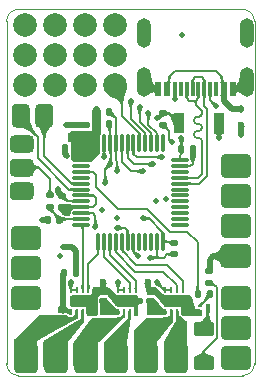
<source format=gbr>
%TF.GenerationSoftware,KiCad,Pcbnew,9.0.3-9.0.3-0~ubuntu24.04.1*%
%TF.CreationDate,2025-10-28T20:09:37+01:00*%
%TF.ProjectId,ant control board v2,616e7420-636f-46e7-9472-6f6c20626f61,2.0*%
%TF.SameCoordinates,Original*%
%TF.FileFunction,Copper,L1,Top*%
%TF.FilePolarity,Positive*%
%FSLAX46Y46*%
G04 Gerber Fmt 4.6, Leading zero omitted, Abs format (unit mm)*
G04 Created by KiCad (PCBNEW 9.0.3-9.0.3-0~ubuntu24.04.1) date 2025-10-28 20:09:37*
%MOMM*%
%LPD*%
G01*
G04 APERTURE LIST*
G04 Aperture macros list*
%AMRoundRect*
0 Rectangle with rounded corners*
0 $1 Rounding radius*
0 $2 $3 $4 $5 $6 $7 $8 $9 X,Y pos of 4 corners*
0 Add a 4 corners polygon primitive as box body*
4,1,4,$2,$3,$4,$5,$6,$7,$8,$9,$2,$3,0*
0 Add four circle primitives for the rounded corners*
1,1,$1+$1,$2,$3*
1,1,$1+$1,$4,$5*
1,1,$1+$1,$6,$7*
1,1,$1+$1,$8,$9*
0 Add four rect primitives between the rounded corners*
20,1,$1+$1,$2,$3,$4,$5,0*
20,1,$1+$1,$4,$5,$6,$7,0*
20,1,$1+$1,$6,$7,$8,$9,0*
20,1,$1+$1,$8,$9,$2,$3,0*%
G04 Aperture macros list end*
%TA.AperFunction,SMDPad,CuDef*%
%ADD10RoundRect,0.140000X0.170000X-0.140000X0.170000X0.140000X-0.170000X0.140000X-0.170000X-0.140000X0*%
%TD*%
%TA.AperFunction,ComponentPad*%
%ADD11C,0.500000*%
%TD*%
%TA.AperFunction,ComponentPad*%
%ADD12RoundRect,0.375000X0.375000X-0.625000X0.375000X0.625000X-0.375000X0.625000X-0.375000X-0.625000X0*%
%TD*%
%TA.AperFunction,ComponentPad*%
%ADD13RoundRect,0.300000X0.970000X-0.700000X0.970000X0.700000X-0.970000X0.700000X-0.970000X-0.700000X0*%
%TD*%
%TA.AperFunction,SMDPad,CuDef*%
%ADD14RoundRect,0.135000X0.135000X0.185000X-0.135000X0.185000X-0.135000X-0.185000X0.135000X-0.185000X0*%
%TD*%
%TA.AperFunction,SMDPad,CuDef*%
%ADD15R,0.400000X0.250000*%
%TD*%
%TA.AperFunction,SMDPad,CuDef*%
%ADD16R,0.400000X0.700000*%
%TD*%
%TA.AperFunction,SMDPad,CuDef*%
%ADD17RoundRect,0.135000X0.185000X-0.135000X0.185000X0.135000X-0.185000X0.135000X-0.185000X-0.135000X0*%
%TD*%
%TA.AperFunction,SMDPad,CuDef*%
%ADD18RoundRect,0.140000X-0.140000X-0.170000X0.140000X-0.170000X0.140000X0.170000X-0.140000X0.170000X0*%
%TD*%
%TA.AperFunction,SMDPad,CuDef*%
%ADD19RoundRect,0.135000X-0.185000X0.135000X-0.185000X-0.135000X0.185000X-0.135000X0.185000X0.135000X0*%
%TD*%
%TA.AperFunction,SMDPad,CuDef*%
%ADD20R,0.600000X1.150000*%
%TD*%
%TA.AperFunction,SMDPad,CuDef*%
%ADD21R,0.300000X1.150000*%
%TD*%
%TA.AperFunction,ComponentPad*%
%ADD22O,1.250000X2.500000*%
%TD*%
%TA.AperFunction,ComponentPad*%
%ADD23RoundRect,0.300000X-0.700000X-0.970000X0.700000X-0.970000X0.700000X0.970000X-0.700000X0.970000X0*%
%TD*%
%TA.AperFunction,SMDPad,CuDef*%
%ADD24RoundRect,0.112500X0.112500X-0.187500X0.112500X0.187500X-0.112500X0.187500X-0.112500X-0.187500X0*%
%TD*%
%TA.AperFunction,ComponentPad*%
%ADD25C,2.000000*%
%TD*%
%TA.AperFunction,SMDPad,CuDef*%
%ADD26R,0.900000X1.700000*%
%TD*%
%TA.AperFunction,SMDPad,CuDef*%
%ADD27RoundRect,0.075000X-0.662500X-0.075000X0.662500X-0.075000X0.662500X0.075000X-0.662500X0.075000X0*%
%TD*%
%TA.AperFunction,SMDPad,CuDef*%
%ADD28RoundRect,0.075000X-0.075000X-0.662500X0.075000X-0.662500X0.075000X0.662500X-0.075000X0.662500X0*%
%TD*%
%TA.AperFunction,SMDPad,CuDef*%
%ADD29RoundRect,0.135000X-0.135000X-0.185000X0.135000X-0.185000X0.135000X0.185000X-0.135000X0.185000X0*%
%TD*%
%TA.AperFunction,SMDPad,CuDef*%
%ADD30RoundRect,0.062500X0.062500X-0.187500X0.062500X0.187500X-0.062500X0.187500X-0.062500X-0.187500X0*%
%TD*%
%TA.AperFunction,SMDPad,CuDef*%
%ADD31R,1.600000X0.900000*%
%TD*%
%TA.AperFunction,ComponentPad*%
%ADD32RoundRect,0.375000X0.625000X0.375000X-0.625000X0.375000X-0.625000X-0.375000X0.625000X-0.375000X0*%
%TD*%
%TA.AperFunction,SMDPad,CuDef*%
%ADD33RoundRect,0.140000X-0.170000X0.140000X-0.170000X-0.140000X0.170000X-0.140000X0.170000X0.140000X0*%
%TD*%
%TA.AperFunction,SMDPad,CuDef*%
%ADD34RoundRect,0.140000X0.140000X0.170000X-0.140000X0.170000X-0.140000X-0.170000X0.140000X-0.170000X0*%
%TD*%
%TA.AperFunction,ComponentPad*%
%ADD35RoundRect,0.300000X-0.970000X0.700000X-0.970000X-0.700000X0.970000X-0.700000X0.970000X0.700000X0*%
%TD*%
%TA.AperFunction,SMDPad,CuDef*%
%ADD36RoundRect,0.250000X-0.625000X0.375000X-0.625000X-0.375000X0.625000X-0.375000X0.625000X0.375000X0*%
%TD*%
%TA.AperFunction,ViaPad*%
%ADD37C,0.500000*%
%TD*%
%TA.AperFunction,ViaPad*%
%ADD38C,0.600000*%
%TD*%
%TA.AperFunction,Conductor*%
%ADD39C,0.500000*%
%TD*%
%TA.AperFunction,Conductor*%
%ADD40C,0.200000*%
%TD*%
%TA.AperFunction,Profile*%
%ADD41C,0.050000*%
%TD*%
G04 APERTURE END LIST*
D10*
%TO.P,C15,1*%
%TO.N,+3V3*%
X105690000Y-120730000D03*
%TO.P,C15,2*%
%TO.N,GND*%
X105690000Y-119770000D03*
%TD*%
D11*
%TO.P,J10,1,Pin_1*%
%TO.N,/MCU and RX/DIGITAL_AUX1*%
X102647200Y-119711200D03*
X102640000Y-118300000D03*
D12*
X102190000Y-119000000D03*
D11*
X101732800Y-119711200D03*
X101732800Y-118288800D03*
%TO.P,J10,2,Pin_2*%
%TO.N,/MCU and RX/DIGITAL_AUX2*%
X100654400Y-118300000D03*
X100640000Y-119700000D03*
D12*
X100190000Y-119000000D03*
D11*
X99740000Y-119700000D03*
X99740000Y-118300000D03*
%TD*%
%TO.P,J7,1,Pin_1*%
%TO.N,/MCU and RX/SERVO1*%
X99721000Y-135055000D03*
X101499000Y-135055000D03*
D13*
X100610000Y-134420000D03*
D11*
X99721000Y-133785000D03*
X101499000Y-133785000D03*
%TO.P,J7,2,Pin_2*%
%TO.N,+BATT*%
X99721000Y-132515000D03*
X101499000Y-132515000D03*
D13*
X100610000Y-131880000D03*
D11*
X99721000Y-131245000D03*
X101499000Y-131245000D03*
%TO.P,J7,3,Pin_3*%
%TO.N,GND*%
X99721000Y-129975000D03*
X101499000Y-129975000D03*
D13*
X100610000Y-129340000D03*
D11*
X99721000Y-128705000D03*
X101499000Y-128705000D03*
%TD*%
D10*
%TO.P,C13,1*%
%TO.N,+3V3*%
X104690000Y-120730000D03*
%TO.P,C13,2*%
%TO.N,GND*%
X104690000Y-119770000D03*
%TD*%
D14*
%TO.P,R9,1*%
%TO.N,/MCU and RX/I2C1_SCL*%
X107680000Y-118700000D03*
%TO.P,R9,2*%
%TO.N,+3V3*%
X106660000Y-118700000D03*
%TD*%
D10*
%TO.P,C6,1*%
%TO.N,+BATT*%
X107190000Y-134680000D03*
%TO.P,C6,2*%
%TO.N,GND*%
X107190000Y-133720000D03*
%TD*%
D15*
%TO.P,Q1,1,G*%
%TO.N,Net-(Q1-G)*%
X115340000Y-135075000D03*
%TO.P,Q1,2,S*%
%TO.N,GND*%
X115340000Y-135525000D03*
D16*
%TO.P,Q1,3,D*%
%TO.N,Net-(D2-K)*%
X116040000Y-135300000D03*
%TD*%
D10*
%TO.P,C18,1*%
%TO.N,+3V3*%
X103690000Y-126730000D03*
%TO.P,C18,2*%
%TO.N,GND*%
X103690000Y-125770000D03*
%TD*%
D17*
%TO.P,R11,1*%
%TO.N,Net-(D2-A)*%
X116153000Y-133146000D03*
%TO.P,R11,2*%
%TO.N,+BATT*%
X116153000Y-132126000D03*
%TD*%
D18*
%TO.P,C5,1*%
%TO.N,+BATT*%
X103890000Y-132300000D03*
%TO.P,C5,2*%
%TO.N,GND*%
X104850000Y-132300000D03*
%TD*%
D19*
%TO.P,R6,1*%
%TO.N,Net-(J9-Pin_2)*%
X102670000Y-125740000D03*
%TO.P,R6,2*%
%TO.N,/MCU and RX/ADC1*%
X102670000Y-126760000D03*
%TD*%
D20*
%TO.P,J3,1,GND_1*%
%TO.N,GND*%
X118200000Y-116755000D03*
%TO.P,J3,2,VBUS*%
%TO.N,/Power/VUSB*%
X117400000Y-116755000D03*
D21*
%TO.P,J3,3,SBU2*%
%TO.N,unconnected-(J3-SBU2-Pad3)*%
X116750000Y-116755000D03*
%TO.P,J3,4,CC1*%
%TO.N,Net-(J3-CC1)*%
X116250000Y-116755000D03*
%TO.P,J3,5,DN2*%
%TO.N,/MCU and RX/USB_D-*%
X115750000Y-116755000D03*
%TO.P,J3,6,DP1*%
%TO.N,/MCU and RX/USB_D+*%
X115250000Y-116755000D03*
%TO.P,J3,7,DN1*%
%TO.N,/MCU and RX/USB_D-*%
X114750000Y-116755000D03*
%TO.P,J3,8,DP2*%
%TO.N,/MCU and RX/USB_D+*%
X114250000Y-116755000D03*
%TO.P,J3,9,SBU1*%
%TO.N,unconnected-(J3-SBU1-Pad9)*%
X113750000Y-116755000D03*
%TO.P,J3,10,CC2*%
%TO.N,Net-(J3-CC2)*%
X113250000Y-116755000D03*
D20*
%TO.P,J3,11,VBUS*%
%TO.N,/Power/VUSB*%
X112600000Y-116755000D03*
%TO.P,J3,12,GND_2*%
%TO.N,GND*%
X111800000Y-116755000D03*
D22*
%TO.P,J3,13,SHIELD*%
X119320000Y-116180000D03*
X119320000Y-112000000D03*
X110680000Y-116180000D03*
X110680000Y-112000000D03*
%TD*%
D14*
%TO.P,R8,1*%
%TO.N,/MCU and RX/I2C1_SDA*%
X107680000Y-119700000D03*
%TO.P,R8,2*%
%TO.N,+3V3*%
X106660000Y-119700000D03*
%TD*%
D11*
%TO.P,J5,1,Pin_1*%
%TO.N,/DC Motors/M2+*%
X105055000Y-138611000D03*
X105055000Y-140389000D03*
D23*
X105690000Y-139500000D03*
D11*
X106325000Y-138611000D03*
X106325000Y-140389000D03*
%TO.P,J5,2,Pin_2*%
%TO.N,/DC Motors/M2-*%
X107595000Y-138611000D03*
X107595000Y-140389000D03*
D23*
X108230000Y-139500000D03*
D11*
X108865000Y-138611000D03*
X108865000Y-140389000D03*
%TD*%
%TO.P,J8,1,Pin_1*%
%TO.N,/MCU and RX/SERVO2*%
X117501000Y-140135000D03*
X119279000Y-140135000D03*
D13*
X118390000Y-139500000D03*
D11*
X117501000Y-138865000D03*
X119279000Y-138865000D03*
%TO.P,J8,2,Pin_2*%
%TO.N,+BATT*%
X117501000Y-137595000D03*
X119279000Y-137595000D03*
D13*
X118390000Y-136960000D03*
D11*
X117501000Y-136325000D03*
X119279000Y-136325000D03*
%TO.P,J8,3,Pin_3*%
%TO.N,GND*%
X117501000Y-135055000D03*
X119279000Y-135055000D03*
D13*
X118390000Y-134420000D03*
D11*
X117501000Y-133785000D03*
X119279000Y-133785000D03*
%TD*%
D18*
%TO.P,C16,1*%
%TO.N,+3V3*%
X113810000Y-121850000D03*
%TO.P,C16,2*%
%TO.N,GND*%
X114770000Y-121850000D03*
%TD*%
D24*
%TO.P,D1,1,K*%
%TO.N,+BATT*%
X118890000Y-120550000D03*
%TO.P,D1,2,A*%
%TO.N,/Power/VUSB*%
X118890000Y-118450000D03*
%TD*%
D11*
%TO.P,J6,1,Pin_1*%
%TO.N,/DC Motors/M3+*%
X110135000Y-138611000D03*
X110135000Y-140389000D03*
D23*
X110770000Y-139500000D03*
D11*
X111405000Y-138611000D03*
X111405000Y-140389000D03*
%TO.P,J6,2,Pin_2*%
%TO.N,/DC Motors/M3-*%
X112675000Y-138611000D03*
X112675000Y-140389000D03*
D23*
X113310000Y-139500000D03*
D11*
X113945000Y-138611000D03*
X113945000Y-140389000D03*
%TD*%
D25*
%TO.P,U7,1,GND*%
%TO.N,GND*%
X108203000Y-111337000D03*
%TO.P,U7,2,VCC*%
%TO.N,+3V3*%
X108203000Y-113877000D03*
%TO.P,U7,3,CH1_(PPM)*%
%TO.N,/MCU and RX/CH1_PPM*%
X108203000Y-116417000D03*
%TO.P,U7,4*%
%TO.N,GND*%
X105663000Y-111337000D03*
%TO.P,U7,5*%
%TO.N,+3V3*%
X105663000Y-113877000D03*
%TO.P,U7,6,CH2*%
%TO.N,/MCU and RX/CH2*%
X105663000Y-116417000D03*
%TO.P,U7,7*%
%TO.N,GND*%
X103123000Y-111337000D03*
%TO.P,U7,8*%
%TO.N,+3V3*%
X103123000Y-113877000D03*
%TO.P,U7,9,CH3*%
%TO.N,/MCU and RX/CH3*%
X103123000Y-116417000D03*
%TO.P,U7,10*%
%TO.N,GND*%
X100583000Y-111337000D03*
%TO.P,U7,11*%
%TO.N,+3V3*%
X100583000Y-113877000D03*
%TO.P,U7,12,CH4*%
%TO.N,/MCU and RX/CH4*%
X100583000Y-116417000D03*
%TD*%
D26*
%TO.P,SW1,1,1*%
%TO.N,+3V3*%
X116990000Y-119650000D03*
%TO.P,SW1,2,2*%
%TO.N,/MCU and RX/BOOT0*%
X113590000Y-119650000D03*
%TD*%
D10*
%TO.P,C7,1*%
%TO.N,+BATT*%
X111190000Y-134680000D03*
%TO.P,C7,2*%
%TO.N,GND*%
X111190000Y-133720000D03*
%TD*%
D11*
%TO.P,J4,1,Pin_1*%
%TO.N,/DC Motors/M1+*%
X99975000Y-138611000D03*
X99975000Y-140389000D03*
D23*
X100610000Y-139500000D03*
D11*
X101245000Y-138611000D03*
X101245000Y-140389000D03*
%TO.P,J4,2,Pin_2*%
%TO.N,/DC Motors/M1-*%
X102515000Y-138611000D03*
X102515000Y-140389000D03*
D23*
X103150000Y-139500000D03*
D11*
X103785000Y-138611000D03*
X103785000Y-140389000D03*
%TD*%
D27*
%TO.P,U6,1,VBAT*%
%TO.N,+3V3*%
X105337500Y-122750000D03*
%TO.P,U6,2,PC13*%
%TO.N,unconnected-(U6-PC13-Pad2)*%
X105337500Y-123250000D03*
%TO.P,U6,3,PC14*%
%TO.N,/MCU and RX/STATUS_LED*%
X105337500Y-123750000D03*
%TO.P,U6,4,PC15*%
%TO.N,unconnected-(U6-PC15-Pad4)*%
X105337500Y-124250000D03*
%TO.P,U6,5,PF0*%
%TO.N,/MCU and RX/DIGITAL_AUX1*%
X105337500Y-124750000D03*
%TO.P,U6,6,PF1*%
%TO.N,/MCU and RX/DIGITAL_AUX2*%
X105337500Y-125250000D03*
%TO.P,U6,7,NRST*%
%TO.N,+3V3*%
X105337500Y-125750000D03*
%TO.P,U6,8,VSSA*%
%TO.N,GND*%
X105337500Y-126250000D03*
%TO.P,U6,9,VDDA*%
%TO.N,+3V3*%
X105337500Y-126750000D03*
%TO.P,U6,10,ADC_IN0*%
%TO.N,/MCU and RX/VBAT*%
X105337500Y-127250000D03*
%TO.P,U6,11,ADC_IN1*%
%TO.N,/MCU and RX/ADC1*%
X105337500Y-127750000D03*
%TO.P,U6,12,PA2*%
%TO.N,/DC Motors/PWM_M1_F*%
X105337500Y-128250000D03*
D28*
%TO.P,U6,13,PA3*%
%TO.N,/DC Motors/PWM_M1_B*%
X106750000Y-129662500D03*
%TO.P,U6,14,PA4*%
%TO.N,/DC Motors/PWM_M2_F*%
X107250000Y-129662500D03*
%TO.P,U6,15,PA5*%
%TO.N,/DC Motors/PWM_M2_B*%
X107750000Y-129662500D03*
%TO.P,U6,16,PA6*%
%TO.N,/DC Motors/PWM_M3_F*%
X108250000Y-129662500D03*
%TO.P,U6,17,PA7*%
%TO.N,/DC Motors/PWM_M3_B*%
X108750000Y-129662500D03*
%TO.P,U6,18,PB0*%
%TO.N,/MCU and RX/SERVO1*%
X109250000Y-129662500D03*
%TO.P,U6,19,PB1*%
%TO.N,/MCU and RX/SERVO2*%
X109750000Y-129662500D03*
%TO.P,U6,20,PB2*%
%TO.N,unconnected-(U6-PB2-Pad20)*%
X110250000Y-129662500D03*
%TO.P,U6,21,PB10*%
%TO.N,unconnected-(U6-PB10-Pad21)*%
X110750000Y-129662500D03*
%TO.P,U6,22,PB11*%
%TO.N,unconnected-(U6-PB11-Pad22)*%
X111250000Y-129662500D03*
%TO.P,U6,23,VSS*%
%TO.N,GND*%
X111750000Y-129662500D03*
%TO.P,U6,24,VDD*%
%TO.N,+3V3*%
X112250000Y-129662500D03*
D27*
%TO.P,U6,25,SPI2_NSS*%
%TO.N,unconnected-(U6-PB12-Pad25)*%
X113662500Y-128250000D03*
%TO.P,U6,26,SPI2_SCK*%
%TO.N,unconnected-(U6-PB13-Pad26)*%
X113662500Y-127750000D03*
%TO.P,U6,27,SPI2_MISO*%
%TO.N,unconnected-(U6-PB14-Pad27)*%
X113662500Y-127250000D03*
%TO.P,U6,28,SPI2_MOSI*%
%TO.N,unconnected-(U6-PB15-Pad28)*%
X113662500Y-126750000D03*
%TO.P,U6,29,PA8*%
%TO.N,unconnected-(U6-PA8-Pad29)*%
X113662500Y-126250000D03*
%TO.P,U6,30,PA9*%
%TO.N,unconnected-(U6-PA9-Pad30)*%
X113662500Y-125750000D03*
%TO.P,U6,31,PA10*%
%TO.N,unconnected-(U6-PA10-Pad31)*%
X113662500Y-125250000D03*
%TO.P,U6,32,USB_DM*%
%TO.N,/MCU and RX/USB_D-*%
X113662500Y-124750000D03*
%TO.P,U6,33,USB_DP*%
%TO.N,/MCU and RX/USB_D+*%
X113662500Y-124250000D03*
%TO.P,U6,34,SYS_SWDIO*%
%TO.N,unconnected-(U6-PA13-Pad34)*%
X113662500Y-123750000D03*
%TO.P,U6,35,VSS*%
%TO.N,GND*%
X113662500Y-123250000D03*
%TO.P,U6,36,VDDIO2*%
%TO.N,+3V3*%
X113662500Y-122750000D03*
D28*
%TO.P,U6,37,SYS_SWCLK*%
%TO.N,unconnected-(U6-PA14-Pad37)*%
X112250000Y-121337500D03*
%TO.P,U6,38,PA15*%
%TO.N,/MCU and RX/CH4*%
X111750000Y-121337500D03*
%TO.P,U6,39,PB3*%
%TO.N,/MCU and RX/CH3*%
X111250000Y-121337500D03*
%TO.P,U6,40,PB4*%
%TO.N,/MCU and RX/CH2*%
X110750000Y-121337500D03*
%TO.P,U6,41,PB5*%
%TO.N,/MCU and RX/CH1_PPM*%
X110250000Y-121337500D03*
%TO.P,U6,42,USART1_TX*%
%TO.N,/MCU and RX/UART2_TX*%
X109750000Y-121337500D03*
%TO.P,U6,43,USART1_RX*%
%TO.N,/MCU and RX/UART2_RX*%
X109250000Y-121337500D03*
%TO.P,U6,44,BOOT0*%
%TO.N,/MCU and RX/BOOT0*%
X108750000Y-121337500D03*
%TO.P,U6,45,I2C1_SCL*%
%TO.N,/MCU and RX/I2C1_SCL*%
X108250000Y-121337500D03*
%TO.P,U6,46,I2C1_SDA*%
%TO.N,/MCU and RX/I2C1_SDA*%
X107750000Y-121337500D03*
%TO.P,U6,47,VSS*%
%TO.N,GND*%
X107250000Y-121337500D03*
%TO.P,U6,48,VDD*%
%TO.N,+3V3*%
X106750000Y-121337500D03*
%TD*%
D29*
%TO.P,R10,1*%
%TO.N,/MCU and RX/STATUS_LED*%
X115180000Y-134100000D03*
%TO.P,R10,2*%
%TO.N,Net-(Q1-G)*%
X116200000Y-134100000D03*
%TD*%
D30*
%TO.P,U2,1,VM*%
%TO.N,+BATT*%
X104440000Y-135650000D03*
%TO.P,U2,2,OUT1*%
%TO.N,/DC Motors/M1+*%
X104940000Y-135650000D03*
%TO.P,U2,3,OUT2*%
%TO.N,/DC Motors/M1-*%
X105440000Y-135650000D03*
%TO.P,U2,4,GND*%
%TO.N,GND*%
X105940000Y-135650000D03*
%TO.P,U2,5,IN2*%
%TO.N,/DC Motors/PWM_M1_B*%
X105940000Y-133750000D03*
%TO.P,U2,6,IN1*%
%TO.N,/DC Motors/PWM_M1_F*%
X105440000Y-133750000D03*
%TO.P,U2,7,~{SLEEP}*%
%TO.N,+3V3*%
X104940000Y-133750000D03*
%TO.P,U2,8,VCC*%
X104440000Y-133750000D03*
D31*
%TO.P,U2,9,GND*%
%TO.N,GND*%
X105190000Y-134700000D03*
%TD*%
D11*
%TO.P,J9,1,Pin_1*%
%TO.N,+3V3*%
X100981200Y-120940896D03*
X99570000Y-120948096D03*
D32*
X100270000Y-121398096D03*
D11*
X100981200Y-121855296D03*
X99558800Y-121855296D03*
%TO.P,J9,2,Pin_2*%
%TO.N,Net-(J9-Pin_2)*%
X99570000Y-122933696D03*
X100970000Y-122948096D03*
D32*
X100270000Y-123398096D03*
D11*
X100970000Y-123848096D03*
X99570000Y-123848096D03*
%TO.P,J9,3,Pin_3*%
%TO.N,GND*%
X99570000Y-124933696D03*
X100970000Y-124948096D03*
D32*
X100270000Y-125398096D03*
D11*
X100970000Y-125848096D03*
X99570000Y-125848096D03*
%TD*%
D33*
%TO.P,C17,1*%
%TO.N,+3V3*%
X113220000Y-129770000D03*
%TO.P,C17,2*%
%TO.N,GND*%
X113220000Y-130730000D03*
%TD*%
D18*
%TO.P,C11,1*%
%TO.N,GND*%
X102520000Y-127800000D03*
%TO.P,C11,2*%
%TO.N,/MCU and RX/ADC1*%
X103480000Y-127800000D03*
%TD*%
D19*
%TO.P,R7,1*%
%TO.N,/MCU and RX/BOOT0*%
X112290000Y-118790000D03*
%TO.P,R7,2*%
%TO.N,GND*%
X112290000Y-119810000D03*
%TD*%
D34*
%TO.P,C14,1*%
%TO.N,+3V3*%
X104920000Y-121750000D03*
%TO.P,C14,2*%
%TO.N,GND*%
X103960000Y-121750000D03*
%TD*%
D11*
%TO.P,J1,1,Pin_1*%
%TO.N,/Power/+SW*%
X119279000Y-127705000D03*
X117501000Y-127705000D03*
D35*
X118390000Y-128340000D03*
D11*
X119279000Y-128975000D03*
X117501000Y-128975000D03*
%TO.P,J1,2,Pin_2*%
%TO.N,+BATT*%
X119279000Y-130245000D03*
X117501000Y-130245000D03*
D35*
X118390000Y-130880000D03*
D11*
X119279000Y-131515000D03*
X117501000Y-131515000D03*
%TD*%
D30*
%TO.P,U3,1,VM*%
%TO.N,+BATT*%
X108440000Y-135650000D03*
%TO.P,U3,2,OUT1*%
%TO.N,/DC Motors/M2+*%
X108940000Y-135650000D03*
%TO.P,U3,3,OUT2*%
%TO.N,/DC Motors/M2-*%
X109440000Y-135650000D03*
%TO.P,U3,4,GND*%
%TO.N,GND*%
X109940000Y-135650000D03*
%TO.P,U3,5,IN2*%
%TO.N,/DC Motors/PWM_M2_B*%
X109940000Y-133750000D03*
%TO.P,U3,6,IN1*%
%TO.N,/DC Motors/PWM_M2_F*%
X109440000Y-133750000D03*
%TO.P,U3,7,~{SLEEP}*%
%TO.N,+3V3*%
X108940000Y-133750000D03*
%TO.P,U3,8,VCC*%
X108440000Y-133750000D03*
D31*
%TO.P,U3,9,GND*%
%TO.N,GND*%
X109190000Y-134700000D03*
%TD*%
D30*
%TO.P,U4,1,VM*%
%TO.N,+BATT*%
X112440000Y-135650000D03*
%TO.P,U4,2,OUT1*%
%TO.N,/DC Motors/M3+*%
X112940000Y-135650000D03*
%TO.P,U4,3,OUT2*%
%TO.N,/DC Motors/M3-*%
X113440000Y-135650000D03*
%TO.P,U4,4,GND*%
%TO.N,GND*%
X113940000Y-135650000D03*
%TO.P,U4,5,IN2*%
%TO.N,/DC Motors/PWM_M3_B*%
X113940000Y-133750000D03*
%TO.P,U4,6,IN1*%
%TO.N,/DC Motors/PWM_M3_F*%
X113440000Y-133750000D03*
%TO.P,U4,7,~{SLEEP}*%
%TO.N,+3V3*%
X112940000Y-133750000D03*
%TO.P,U4,8,VCC*%
X112440000Y-133750000D03*
D31*
%TO.P,U4,9,GND*%
%TO.N,GND*%
X113190000Y-134700000D03*
%TD*%
D36*
%TO.P,D2,1,K*%
%TO.N,Net-(D2-K)*%
X115690000Y-137100000D03*
%TO.P,D2,2,A*%
%TO.N,Net-(D2-A)*%
X115690000Y-139900000D03*
%TD*%
D11*
%TO.P,J2,1,Pin_1*%
%TO.N,GND*%
X119279000Y-122625000D03*
X117501000Y-122625000D03*
D35*
X118390000Y-123260000D03*
D11*
X119279000Y-123895000D03*
X117501000Y-123895000D03*
%TO.P,J2,2,Pin_2*%
%TO.N,/Power/+SW*%
X119279000Y-125165000D03*
X117501000Y-125165000D03*
D35*
X118390000Y-125800000D03*
D11*
X119279000Y-126435000D03*
X117501000Y-126435000D03*
%TD*%
D37*
%TO.N,+BATT*%
X107170000Y-135500000D03*
X111770000Y-135500000D03*
X103570000Y-130900000D03*
X103770000Y-135500000D03*
X107770000Y-135500000D03*
X111170000Y-135500000D03*
D38*
X118890000Y-119820000D03*
D37*
%TO.N,GND*%
X108370000Y-127700000D03*
X107270000Y-122500000D03*
X103400000Y-125200000D03*
X112475000Y-126013636D03*
X104090000Y-122380000D03*
X114770000Y-122450000D03*
X102000000Y-127800000D03*
X113020000Y-121250000D03*
D38*
X107190000Y-133100000D03*
D37*
X111135000Y-131015000D03*
D38*
X114570000Y-135450000D03*
X110270000Y-134700000D03*
D37*
X104000000Y-119770000D03*
D38*
X110970000Y-133100000D03*
D37*
X103770000Y-130130000D03*
%TO.N,+3V3*%
X108440000Y-133100000D03*
X107090000Y-127020000D03*
X104000000Y-127200000D03*
X116970000Y-120900000D03*
X111690000Y-126220000D03*
X105870000Y-121800000D03*
X113845000Y-112175000D03*
X113814641Y-120919880D03*
X104440000Y-133100000D03*
X110570000Y-127700000D03*
X111720000Y-133100000D03*
%TO.N,/MCU and RX/VBAT*%
X106530000Y-128390000D03*
%TO.N,Net-(J3-CC2)*%
X113270000Y-117600000D03*
%TO.N,Net-(J3-CC1)*%
X116770000Y-118200000D03*
%TO.N,/MCU and RX/SERVO1*%
X108370000Y-128500000D03*
%TO.N,/MCU and RX/SERVO2*%
X110170000Y-130900000D03*
%TO.N,/MCU and RX/UART2_RX*%
X111370000Y-123100000D03*
%TO.N,/MCU and RX/UART2_TX*%
X112170000Y-122500000D03*
%TO.N,/MCU and RX/BOOT0*%
X110570000Y-123700000D03*
X111753527Y-119206305D03*
%TO.N,/MCU and RX/I2C1_SDA*%
X107770000Y-123100000D03*
X107370000Y-124700000D03*
%TO.N,/MCU and RX/I2C1_SCL*%
X108370000Y-123700000D03*
%TO.N,/MCU and RX/CH4*%
X111020000Y-118750000D03*
%TO.N,/MCU and RX/CH2*%
X109520000Y-117750000D03*
%TO.N,/MCU and RX/CH3*%
X110270000Y-118250000D03*
%TD*%
D39*
%TO.N,+BATT*%
X116200000Y-131200000D02*
X116520000Y-130880000D01*
X116200000Y-132079000D02*
X116200000Y-131200000D01*
X118890000Y-119820000D02*
X118890000Y-120550000D01*
X103770000Y-132420000D02*
X103890000Y-132300000D01*
X103770000Y-135500000D02*
X103770000Y-132420000D01*
X116520000Y-130880000D02*
X118390000Y-130880000D01*
X116153000Y-132126000D02*
X116200000Y-132079000D01*
%TO.N,GND*%
X111800000Y-116755000D02*
X111255000Y-116755000D01*
X104540000Y-130130000D02*
X104850000Y-130440000D01*
X103400000Y-125480000D02*
X103690000Y-125770000D01*
X118745000Y-116755000D02*
X119320000Y-116180000D01*
D40*
X111750000Y-130850000D02*
X111750000Y-129662500D01*
D39*
X110970000Y-133500000D02*
X111190000Y-133720000D01*
D40*
X105337500Y-126250000D02*
X104170000Y-126250000D01*
X111735000Y-130850000D02*
X111570000Y-131015000D01*
X112305000Y-131015000D02*
X112590000Y-130730000D01*
X111750000Y-130850000D02*
X111755000Y-130850000D01*
D39*
X103770000Y-130130000D02*
X104540000Y-130130000D01*
D40*
X111135000Y-131015000D02*
X111920000Y-131015000D01*
X111570000Y-131015000D02*
X111750000Y-131015000D01*
D39*
X109190000Y-134700000D02*
X110270000Y-134700000D01*
D40*
X107250000Y-122480000D02*
X107270000Y-122500000D01*
X107250000Y-121337500D02*
X107250000Y-122480000D01*
D39*
X103960000Y-122250000D02*
X103960000Y-121750000D01*
D40*
X111135000Y-131015000D02*
X111570000Y-131015000D01*
D39*
X103400000Y-125200000D02*
X103400000Y-125480000D01*
D40*
X111750000Y-131015000D02*
X111750000Y-130850000D01*
X114770000Y-122450000D02*
X114770000Y-123050000D01*
D39*
X104850000Y-130440000D02*
X104850000Y-132300000D01*
X102000000Y-127800000D02*
X102520000Y-127800000D01*
X107190000Y-133100000D02*
X107190000Y-133720000D01*
D40*
X104170000Y-126250000D02*
X103690000Y-125770000D01*
D39*
X104000000Y-119770000D02*
X104690000Y-119770000D01*
D40*
X111920000Y-131015000D02*
X112305000Y-131015000D01*
D39*
X114770000Y-121850000D02*
X114770000Y-122450000D01*
D40*
X114570000Y-123250000D02*
X113662500Y-123250000D01*
X112590000Y-130730000D02*
X113220000Y-130730000D01*
D39*
X110970000Y-133100000D02*
X110970000Y-133500000D01*
X104090000Y-122380000D02*
X103960000Y-122250000D01*
D40*
X111755000Y-130850000D02*
X111920000Y-131015000D01*
X112290000Y-119810000D02*
X112770000Y-120290000D01*
X111755000Y-130850000D02*
X111735000Y-130850000D01*
D39*
X111255000Y-116755000D02*
X110680000Y-116180000D01*
D40*
X112770000Y-121000000D02*
X113020000Y-121250000D01*
X114770000Y-123050000D02*
X114570000Y-123250000D01*
X112770000Y-120290000D02*
X112770000Y-121000000D01*
D39*
X118200000Y-116755000D02*
X118745000Y-116755000D01*
X105690000Y-119770000D02*
X104690000Y-119770000D01*
D40*
%TO.N,+3V3*%
X108940000Y-133750000D02*
X108440000Y-133750000D01*
X113814641Y-120919880D02*
X113814641Y-120955359D01*
X104940000Y-133750000D02*
X104440000Y-133750000D01*
X113662500Y-122400000D02*
X113810000Y-122252500D01*
X112770000Y-129720000D02*
X113170000Y-129720000D01*
X113810000Y-120960000D02*
X113810000Y-121850000D01*
X104440000Y-133100000D02*
X104440000Y-133750000D01*
X108440000Y-133100000D02*
X108440000Y-133750000D01*
X105337500Y-125750000D02*
X106320000Y-125750000D01*
X106320000Y-126750000D02*
X105337500Y-126750000D01*
X103690000Y-126730000D02*
X103710000Y-126750000D01*
X106750000Y-121337500D02*
X106750000Y-119790000D01*
X113170000Y-129720000D02*
X113220000Y-129770000D01*
X112940000Y-133750000D02*
X112440000Y-133750000D01*
X116970000Y-120900000D02*
X116990000Y-120880000D01*
X106660000Y-118700000D02*
X106660000Y-119700000D01*
X113810000Y-122252500D02*
X113810000Y-121850000D01*
X112712500Y-129662500D02*
X112770000Y-129720000D01*
X113814641Y-120955359D02*
X113810000Y-120960000D01*
X112250000Y-129662500D02*
X112250000Y-128891176D01*
X106570000Y-126000000D02*
X106570000Y-126500000D01*
X112370000Y-133750000D02*
X112440000Y-133750000D01*
X112250000Y-128891176D02*
X111058824Y-127700000D01*
X103690000Y-126890000D02*
X103690000Y-126730000D01*
X104000000Y-127200000D02*
X103690000Y-126890000D01*
X106750000Y-119790000D02*
X106660000Y-119700000D01*
X116990000Y-120880000D02*
X116990000Y-119650000D01*
X106570000Y-126500000D02*
X106320000Y-126750000D01*
X103710000Y-126750000D02*
X105337500Y-126750000D01*
X111720000Y-133100000D02*
X112370000Y-133750000D01*
X111058824Y-127700000D02*
X110570000Y-127700000D01*
X112250000Y-129662500D02*
X112712500Y-129662500D01*
X106320000Y-125750000D02*
X106570000Y-126000000D01*
X113662500Y-122750000D02*
X113662500Y-122400000D01*
%TO.N,/MCU and RX/VBAT*%
X106530000Y-127460000D02*
X106320000Y-127250000D01*
X106320000Y-127250000D02*
X105337500Y-127250000D01*
X106530000Y-128390000D02*
X106530000Y-127460000D01*
%TO.N,/MCU and RX/ADC1*%
X103720000Y-127750000D02*
X103680000Y-127790000D01*
X102670000Y-126890988D02*
X103480000Y-127700988D01*
X103490000Y-127790000D02*
X103480000Y-127800000D01*
X102670000Y-126760000D02*
X102670000Y-126890988D01*
X105337500Y-127750000D02*
X103720000Y-127750000D01*
X103480000Y-127700988D02*
X103480000Y-127800000D01*
X103680000Y-127790000D02*
X103490000Y-127790000D01*
D39*
%TO.N,/Power/VUSB*%
X118890000Y-118450000D02*
X118118000Y-118450000D01*
D40*
X112600000Y-116755000D02*
X112790000Y-116565000D01*
D39*
X118118000Y-118450000D02*
X117400000Y-117732000D01*
D40*
X117210000Y-115750000D02*
X117210000Y-116565000D01*
D39*
X117400000Y-117732000D02*
X117400000Y-116755000D01*
D40*
X112790000Y-115730000D02*
X113270000Y-115250000D01*
X117210000Y-116565000D02*
X117400000Y-116755000D01*
X113270000Y-115250000D02*
X116710000Y-115250000D01*
X116710000Y-115250000D02*
X117210000Y-115750000D01*
X112790000Y-116565000D02*
X112790000Y-115730000D01*
%TO.N,Net-(D2-A)*%
X115690000Y-138910000D02*
X115690000Y-139900000D01*
X116816000Y-137784000D02*
X115690000Y-138910000D01*
X116816000Y-133526000D02*
X116816000Y-137784000D01*
X116153000Y-133146000D02*
X116436000Y-133146000D01*
X116436000Y-133146000D02*
X116816000Y-133526000D01*
%TO.N,Net-(D2-K)*%
X116040000Y-136750000D02*
X115690000Y-137100000D01*
X116040000Y-135300000D02*
X116040000Y-136750000D01*
%TO.N,/MCU and RX/USB_D+*%
X115520000Y-118576647D02*
X115520000Y-118846774D01*
X115201802Y-124250000D02*
X113662500Y-124250000D01*
X115040000Y-117900000D02*
X115020000Y-117900000D01*
X114250000Y-117530000D02*
X114250000Y-116755000D01*
X115520000Y-121581139D02*
X115520000Y-123931802D01*
X115020000Y-117900000D02*
X114870000Y-117750000D01*
X115135452Y-120886774D02*
X115280000Y-120886774D01*
X115280000Y-120286774D02*
X115135452Y-120286774D01*
X115040000Y-117900000D02*
X115040000Y-118096647D01*
X114895447Y-119326774D02*
X114895447Y-119446774D01*
X115520000Y-123931802D02*
X115201802Y-124250000D01*
X115135447Y-119686774D02*
X115280000Y-119686774D01*
X115520000Y-121126774D02*
X115520000Y-121246774D01*
X115520000Y-119926774D02*
X115520000Y-120046774D01*
X114870000Y-117750000D02*
X114470000Y-117750000D01*
X115040000Y-117750000D02*
X114870000Y-117750000D01*
X115040000Y-118096647D02*
X115520000Y-118576647D01*
X115250000Y-117540000D02*
X115040000Y-117750000D01*
X114470000Y-117750000D02*
X114250000Y-117530000D01*
X115520000Y-121246774D02*
X115520000Y-121581139D01*
X115250000Y-116755000D02*
X115250000Y-117540000D01*
X115280000Y-119086774D02*
X115135447Y-119086774D01*
X114895452Y-120526774D02*
X114895452Y-120646774D01*
X115040000Y-117750000D02*
X115040000Y-117900000D01*
X115520000Y-118846774D02*
G75*
G02*
X115280000Y-119086800I-240000J-26D01*
G01*
X115280000Y-119686774D02*
G75*
G02*
X115520026Y-119926774I0J-240026D01*
G01*
X115135452Y-120286774D02*
G75*
G03*
X114895474Y-120526774I48J-240026D01*
G01*
X115135447Y-119086774D02*
G75*
G03*
X114895374Y-119326774I-47J-240026D01*
G01*
X114895447Y-119446774D02*
G75*
G03*
X115135447Y-119686753I239953J-26D01*
G01*
X115280000Y-120886774D02*
G75*
G02*
X115520026Y-121126774I0J-240026D01*
G01*
X114895452Y-120646774D02*
G75*
G03*
X115135452Y-120886848I240048J-26D01*
G01*
X115520000Y-120046774D02*
G75*
G02*
X115280000Y-120286800I-240000J-26D01*
G01*
%TO.N,Net-(J3-CC2)*%
X113250000Y-117580000D02*
X113270000Y-117600000D01*
X113250000Y-116755000D02*
X113250000Y-117580000D01*
%TO.N,/MCU and RX/USB_D-*%
X114990898Y-115750000D02*
X114750000Y-115990898D01*
X115338198Y-124750000D02*
X113662500Y-124750000D01*
X115520000Y-115750000D02*
X114990898Y-115750000D01*
X115750000Y-116755000D02*
X115750000Y-118170251D01*
X115750000Y-118170251D02*
X115995000Y-118415251D01*
X115995000Y-124093198D02*
X115338198Y-124750000D01*
X115995000Y-118415251D02*
X115995000Y-124093198D01*
X115750000Y-115980000D02*
X115520000Y-115750000D01*
X115750000Y-116755000D02*
X115750000Y-115980000D01*
X114750000Y-115990898D02*
X114750000Y-116755000D01*
%TO.N,Net-(J3-CC1)*%
X116770000Y-118200000D02*
X116250000Y-117680000D01*
X116250000Y-117680000D02*
X116250000Y-116755000D01*
%TO.N,/MCU and RX/SERVO1*%
X109027000Y-128500000D02*
X108370000Y-128500000D01*
X109250000Y-129662500D02*
X109250000Y-128723000D01*
X109250000Y-128723000D02*
X109027000Y-128500000D01*
%TO.N,/MCU and RX/SERVO2*%
X109750000Y-129662500D02*
X109750000Y-130480000D01*
X109750000Y-130480000D02*
X110170000Y-130900000D01*
%TO.N,Net-(J9-Pin_2)*%
X101718096Y-123398096D02*
X100270000Y-123398096D01*
X102670000Y-125740000D02*
X102670000Y-124350000D01*
X102670000Y-124350000D02*
X101718096Y-123398096D01*
%TO.N,/MCU and RX/DIGITAL_AUX1*%
X104509739Y-124750000D02*
X105337500Y-124750000D01*
X102190000Y-122430261D02*
X104509739Y-124750000D01*
X102190000Y-119000000D02*
X102190000Y-122430261D01*
%TO.N,/MCU and RX/DIGITAL_AUX2*%
X100190000Y-119320000D02*
X100190000Y-119000000D01*
X101670000Y-120800000D02*
X100190000Y-119320000D01*
X101670000Y-122596388D02*
X101670000Y-120800000D01*
X105337500Y-125250000D02*
X104323612Y-125250000D01*
X104323612Y-125250000D02*
X101670000Y-122596388D01*
%TO.N,/MCU and RX/UART2_RX*%
X109770000Y-123100000D02*
X109250000Y-122580000D01*
X111370000Y-123100000D02*
X109770000Y-123100000D01*
X109250000Y-122580000D02*
X109250000Y-121337500D01*
%TO.N,/MCU and RX/UART2_TX*%
X112170000Y-122500000D02*
X110027124Y-122500000D01*
X110027124Y-122500000D02*
X109750000Y-122222876D01*
X109750000Y-122222876D02*
X109750000Y-121337500D01*
%TO.N,Net-(Q1-G)*%
X116200000Y-134100000D02*
X116200000Y-134215000D01*
X116200000Y-134215000D02*
X115340000Y-135075000D01*
%TO.N,/MCU and RX/BOOT0*%
X109570000Y-123700000D02*
X108750000Y-122880000D01*
X108750000Y-122880000D02*
X108750000Y-121337500D01*
X112730000Y-118790000D02*
X113590000Y-119650000D01*
X111753527Y-119206305D02*
X111873695Y-119206305D01*
X112290000Y-118790000D02*
X112730000Y-118790000D01*
X111873695Y-119206305D02*
X112290000Y-118790000D01*
X110570000Y-123700000D02*
X109570000Y-123700000D01*
%TO.N,/MCU and RX/I2C1_SDA*%
X107821000Y-121408500D02*
X107821000Y-123049000D01*
X107750000Y-119770000D02*
X107680000Y-119700000D01*
X107370000Y-123500000D02*
X107770000Y-123100000D01*
X107750000Y-121337500D02*
X107821000Y-121408500D01*
X107370000Y-124700000D02*
X107370000Y-123500000D01*
X107750000Y-121337500D02*
X107750000Y-119770000D01*
X107821000Y-123049000D02*
X107770000Y-123100000D01*
%TO.N,/MCU and RX/I2C1_SCL*%
X108250000Y-119170000D02*
X107780000Y-118700000D01*
X108250000Y-121337500D02*
X108250000Y-119170000D01*
X108370000Y-123700000D02*
X108370000Y-122900000D01*
X108250000Y-122780000D02*
X108250000Y-121337500D01*
X108370000Y-122900000D02*
X108250000Y-122780000D01*
%TO.N,/MCU and RX/STATUS_LED*%
X106570000Y-124028453D02*
X106570000Y-125000000D01*
X112820000Y-128850000D02*
X114320000Y-128850000D01*
X115180000Y-129710000D02*
X115180000Y-134100000D01*
X106291547Y-123750000D02*
X106570000Y-124028453D01*
X105337500Y-123750000D02*
X106291547Y-123750000D01*
X110870000Y-126900000D02*
X112820000Y-128850000D01*
X114320000Y-128850000D02*
X115180000Y-129710000D01*
X106570000Y-125000000D02*
X108470000Y-126900000D01*
X108470000Y-126900000D02*
X110870000Y-126900000D01*
%TO.N,/DC Motors/PWM_M1_F*%
X105440000Y-128352500D02*
X105337500Y-128250000D01*
X105440000Y-133750000D02*
X105440000Y-128352500D01*
%TO.N,/DC Motors/PWM_M1_B*%
X105940000Y-131530000D02*
X106750000Y-130720000D01*
X106750000Y-130720000D02*
X106750000Y-129662500D01*
X105940000Y-133750000D02*
X105940000Y-131530000D01*
%TO.N,/DC Motors/PWM_M2_F*%
X109440000Y-133750000D02*
X109440000Y-133161556D01*
X109440000Y-133161556D02*
X107250000Y-130971556D01*
X107250000Y-130971556D02*
X107250000Y-129662500D01*
%TO.N,/DC Motors/PWM_M2_B*%
X107750000Y-130780000D02*
X107750000Y-129662500D01*
X109940000Y-133750000D02*
X109940000Y-132970000D01*
X109940000Y-132970000D02*
X107750000Y-130780000D01*
%TO.N,/DC Motors/PWM_M3_B*%
X110000001Y-131650000D02*
X112570000Y-131650000D01*
X113940000Y-133020000D02*
X113940000Y-133750000D01*
X108750000Y-129662500D02*
X108750000Y-130399999D01*
X112570000Y-131650000D02*
X113940000Y-133020000D01*
X108750000Y-130399999D02*
X110000001Y-131650000D01*
%TO.N,/DC Motors/PWM_M3_F*%
X108250000Y-130580000D02*
X109870000Y-132200000D01*
X109870000Y-132200000D02*
X112270000Y-132200000D01*
X108250000Y-129662500D02*
X108250000Y-130580000D01*
X112270000Y-132200000D02*
X113440000Y-133370000D01*
X113440000Y-133370000D02*
X113440000Y-133750000D01*
%TO.N,/MCU and RX/CH4*%
X111020000Y-119750000D02*
X111750000Y-120480000D01*
X111750000Y-120480000D02*
X111750000Y-121337500D01*
X111020000Y-118750000D02*
X111020000Y-119750000D01*
%TO.N,/MCU and RX/CH2*%
X109520000Y-117750000D02*
X109520000Y-119250000D01*
X110750000Y-120480000D02*
X110750000Y-121337500D01*
X109520000Y-119250000D02*
X110750000Y-120480000D01*
%TO.N,/MCU and RX/CH1_PPM*%
X110250000Y-121337500D02*
X110250000Y-120480000D01*
X108770000Y-116984000D02*
X108203000Y-116417000D01*
X108770000Y-119000000D02*
X108770000Y-116984000D01*
X110250000Y-120480000D02*
X108770000Y-119000000D01*
%TO.N,/MCU and RX/CH3*%
X111250000Y-120480000D02*
X111250000Y-121337500D01*
X110270000Y-118250000D02*
X110270000Y-119500000D01*
X110270000Y-119500000D02*
X111250000Y-120480000D01*
%TD*%
%TA.AperFunction,Conductor*%
%TO.N,+3V3*%
G36*
X104021041Y-126459439D02*
G01*
X104048157Y-126470671D01*
X104120170Y-126500500D01*
X104120171Y-126500500D01*
X104120173Y-126500501D01*
X104120174Y-126500501D01*
X104234262Y-126500501D01*
X104234270Y-126500500D01*
X104370062Y-126500500D01*
X104389940Y-126502104D01*
X104413627Y-126505951D01*
X104413458Y-126506990D01*
X104437735Y-126512124D01*
X104472498Y-126525000D01*
X104472499Y-126525000D01*
X104543330Y-126551233D01*
X104641384Y-126587550D01*
X104641387Y-126587551D01*
X104675000Y-126600000D01*
X105833675Y-126600000D01*
X105865766Y-126604225D01*
X105892904Y-126611496D01*
X105948494Y-126643590D01*
X105956409Y-126651505D01*
X105988504Y-126707099D01*
X105991401Y-126717913D01*
X105991401Y-126749256D01*
X105992412Y-126751967D01*
X105991401Y-126756614D01*
X105991401Y-126782090D01*
X105988504Y-126792903D01*
X105980485Y-126806791D01*
X105977560Y-126820240D01*
X105956409Y-126848494D01*
X105948494Y-126856409D01*
X105892908Y-126888502D01*
X105865770Y-126895774D01*
X105833675Y-126900000D01*
X104619999Y-126900000D01*
X104420000Y-127099999D01*
X104420000Y-127287789D01*
X104417617Y-127311982D01*
X104409588Y-127352344D01*
X104391072Y-127397043D01*
X104375122Y-127420913D01*
X104340913Y-127455122D01*
X104317043Y-127471072D01*
X104272344Y-127489588D01*
X104258330Y-127492375D01*
X104234491Y-127497117D01*
X104210303Y-127499500D01*
X104185245Y-127499500D01*
X104155069Y-127495772D01*
X104152087Y-127495024D01*
X104148561Y-127494139D01*
X104148557Y-127494138D01*
X104043199Y-127488927D01*
X104029602Y-127487499D01*
X103906238Y-127467623D01*
X103888214Y-127463317D01*
X103881499Y-127461171D01*
X103831566Y-127430737D01*
X103787016Y-127386187D01*
X103719981Y-127356588D01*
X103674100Y-127321677D01*
X103421956Y-127013501D01*
X103409969Y-126995980D01*
X103392202Y-126964536D01*
X103377979Y-126924693D01*
X103371816Y-126889098D01*
X103370000Y-126867953D01*
X103370000Y-126662210D01*
X103372381Y-126638029D01*
X103380412Y-126597651D01*
X103383601Y-126589952D01*
X103383694Y-126584793D01*
X103398927Y-126552956D01*
X103414877Y-126529086D01*
X103449086Y-126494877D01*
X103472956Y-126478927D01*
X103517653Y-126460412D01*
X103558027Y-126452381D01*
X103582211Y-126450000D01*
X103973588Y-126450000D01*
X104021041Y-126459439D01*
G37*
%TD.AperFunction*%
%TD*%
%TA.AperFunction,Conductor*%
%TO.N,+BATT*%
G36*
X103899129Y-135102381D02*
G01*
X103939505Y-135110412D01*
X103947204Y-135113601D01*
X103952364Y-135113694D01*
X103984198Y-135128924D01*
X103984202Y-135128927D01*
X104018425Y-135151794D01*
X104037215Y-135167215D01*
X104270000Y-135400000D01*
X104403675Y-135400000D01*
X104435766Y-135404225D01*
X104462904Y-135411496D01*
X104518494Y-135443590D01*
X104526409Y-135451505D01*
X104558502Y-135507091D01*
X104565774Y-135534229D01*
X104570000Y-135566324D01*
X104570000Y-135687789D01*
X104567617Y-135711982D01*
X104559588Y-135752344D01*
X104541072Y-135797043D01*
X104525122Y-135820913D01*
X104490912Y-135855123D01*
X104473978Y-135866438D01*
X104407301Y-135887316D01*
X104339920Y-135868832D01*
X104308463Y-135841052D01*
X104304582Y-135836226D01*
X104304563Y-135836206D01*
X104280460Y-135811136D01*
X104280457Y-135811133D01*
X104216416Y-135771019D01*
X104216413Y-135771017D01*
X104216411Y-135771016D01*
X104216409Y-135771015D01*
X104158223Y-135752110D01*
X104110175Y-135744500D01*
X104110171Y-135744500D01*
X103840047Y-135744500D01*
X103840040Y-135744500D01*
X103813927Y-135747939D01*
X103797740Y-135749000D01*
X103742260Y-135749000D01*
X103726073Y-135747939D01*
X103699959Y-135744500D01*
X103699953Y-135744500D01*
X103494000Y-135744500D01*
X103426961Y-135724815D01*
X103381206Y-135672011D01*
X103370000Y-135620500D01*
X103370000Y-135312210D01*
X103372381Y-135288029D01*
X103380412Y-135247651D01*
X103398927Y-135202956D01*
X103414877Y-135179086D01*
X103449086Y-135144877D01*
X103472956Y-135128927D01*
X103517653Y-135110412D01*
X103558027Y-135102381D01*
X103582211Y-135100000D01*
X103874946Y-135100000D01*
X103899129Y-135102381D01*
G37*
%TD.AperFunction*%
%TD*%
%TA.AperFunction,Conductor*%
%TO.N,+BATT*%
G36*
X107387471Y-134403097D02*
G01*
X107432967Y-134413463D01*
X107443784Y-134418662D01*
X107452155Y-134419509D01*
X107482621Y-134437328D01*
X107509332Y-134458579D01*
X107519132Y-134466375D01*
X107538760Y-134485950D01*
X108270000Y-135400000D01*
X108403675Y-135400000D01*
X108435766Y-135404225D01*
X108462904Y-135411496D01*
X108518494Y-135443590D01*
X108526409Y-135451505D01*
X108558502Y-135507091D01*
X108565774Y-135534229D01*
X108570000Y-135566324D01*
X108570000Y-135687789D01*
X108567617Y-135711982D01*
X108559588Y-135752344D01*
X108541072Y-135797043D01*
X108525122Y-135820913D01*
X108490913Y-135855122D01*
X108467043Y-135871072D01*
X108422344Y-135889588D01*
X108405841Y-135892870D01*
X108381978Y-135897617D01*
X108357789Y-135900000D01*
X107082211Y-135900000D01*
X107058020Y-135897617D01*
X107042744Y-135894578D01*
X107017656Y-135889588D01*
X106972956Y-135871072D01*
X106949086Y-135855122D01*
X106914878Y-135820915D01*
X106898928Y-135797046D01*
X106880411Y-135752341D01*
X106877880Y-135739618D01*
X106875500Y-135715439D01*
X106875500Y-134584559D01*
X106877881Y-134560377D01*
X106880411Y-134547655D01*
X106898927Y-134502956D01*
X106914877Y-134479086D01*
X106949086Y-134444877D01*
X106972956Y-134428927D01*
X107017653Y-134410412D01*
X107058027Y-134402381D01*
X107082211Y-134400000D01*
X107359928Y-134400000D01*
X107387471Y-134403097D01*
G37*
%TD.AperFunction*%
%TD*%
%TA.AperFunction,Conductor*%
%TO.N,/DC Motors/M1+*%
G36*
X104981877Y-135409881D02*
G01*
X105026256Y-135435503D01*
X105034496Y-135443743D01*
X105060118Y-135488123D01*
X105066626Y-135512410D01*
X105070000Y-135538034D01*
X105070000Y-136018532D01*
X105066496Y-136044639D01*
X105049322Y-136107460D01*
X105022761Y-136152409D01*
X104976018Y-136197757D01*
X104954841Y-136213420D01*
X103345000Y-137100000D01*
X101620000Y-138050000D01*
X101620000Y-140192115D01*
X101616732Y-140217340D01*
X101600678Y-140278266D01*
X101575819Y-140322164D01*
X101541085Y-140357777D01*
X101497822Y-140383726D01*
X101437314Y-140401298D01*
X101412178Y-140405195D01*
X99834901Y-140444627D01*
X99815241Y-140443155D01*
X99766650Y-140434590D01*
X99730126Y-140420257D01*
X99697167Y-140398971D01*
X99669083Y-140371580D01*
X99646979Y-140339161D01*
X99631740Y-140303010D01*
X99621963Y-140254646D01*
X99620000Y-140235030D01*
X99620000Y-138092594D01*
X99621902Y-138073281D01*
X99631382Y-138025620D01*
X99646162Y-137989935D01*
X99673164Y-137949524D01*
X99685466Y-137934533D01*
X101654533Y-135965466D01*
X101669524Y-135953164D01*
X101709935Y-135926162D01*
X101745618Y-135911382D01*
X101772080Y-135906119D01*
X101793282Y-135901902D01*
X101812595Y-135900000D01*
X103699953Y-135900000D01*
X103716747Y-135904500D01*
X103823253Y-135904500D01*
X103840047Y-135900000D01*
X104110171Y-135900000D01*
X104168362Y-135918907D01*
X104192485Y-135943997D01*
X104223935Y-135991065D01*
X104243328Y-136004023D01*
X104294390Y-136038142D01*
X104314911Y-136042223D01*
X104356520Y-136050500D01*
X104356521Y-136050500D01*
X104523479Y-136050500D01*
X104523480Y-136050500D01*
X104585609Y-136038142D01*
X104656065Y-135991065D01*
X104687513Y-135943998D01*
X104735563Y-135906119D01*
X104769829Y-135900000D01*
X104819999Y-135900000D01*
X104820000Y-135900000D01*
X104820000Y-135538034D01*
X104823373Y-135512413D01*
X104829880Y-135488126D01*
X104829882Y-135488123D01*
X104855501Y-135443745D01*
X104863745Y-135435501D01*
X104908124Y-135409880D01*
X104919380Y-135406865D01*
X104970620Y-135406865D01*
X104981877Y-135409881D01*
G37*
%TD.AperFunction*%
%TD*%
%TA.AperFunction,Conductor*%
%TO.N,/DC Motors/M1-*%
G36*
X105481877Y-135409881D02*
G01*
X105526256Y-135435503D01*
X105534496Y-135443743D01*
X105560118Y-135488123D01*
X105566626Y-135512410D01*
X105570000Y-135538034D01*
X105570000Y-136323180D01*
X105568651Y-136339466D01*
X105561891Y-136379998D01*
X105551319Y-136410811D01*
X105531769Y-136446956D01*
X105522836Y-136460637D01*
X104170000Y-138199999D01*
X104170000Y-140190248D01*
X104168097Y-140209561D01*
X104168097Y-140209563D01*
X104158616Y-140257224D01*
X104143835Y-140292910D01*
X104122362Y-140325047D01*
X104095047Y-140352362D01*
X104062910Y-140373835D01*
X104027224Y-140388616D01*
X103979563Y-140398097D01*
X103960248Y-140400000D01*
X102329752Y-140400000D01*
X102310438Y-140398098D01*
X102294470Y-140394921D01*
X102262775Y-140388617D01*
X102262773Y-140388616D01*
X102227089Y-140373835D01*
X102226330Y-140373328D01*
X102194949Y-140352359D01*
X102167640Y-140325050D01*
X102146163Y-140292908D01*
X102131382Y-140257222D01*
X102121902Y-140209561D01*
X102120000Y-140190248D01*
X102120000Y-138178417D01*
X102123368Y-138152815D01*
X102139909Y-138091047D01*
X102165500Y-138046691D01*
X102210694Y-138001458D01*
X102231170Y-137985729D01*
X104980478Y-136396286D01*
X105320000Y-136200000D01*
X105320000Y-135538034D01*
X105323373Y-135512413D01*
X105329880Y-135488126D01*
X105329882Y-135488123D01*
X105355501Y-135443745D01*
X105363745Y-135435501D01*
X105408124Y-135409880D01*
X105419380Y-135406865D01*
X105470620Y-135406865D01*
X105481877Y-135409881D01*
G37*
%TD.AperFunction*%
%TD*%
%TA.AperFunction,Conductor*%
%TO.N,GND*%
G36*
X111517562Y-133502039D02*
G01*
X111555136Y-133508941D01*
X111560923Y-133511141D01*
X111564531Y-133511047D01*
X111597009Y-133524861D01*
X111629673Y-133544662D01*
X111647774Y-133558021D01*
X111721396Y-133623463D01*
X112177659Y-134029031D01*
X112198379Y-134052818D01*
X112223935Y-134091065D01*
X112294391Y-134138142D01*
X112304547Y-134144928D01*
X112303941Y-134145833D01*
X112321278Y-134156692D01*
X112370000Y-134200000D01*
X114170000Y-134200000D01*
X114462893Y-134200000D01*
X114488519Y-134202677D01*
X114518077Y-134208920D01*
X114531104Y-134211672D01*
X114577982Y-134232401D01*
X114602549Y-134250108D01*
X114637038Y-134288024D01*
X114659037Y-134325577D01*
X114669681Y-134349043D01*
X114972859Y-135258579D01*
X115020000Y-135400000D01*
X115357789Y-135400000D01*
X115381971Y-135402381D01*
X115422346Y-135410412D01*
X115467043Y-135428927D01*
X115490913Y-135444877D01*
X115525122Y-135479086D01*
X115541072Y-135502956D01*
X115559588Y-135547655D01*
X115567617Y-135588022D01*
X115570000Y-135612210D01*
X115570000Y-135787789D01*
X115567617Y-135811982D01*
X115559588Y-135852344D01*
X115541072Y-135897043D01*
X115525122Y-135920913D01*
X115490913Y-135955122D01*
X115467043Y-135971072D01*
X115422344Y-135989588D01*
X115407188Y-135992603D01*
X115381978Y-135997617D01*
X115357789Y-136000000D01*
X114009909Y-136000000D01*
X113989232Y-135993928D01*
X113967722Y-135992603D01*
X113946901Y-135981498D01*
X113942870Y-135980315D01*
X113936580Y-135975994D01*
X113821418Y-135891542D01*
X113778998Y-135836024D01*
X113773129Y-135815731D01*
X113772377Y-135811952D01*
X113770000Y-135787789D01*
X113770000Y-135200000D01*
X113570000Y-135200000D01*
X112480072Y-135200000D01*
X112452527Y-135196902D01*
X112407033Y-135186537D01*
X112357379Y-135162672D01*
X112320860Y-135133618D01*
X112301238Y-135114048D01*
X111627905Y-134272381D01*
X111627904Y-134272379D01*
X111570000Y-134200000D01*
X111473875Y-134200000D01*
X111082211Y-134200000D01*
X111058020Y-134197617D01*
X111042744Y-134194578D01*
X111017656Y-134189588D01*
X110972956Y-134171072D01*
X110949086Y-134155122D01*
X110914877Y-134120913D01*
X110898927Y-134097043D01*
X110880412Y-134052346D01*
X110872381Y-134011971D01*
X110870000Y-133987789D01*
X110870000Y-133712210D01*
X110872381Y-133688029D01*
X110880412Y-133647651D01*
X110898927Y-133602956D01*
X110914877Y-133579086D01*
X110949086Y-133544877D01*
X110972956Y-133528927D01*
X111017653Y-133510412D01*
X111058027Y-133502381D01*
X111082211Y-133500000D01*
X111495168Y-133500000D01*
X111517562Y-133502039D01*
G37*
%TD.AperFunction*%
%TD*%
%TA.AperFunction,Conductor*%
%TO.N,/DC Motors/M2-*%
G36*
X109481877Y-135409881D02*
G01*
X109526256Y-135435503D01*
X109534496Y-135443743D01*
X109560118Y-135488123D01*
X109566626Y-135512410D01*
X109570000Y-135538034D01*
X109570000Y-136031837D01*
X109569919Y-136035838D01*
X109569510Y-136045951D01*
X109568866Y-136053906D01*
X109567640Y-136063983D01*
X109567079Y-136067934D01*
X109395000Y-137125000D01*
X109220000Y-138200000D01*
X109220000Y-140190248D01*
X109218097Y-140209561D01*
X109218097Y-140209563D01*
X109208616Y-140257224D01*
X109193835Y-140292910D01*
X109172362Y-140325047D01*
X109145047Y-140352362D01*
X109112910Y-140373835D01*
X109077224Y-140388616D01*
X109029563Y-140398097D01*
X109010248Y-140400000D01*
X107429752Y-140400000D01*
X107410438Y-140398098D01*
X107394470Y-140394921D01*
X107362775Y-140388617D01*
X107362773Y-140388616D01*
X107327089Y-140373835D01*
X107326330Y-140373328D01*
X107294949Y-140352359D01*
X107267640Y-140325050D01*
X107246163Y-140292908D01*
X107231382Y-140257222D01*
X107221902Y-140209561D01*
X107220000Y-140190248D01*
X107220000Y-138291070D01*
X107221846Y-138272042D01*
X107231050Y-138225048D01*
X107245405Y-138189805D01*
X107271667Y-138149740D01*
X107283630Y-138134854D01*
X109263075Y-136108280D01*
X109320000Y-136050000D01*
X109320000Y-135538034D01*
X109323373Y-135512413D01*
X109329880Y-135488126D01*
X109329882Y-135488123D01*
X109355501Y-135443745D01*
X109363745Y-135435501D01*
X109408124Y-135409880D01*
X109419380Y-135406865D01*
X109470620Y-135406865D01*
X109481877Y-135409881D01*
G37*
%TD.AperFunction*%
%TD*%
%TA.AperFunction,Conductor*%
%TO.N,/DC Motors/M3+*%
G36*
X112981877Y-135409881D02*
G01*
X113026256Y-135435503D01*
X113034496Y-135443743D01*
X113060118Y-135488123D01*
X113066626Y-135512410D01*
X113070000Y-135538034D01*
X113070000Y-136424198D01*
X113068684Y-136440285D01*
X113062088Y-136480338D01*
X113051771Y-136510813D01*
X113032678Y-136546638D01*
X113023952Y-136560214D01*
X111770000Y-138199998D01*
X111770000Y-140190248D01*
X111768097Y-140209561D01*
X111768097Y-140209563D01*
X111758616Y-140257224D01*
X111743835Y-140292910D01*
X111722362Y-140325047D01*
X111695047Y-140352362D01*
X111662910Y-140373835D01*
X111627224Y-140388616D01*
X111579563Y-140398097D01*
X111560248Y-140400000D01*
X109979752Y-140400000D01*
X109960438Y-140398098D01*
X109944470Y-140394921D01*
X109912775Y-140388617D01*
X109912773Y-140388616D01*
X109877089Y-140373835D01*
X109876330Y-140373328D01*
X109844949Y-140352359D01*
X109817640Y-140325050D01*
X109796163Y-140292908D01*
X109781382Y-140257222D01*
X109771902Y-140209561D01*
X109770000Y-140190248D01*
X109770000Y-137292594D01*
X109771902Y-137273281D01*
X109781382Y-137225620D01*
X109796162Y-137189935D01*
X109823164Y-137149524D01*
X109835466Y-137134533D01*
X110754533Y-136215466D01*
X110769524Y-136203164D01*
X110809935Y-136176162D01*
X110845618Y-136161382D01*
X110870864Y-136156360D01*
X110893282Y-136151902D01*
X110912595Y-136150000D01*
X112069996Y-136150000D01*
X112070000Y-136150000D01*
X112820000Y-136000000D01*
X112820000Y-135538034D01*
X112823373Y-135512413D01*
X112829880Y-135488126D01*
X112829882Y-135488123D01*
X112855501Y-135443745D01*
X112863745Y-135435501D01*
X112908124Y-135409880D01*
X112919380Y-135406865D01*
X112970620Y-135406865D01*
X112981877Y-135409881D01*
G37*
%TD.AperFunction*%
%TD*%
%TA.AperFunction,Conductor*%
%TO.N,/DC Motors/M2+*%
G36*
X108981877Y-135409881D02*
G01*
X109026256Y-135435503D01*
X109034496Y-135443743D01*
X109060118Y-135488123D01*
X109066626Y-135512410D01*
X109070000Y-135538034D01*
X109070000Y-135951600D01*
X109067877Y-135971992D01*
X109057322Y-136022135D01*
X109040883Y-136059455D01*
X109011012Y-136101089D01*
X108997402Y-136116418D01*
X108960700Y-136149998D01*
X108960698Y-136150000D01*
X106790072Y-138135890D01*
X106790067Y-138135893D01*
X106790068Y-138135894D01*
X106784995Y-138140534D01*
X106784995Y-138140535D01*
X106770739Y-138153578D01*
X106720000Y-138200000D01*
X106720000Y-140190248D01*
X106718097Y-140209561D01*
X106718097Y-140209563D01*
X106708616Y-140257224D01*
X106693835Y-140292910D01*
X106672362Y-140325047D01*
X106645047Y-140352362D01*
X106612910Y-140373835D01*
X106577224Y-140388616D01*
X106529563Y-140398097D01*
X106510248Y-140400000D01*
X104879752Y-140400000D01*
X104860438Y-140398098D01*
X104844470Y-140394921D01*
X104812775Y-140388617D01*
X104812773Y-140388616D01*
X104777089Y-140373835D01*
X104776330Y-140373328D01*
X104744949Y-140352359D01*
X104717640Y-140325050D01*
X104696163Y-140292908D01*
X104681382Y-140257222D01*
X104671902Y-140209561D01*
X104670000Y-140190248D01*
X104670000Y-138275128D01*
X104671294Y-138259175D01*
X104677782Y-138219438D01*
X104687928Y-138189192D01*
X104706724Y-138153573D01*
X104715308Y-138140076D01*
X106153063Y-136238528D01*
X106168810Y-136222053D01*
X106212513Y-136185796D01*
X106253071Y-136165617D01*
X106308343Y-136152626D01*
X106330994Y-136150000D01*
X108229089Y-136150000D01*
X108229091Y-136150000D01*
X108420937Y-136068833D01*
X108445780Y-136058324D01*
X108484354Y-136050500D01*
X108523479Y-136050500D01*
X108523480Y-136050500D01*
X108585609Y-136038142D01*
X108656065Y-135991065D01*
X108659824Y-135985438D01*
X108703565Y-135949260D01*
X108820000Y-135900000D01*
X108820000Y-135538034D01*
X108823373Y-135512413D01*
X108829880Y-135488126D01*
X108829882Y-135488123D01*
X108855501Y-135443745D01*
X108863745Y-135435501D01*
X108908124Y-135409880D01*
X108919380Y-135406865D01*
X108970620Y-135406865D01*
X108981877Y-135409881D01*
G37*
%TD.AperFunction*%
%TD*%
%TA.AperFunction,Conductor*%
%TO.N,+BATT*%
G36*
X111387471Y-134403097D02*
G01*
X111432967Y-134413463D01*
X111443784Y-134418662D01*
X111452155Y-134419509D01*
X111482621Y-134437328D01*
X111509332Y-134458579D01*
X111519132Y-134466375D01*
X111538760Y-134485950D01*
X112270000Y-135400000D01*
X112403675Y-135400000D01*
X112435766Y-135404225D01*
X112462904Y-135411496D01*
X112518494Y-135443590D01*
X112526409Y-135451505D01*
X112558502Y-135507091D01*
X112565774Y-135534229D01*
X112570000Y-135566324D01*
X112570000Y-135687789D01*
X112567617Y-135711979D01*
X112567617Y-135711982D01*
X112559588Y-135752344D01*
X112541072Y-135797043D01*
X112525122Y-135820913D01*
X112490913Y-135855122D01*
X112467043Y-135871072D01*
X112422344Y-135889588D01*
X112405841Y-135892870D01*
X112381978Y-135897617D01*
X112357789Y-135900000D01*
X111082211Y-135900000D01*
X111058020Y-135897617D01*
X111042744Y-135894578D01*
X111017656Y-135889588D01*
X110972956Y-135871072D01*
X110949086Y-135855122D01*
X110914877Y-135820913D01*
X110898927Y-135797043D01*
X110880412Y-135752346D01*
X110872381Y-135711971D01*
X110870000Y-135687789D01*
X110870000Y-134612210D01*
X110872381Y-134588029D01*
X110880412Y-134547651D01*
X110898927Y-134502956D01*
X110914877Y-134479086D01*
X110949086Y-134444877D01*
X110972956Y-134428927D01*
X111017653Y-134410412D01*
X111058027Y-134402381D01*
X111082211Y-134400000D01*
X111359928Y-134400000D01*
X111387471Y-134403097D01*
G37*
%TD.AperFunction*%
%TD*%
%TA.AperFunction,Conductor*%
%TO.N,/DC Motors/M3-*%
G36*
X113481877Y-135409881D02*
G01*
X113526256Y-135435503D01*
X113534496Y-135443743D01*
X113560118Y-135488123D01*
X113566626Y-135512410D01*
X113570000Y-135538034D01*
X113570000Y-135900000D01*
X113651727Y-135959933D01*
X114228868Y-136383170D01*
X114245815Y-136398958D01*
X114283102Y-136442911D01*
X114303898Y-136483950D01*
X114317290Y-136540003D01*
X114320000Y-136563008D01*
X114320000Y-140190248D01*
X114318097Y-140209563D01*
X114308616Y-140257224D01*
X114293835Y-140292910D01*
X114272362Y-140325047D01*
X114245047Y-140352362D01*
X114212910Y-140373835D01*
X114177224Y-140388616D01*
X114129563Y-140398097D01*
X114110248Y-140400000D01*
X112529752Y-140400000D01*
X112510438Y-140398098D01*
X112494470Y-140394921D01*
X112462775Y-140388617D01*
X112462773Y-140388616D01*
X112427089Y-140373835D01*
X112426330Y-140373328D01*
X112394949Y-140352359D01*
X112367640Y-140325050D01*
X112346163Y-140292908D01*
X112331382Y-140257222D01*
X112321902Y-140209561D01*
X112320000Y-140190248D01*
X112320000Y-138259543D01*
X112320831Y-138246744D01*
X112325028Y-138214583D01*
X112331604Y-138189826D01*
X112343908Y-138159838D01*
X112349536Y-138148311D01*
X113293649Y-136496115D01*
X113293650Y-136496112D01*
X113320000Y-136450000D01*
X113320000Y-135538034D01*
X113323373Y-135512413D01*
X113329880Y-135488126D01*
X113329882Y-135488123D01*
X113355501Y-135443745D01*
X113363745Y-135435501D01*
X113408124Y-135409880D01*
X113419380Y-135406865D01*
X113470620Y-135406865D01*
X113481877Y-135409881D01*
G37*
%TD.AperFunction*%
%TD*%
%TA.AperFunction,Conductor*%
%TO.N,GND*%
G36*
X107517562Y-133502039D02*
G01*
X107555136Y-133508941D01*
X107560923Y-133511141D01*
X107564531Y-133511047D01*
X107597009Y-133524861D01*
X107629673Y-133544662D01*
X107647774Y-133558021D01*
X107721396Y-133623463D01*
X108177659Y-134029031D01*
X108198379Y-134052818D01*
X108223935Y-134091065D01*
X108294391Y-134138142D01*
X108304547Y-134144928D01*
X108303941Y-134145833D01*
X108321278Y-134156692D01*
X108370000Y-134200000D01*
X109957789Y-134200000D01*
X109981971Y-134202381D01*
X110022346Y-134210412D01*
X110067043Y-134228927D01*
X110090913Y-134244877D01*
X110125122Y-134279086D01*
X110141072Y-134302956D01*
X110159588Y-134347655D01*
X110167617Y-134388020D01*
X110170000Y-134412210D01*
X110170000Y-135787789D01*
X110167617Y-135811979D01*
X110167617Y-135811982D01*
X110159588Y-135852344D01*
X110141072Y-135897043D01*
X110125122Y-135920913D01*
X110090913Y-135955122D01*
X110067043Y-135971072D01*
X110022344Y-135989588D01*
X110009636Y-135992116D01*
X109994192Y-135995188D01*
X109945808Y-135995188D01*
X109917656Y-135989588D01*
X109872956Y-135971072D01*
X109849086Y-135955122D01*
X109814877Y-135920913D01*
X109798927Y-135897043D01*
X109780412Y-135852346D01*
X109772381Y-135811971D01*
X109770000Y-135787789D01*
X109770000Y-135200000D01*
X109570000Y-135200000D01*
X108480072Y-135200000D01*
X108452527Y-135196902D01*
X108407032Y-135186536D01*
X108357376Y-135162670D01*
X108320863Y-135133620D01*
X108301238Y-135114048D01*
X108271229Y-135076537D01*
X108271228Y-135076536D01*
X108209999Y-135000000D01*
X107970000Y-134700000D01*
X107630049Y-134275061D01*
X107630048Y-134275060D01*
X107627905Y-134272381D01*
X107627904Y-134272379D01*
X107570000Y-134200000D01*
X107473875Y-134200000D01*
X107002843Y-134200000D01*
X106920000Y-134200000D01*
X106919999Y-134200000D01*
X106720000Y-134399999D01*
X106720000Y-135787789D01*
X106717617Y-135811979D01*
X106717617Y-135811982D01*
X106709588Y-135852344D01*
X106691072Y-135897043D01*
X106675122Y-135920913D01*
X106640913Y-135955122D01*
X106617043Y-135971072D01*
X106572348Y-135989587D01*
X106563715Y-135991304D01*
X106559634Y-135992116D01*
X106535440Y-135994500D01*
X106330970Y-135994500D01*
X106313106Y-135995533D01*
X106313064Y-135995537D01*
X106290425Y-135998162D01*
X106288656Y-135998419D01*
X106288640Y-135998309D01*
X106269157Y-136000000D01*
X106170000Y-136000000D01*
X105982211Y-136000000D01*
X105958020Y-135997617D01*
X105942349Y-135994500D01*
X105917656Y-135989588D01*
X105917654Y-135989587D01*
X105872956Y-135971072D01*
X105849086Y-135955122D01*
X105814877Y-135920913D01*
X105798927Y-135897043D01*
X105780412Y-135852346D01*
X105772381Y-135811971D01*
X105770000Y-135787789D01*
X105770000Y-135200000D01*
X105570000Y-135200000D01*
X104582211Y-135200000D01*
X104558020Y-135197617D01*
X104542744Y-135194578D01*
X104517656Y-135189588D01*
X104472956Y-135171072D01*
X104449086Y-135155122D01*
X104414877Y-135120913D01*
X104398927Y-135097043D01*
X104380412Y-135052346D01*
X104372381Y-135011971D01*
X104370000Y-134987789D01*
X104370000Y-134412210D01*
X104372381Y-134388029D01*
X104380412Y-134347651D01*
X104398927Y-134302956D01*
X104414877Y-134279086D01*
X104449086Y-134244877D01*
X104472956Y-134228927D01*
X104517653Y-134210412D01*
X104558027Y-134202381D01*
X104582211Y-134200000D01*
X106070000Y-134200000D01*
X106270000Y-134000000D01*
X106270000Y-133712210D01*
X106272381Y-133688029D01*
X106280412Y-133647651D01*
X106298927Y-133602956D01*
X106314877Y-133579086D01*
X106349086Y-133544877D01*
X106372956Y-133528927D01*
X106417653Y-133510412D01*
X106458027Y-133502381D01*
X106482211Y-133500000D01*
X107495168Y-133500000D01*
X107517562Y-133502039D01*
G37*
%TD.AperFunction*%
%TD*%
%TA.AperFunction,Conductor*%
%TO.N,+3V3*%
G36*
X106708756Y-118214057D02*
G01*
X106745651Y-118226044D01*
X106808228Y-118257929D01*
X106810135Y-118259314D01*
X106811359Y-118259581D01*
X106839613Y-118280732D01*
X106889267Y-118330386D01*
X106912071Y-118361772D01*
X106943954Y-118424346D01*
X106955942Y-118461242D01*
X106968473Y-118540357D01*
X106970000Y-118559756D01*
X106970000Y-120544443D01*
X106963954Y-120574836D01*
X106964965Y-120575037D01*
X106949500Y-120652784D01*
X106949500Y-120652789D01*
X106949500Y-121960723D01*
X106947197Y-121973599D01*
X106946922Y-121975674D01*
X106949500Y-121999192D01*
X106949500Y-122005997D01*
X106940061Y-122053450D01*
X106909261Y-122127808D01*
X106893076Y-122155842D01*
X106828496Y-122240004D01*
X106817801Y-122252198D01*
X106222198Y-122847801D01*
X106210003Y-122858496D01*
X106125842Y-122923075D01*
X106097808Y-122939260D01*
X106091333Y-122941942D01*
X106071532Y-122944070D01*
X106060673Y-122948269D01*
X106050978Y-122946280D01*
X106028407Y-122948707D01*
X106028271Y-122950097D01*
X106022212Y-122949500D01*
X106022211Y-122949500D01*
X106022209Y-122949500D01*
X104754470Y-122949500D01*
X104746284Y-122947871D01*
X104741201Y-122948788D01*
X104707004Y-122940056D01*
X104705066Y-122939253D01*
X104677045Y-122923072D01*
X104599397Y-122863490D01*
X104576508Y-122840601D01*
X104516925Y-122762951D01*
X104500740Y-122734918D01*
X104463284Y-122644491D01*
X104454909Y-122613249D01*
X104454371Y-122609164D01*
X104464530Y-122543936D01*
X104463823Y-122543643D01*
X104465029Y-122540729D01*
X104465123Y-122540131D01*
X104465864Y-122538713D01*
X104466932Y-122536135D01*
X104466932Y-122536133D01*
X104466934Y-122536131D01*
X104494500Y-122433253D01*
X104494500Y-122326747D01*
X104466934Y-122223869D01*
X104456611Y-122205990D01*
X104440000Y-122143992D01*
X104440000Y-121200000D01*
X104321326Y-121200000D01*
X104289230Y-121195774D01*
X104269590Y-121190511D01*
X104214005Y-121158418D01*
X104211581Y-121155994D01*
X104210830Y-121154693D01*
X104209930Y-121154145D01*
X104206836Y-121147775D01*
X104179487Y-121100406D01*
X104174223Y-121080763D01*
X104170000Y-121048673D01*
X104170000Y-120759757D01*
X104171527Y-120740359D01*
X104188952Y-120630338D01*
X104200940Y-120593445D01*
X104210422Y-120574836D01*
X104247027Y-120502993D01*
X104269827Y-120471611D01*
X104341611Y-120399827D01*
X104372993Y-120377027D01*
X104463445Y-120330939D01*
X104500338Y-120318952D01*
X104610359Y-120301526D01*
X104629757Y-120300000D01*
X106270000Y-120300000D01*
X106270000Y-118559756D01*
X106271527Y-118540359D01*
X106284057Y-118461244D01*
X106284058Y-118461242D01*
X106296043Y-118424349D01*
X106327930Y-118361768D01*
X106350729Y-118330389D01*
X106400389Y-118280729D01*
X106431768Y-118257930D01*
X106494349Y-118226043D01*
X106531241Y-118214057D01*
X106600604Y-118203072D01*
X106639396Y-118203072D01*
X106708756Y-118214057D01*
G37*
%TD.AperFunction*%
%TD*%
%TA.AperFunction,Conductor*%
%TO.N,+BATT*%
G36*
X119173243Y-119876303D02*
G01*
X119180671Y-119881302D01*
X119182478Y-119889603D01*
X119141418Y-120148436D01*
X119138206Y-120356700D01*
X119139881Y-120522418D01*
X119136538Y-120530725D01*
X119128300Y-120534235D01*
X119128182Y-120534236D01*
X118651818Y-120534236D01*
X118643545Y-120530809D01*
X118640118Y-120522536D01*
X118640119Y-120522418D01*
X118641794Y-120356700D01*
X118641860Y-120348711D01*
X118642773Y-120239593D01*
X118636470Y-120148440D01*
X118632563Y-120091942D01*
X118632562Y-120091939D01*
X118632562Y-120091932D01*
X118597695Y-119889726D01*
X118599666Y-119880993D01*
X118606902Y-119876273D01*
X118887682Y-119819469D01*
X118892318Y-119819469D01*
X119173243Y-119876303D01*
G37*
%TD.AperFunction*%
%TD*%
%TA.AperFunction,Conductor*%
%TO.N,+BATT*%
G36*
X103885305Y-132298602D02*
G01*
X103893108Y-132302539D01*
X104115835Y-132556117D01*
X104118720Y-132564594D01*
X104114765Y-132572629D01*
X104110433Y-132575037D01*
X104080982Y-132583948D01*
X104047425Y-132612365D01*
X104025179Y-132652127D01*
X104012263Y-132700346D01*
X104006520Y-132810541D01*
X104014367Y-132919752D01*
X104014368Y-132919792D01*
X104014370Y-132919792D01*
X104019144Y-132989501D01*
X104016290Y-132997989D01*
X104008270Y-133001973D01*
X104007471Y-133002000D01*
X103533279Y-133002000D01*
X103525006Y-132998573D01*
X103521579Y-132990300D01*
X103521672Y-132988827D01*
X103535500Y-132879865D01*
X103535723Y-132878636D01*
X103570734Y-132731124D01*
X103622839Y-132493292D01*
X103630328Y-132360244D01*
X103613767Y-132291019D01*
X103615175Y-132282177D01*
X103622424Y-132276919D01*
X103626132Y-132276640D01*
X103885305Y-132298602D01*
G37*
%TD.AperFunction*%
%TD*%
%TA.AperFunction,Conductor*%
%TO.N,+BATT*%
G36*
X117222644Y-129979259D02*
G01*
X118070363Y-130632806D01*
X118378981Y-130870734D01*
X118383440Y-130878499D01*
X118381103Y-130887144D01*
X118378981Y-130889266D01*
X117223762Y-131779877D01*
X117215117Y-131782214D01*
X117207352Y-131777755D01*
X117205072Y-131772498D01*
X117192481Y-131695367D01*
X117168559Y-131612142D01*
X117133839Y-131530537D01*
X117126607Y-131518091D01*
X117091014Y-131456835D01*
X117036150Y-131384845D01*
X117005807Y-131353845D01*
X116974760Y-131322125D01*
X116974751Y-131322118D01*
X116974746Y-131322113D01*
X116901680Y-131263629D01*
X116901662Y-131263616D01*
X116824999Y-131215975D01*
X116824988Y-131215969D01*
X116742859Y-131177316D01*
X116742648Y-131177245D01*
X116661891Y-131150256D01*
X116562793Y-131136109D01*
X116530046Y-131131434D01*
X116522341Y-131126872D01*
X116520000Y-131119851D01*
X116520000Y-130641079D01*
X116523427Y-130632806D01*
X116531061Y-130629396D01*
X116568940Y-130627331D01*
X116644115Y-130614255D01*
X116723598Y-130590089D01*
X116723600Y-130590087D01*
X116723605Y-130590086D01*
X116773931Y-130564928D01*
X116874688Y-130514562D01*
X117003960Y-130409904D01*
X117104206Y-130282577D01*
X117172865Y-130135301D01*
X117204050Y-129986130D01*
X117209096Y-129978735D01*
X117217895Y-129977074D01*
X117222644Y-129979259D01*
G37*
%TD.AperFunction*%
%TD*%
%TA.AperFunction,Conductor*%
%TO.N,GND*%
G36*
X111516804Y-116471748D02*
G01*
X111536583Y-116491461D01*
X111792685Y-116746713D01*
X111796126Y-116754981D01*
X111792713Y-116763259D01*
X111792685Y-116763287D01*
X111516869Y-117038186D01*
X111508591Y-117041599D01*
X111500323Y-117038158D01*
X111497003Y-117031371D01*
X111495458Y-117019184D01*
X111482821Y-116994773D01*
X111482818Y-116994771D01*
X111482817Y-116994769D01*
X111463577Y-116980049D01*
X111463575Y-116980048D01*
X111439204Y-116973292D01*
X111381025Y-116976809D01*
X111320368Y-116991529D01*
X111319969Y-116991618D01*
X111269060Y-117002104D01*
X111260266Y-117000417D01*
X111255241Y-116993005D01*
X111255000Y-116990645D01*
X111255000Y-116519354D01*
X111258427Y-116511081D01*
X111266700Y-116507654D01*
X111269052Y-116507894D01*
X111319943Y-116518375D01*
X111320401Y-116518480D01*
X111370348Y-116531053D01*
X111441077Y-116536454D01*
X111482112Y-116516055D01*
X111495264Y-116491461D01*
X111496943Y-116478527D01*
X111501407Y-116470766D01*
X111510053Y-116468433D01*
X111516804Y-116471748D01*
G37*
%TD.AperFunction*%
%TD*%
%TA.AperFunction,Conductor*%
%TO.N,GND*%
G36*
X111305027Y-115812355D02*
G01*
X111306688Y-115817391D01*
X111323070Y-115999004D01*
X111323070Y-115999006D01*
X111345986Y-116091903D01*
X111345987Y-116091907D01*
X111376738Y-116175206D01*
X111415695Y-116251442D01*
X111415701Y-116251452D01*
X111460670Y-116317503D01*
X111460672Y-116317505D01*
X111460674Y-116317508D01*
X111512179Y-116375165D01*
X111512185Y-116375170D01*
X111512186Y-116375171D01*
X111567482Y-116422140D01*
X111567492Y-116422147D01*
X111625946Y-116458893D01*
X111625950Y-116458894D01*
X111685551Y-116484891D01*
X111790325Y-116503300D01*
X111797880Y-116508106D01*
X111800000Y-116514823D01*
X111800000Y-116992937D01*
X111796573Y-117001210D01*
X111788300Y-117004637D01*
X111787944Y-117004632D01*
X111723235Y-117002662D01*
X111714738Y-117002404D01*
X111714734Y-117002403D01*
X111594720Y-116998839D01*
X111590676Y-116998719D01*
X111590675Y-116998719D01*
X111419498Y-117008509D01*
X111419494Y-117008510D01*
X111306446Y-117038541D01*
X111306443Y-117038542D01*
X111237038Y-117084888D01*
X111237036Y-117084891D01*
X111211019Y-117131366D01*
X111203988Y-117136911D01*
X111195095Y-117135860D01*
X111190505Y-117131192D01*
X110684251Y-116189764D01*
X110683351Y-116180855D01*
X110688467Y-116174232D01*
X111288950Y-115808449D01*
X111297797Y-115807073D01*
X111305027Y-115812355D01*
G37*
%TD.AperFunction*%
%TD*%
%TA.AperFunction,Conductor*%
%TO.N,GND*%
G36*
X103582588Y-125313957D02*
G01*
X103584422Y-125316336D01*
X103612281Y-125364108D01*
X103612306Y-125364151D01*
X103656276Y-125440293D01*
X103656277Y-125440294D01*
X103712456Y-125479625D01*
X103712457Y-125479626D01*
X103753684Y-125489401D01*
X103753687Y-125489401D01*
X103753690Y-125489402D01*
X103762439Y-125489502D01*
X103788742Y-125489803D01*
X103796975Y-125493324D01*
X103800307Y-125501636D01*
X103799431Y-125505946D01*
X103692890Y-125765389D01*
X103686577Y-125771741D01*
X103685164Y-125772228D01*
X103394975Y-125851869D01*
X103386089Y-125850754D01*
X103380595Y-125843683D01*
X103380179Y-125840454D01*
X103380864Y-125781299D01*
X103357837Y-125733690D01*
X103357835Y-125733688D01*
X103343927Y-125722943D01*
X103320299Y-125704687D01*
X103320296Y-125704685D01*
X103320295Y-125704685D01*
X103278031Y-125686003D01*
X103277250Y-125685623D01*
X103237146Y-125664209D01*
X103231462Y-125657289D01*
X103232336Y-125648377D01*
X103234381Y-125645618D01*
X103566043Y-125313956D01*
X103574315Y-125310530D01*
X103582588Y-125313957D01*
G37*
%TD.AperFunction*%
%TD*%
%TA.AperFunction,Conductor*%
%TO.N,GND*%
G36*
X111759894Y-129708314D02*
G01*
X111761412Y-129711979D01*
X111898665Y-130319095D01*
X111897147Y-130327920D01*
X111895951Y-130329500D01*
X111865302Y-130363567D01*
X111849491Y-130424561D01*
X111848352Y-130563427D01*
X111849571Y-130597886D01*
X111846438Y-130606276D01*
X111838292Y-130609993D01*
X111837878Y-130610000D01*
X111662122Y-130610000D01*
X111653849Y-130606573D01*
X111650422Y-130598300D01*
X111650429Y-130597886D01*
X111651648Y-130563416D01*
X111651868Y-130437092D01*
X111634309Y-130363570D01*
X111633915Y-130361919D01*
X111614830Y-130341144D01*
X111604146Y-130329514D01*
X111601074Y-130321104D01*
X111601349Y-130319029D01*
X111738588Y-129711978D01*
X111743755Y-129704665D01*
X111752580Y-129703147D01*
X111759894Y-129708314D01*
G37*
%TD.AperFunction*%
%TD*%
%TA.AperFunction,Conductor*%
%TO.N,GND*%
G36*
X104680971Y-126101349D02*
G01*
X105148284Y-126206997D01*
X105288020Y-126238588D01*
X105295334Y-126243755D01*
X105296852Y-126252580D01*
X105291685Y-126259894D01*
X105288020Y-126261412D01*
X104680904Y-126398665D01*
X104672079Y-126397147D01*
X104670499Y-126395951D01*
X104636432Y-126365302D01*
X104636430Y-126365301D01*
X104575440Y-126349491D01*
X104436574Y-126348352D01*
X104436573Y-126348352D01*
X104436572Y-126348352D01*
X104402114Y-126349571D01*
X104393724Y-126346438D01*
X104390007Y-126338292D01*
X104390000Y-126337878D01*
X104390000Y-126162121D01*
X104393427Y-126153848D01*
X104401700Y-126150421D01*
X104402078Y-126150427D01*
X104436574Y-126151648D01*
X104562908Y-126151868D01*
X104638080Y-126133915D01*
X104670486Y-126104146D01*
X104678895Y-126101073D01*
X104680971Y-126101349D01*
G37*
%TD.AperFunction*%
%TD*%
%TA.AperFunction,Conductor*%
%TO.N,GND*%
G36*
X111195796Y-130773060D02*
G01*
X111326504Y-130808460D01*
X111327941Y-130808953D01*
X111425481Y-130849764D01*
X111553405Y-130897517D01*
X111553408Y-130897518D01*
X111629785Y-130910315D01*
X111637105Y-130910656D01*
X111719042Y-130914479D01*
X111727146Y-130918287D01*
X111730196Y-130926166D01*
X111730196Y-131103862D01*
X111726769Y-131112135D01*
X111719073Y-131115548D01*
X111663133Y-131118308D01*
X111625178Y-131120181D01*
X111625174Y-131120181D01*
X111625168Y-131120182D01*
X111546298Y-131134250D01*
X111546297Y-131134250D01*
X111425479Y-131180236D01*
X111357366Y-131209905D01*
X111355944Y-131210418D01*
X111195964Y-131256671D01*
X111187064Y-131255676D01*
X111181474Y-131248681D01*
X111181248Y-131247759D01*
X111173668Y-131210418D01*
X111134472Y-131017325D01*
X111134472Y-131012674D01*
X111181291Y-130782029D01*
X111186295Y-130774604D01*
X111195085Y-130772892D01*
X111195796Y-130773060D01*
G37*
%TD.AperFunction*%
%TD*%
%TA.AperFunction,Conductor*%
%TO.N,GND*%
G36*
X110209006Y-134409666D02*
G01*
X110213726Y-134416904D01*
X110215671Y-134426512D01*
X110270530Y-134697680D01*
X110270530Y-134702320D01*
X110213696Y-134983243D01*
X110208696Y-134990672D01*
X110200395Y-134992478D01*
X110170000Y-134987655D01*
X110170000Y-134987656D01*
X109941559Y-134951418D01*
X109733313Y-134948206D01*
X109555764Y-134950000D01*
X109555764Y-134450000D01*
X109733310Y-134451794D01*
X109850406Y-134452773D01*
X109998068Y-134442562D01*
X110200272Y-134407695D01*
X110209006Y-134409666D01*
G37*
%TD.AperFunction*%
%TD*%
%TA.AperFunction,Conductor*%
%TO.N,GND*%
G36*
X107259894Y-121383314D02*
G01*
X107261412Y-121386979D01*
X107398665Y-121994095D01*
X107397147Y-122002920D01*
X107395951Y-122004500D01*
X107365302Y-122038567D01*
X107349491Y-122099561D01*
X107348352Y-122238427D01*
X107349571Y-122272886D01*
X107346438Y-122281276D01*
X107338292Y-122284993D01*
X107337878Y-122285000D01*
X107162122Y-122285000D01*
X107153849Y-122281573D01*
X107150422Y-122273300D01*
X107150429Y-122272886D01*
X107151648Y-122238416D01*
X107151868Y-122112092D01*
X107134309Y-122038570D01*
X107133915Y-122036919D01*
X107114830Y-122016144D01*
X107104146Y-122004514D01*
X107101074Y-121996104D01*
X107101349Y-121994029D01*
X107238588Y-121386978D01*
X107243755Y-121379665D01*
X107252580Y-121378147D01*
X107259894Y-121383314D01*
G37*
%TD.AperFunction*%
%TD*%
%TA.AperFunction,Conductor*%
%TO.N,GND*%
G36*
X107347231Y-121908231D02*
G01*
X107350638Y-121915829D01*
X107355996Y-122008490D01*
X107372194Y-122086294D01*
X107372199Y-122086308D01*
X107424415Y-122204045D01*
X107466554Y-122289565D01*
X107467266Y-122291376D01*
X107511515Y-122438950D01*
X107510609Y-122447858D01*
X107503668Y-122453517D01*
X107502636Y-122453776D01*
X107272328Y-122500527D01*
X107267672Y-122500527D01*
X107036816Y-122453665D01*
X107029390Y-122448661D01*
X107027678Y-122439871D01*
X107027799Y-122439340D01*
X107059318Y-122314261D01*
X107059632Y-122313225D01*
X107093663Y-122217808D01*
X107132510Y-122098018D01*
X107145314Y-122015664D01*
X107149526Y-121916009D01*
X107153300Y-121907889D01*
X107161216Y-121904804D01*
X107338958Y-121904804D01*
X107347231Y-121908231D01*
G37*
%TD.AperFunction*%
%TD*%
%TA.AperFunction,Conductor*%
%TO.N,GND*%
G36*
X103966097Y-121752723D02*
G01*
X104224383Y-121910462D01*
X104229658Y-121917698D01*
X104228270Y-121926545D01*
X104224790Y-121930172D01*
X104207850Y-121941502D01*
X104207845Y-121941507D01*
X104186395Y-121967381D01*
X104186394Y-121967383D01*
X104169161Y-122028672D01*
X104169161Y-122028675D01*
X104175466Y-122096693D01*
X104192413Y-122164003D01*
X104192530Y-122164517D01*
X104207130Y-122235957D01*
X104205429Y-122244749D01*
X104198010Y-122249763D01*
X104195667Y-122250000D01*
X103724333Y-122250000D01*
X103716060Y-122246573D01*
X103712633Y-122238300D01*
X103712870Y-122235957D01*
X103727455Y-122164587D01*
X103727610Y-122163927D01*
X103739837Y-122117890D01*
X103739839Y-122117883D01*
X103750868Y-122029275D01*
X103733247Y-121966790D01*
X103711867Y-121941249D01*
X103711866Y-121941248D01*
X103711865Y-121941247D01*
X103699911Y-121933276D01*
X103695246Y-121930166D01*
X103690265Y-121922727D01*
X103692004Y-121913942D01*
X103695638Y-121910449D01*
X103953902Y-121752723D01*
X103962749Y-121751336D01*
X103966097Y-121752723D01*
G37*
%TD.AperFunction*%
%TD*%
%TA.AperFunction,Conductor*%
%TO.N,GND*%
G36*
X111196256Y-130773891D02*
G01*
X111262479Y-130795576D01*
X111291134Y-130804960D01*
X111293635Y-130806121D01*
X111363303Y-130849094D01*
X111450329Y-130897713D01*
X111450331Y-130897713D01*
X111450335Y-130897716D01*
X111501993Y-130910340D01*
X111559102Y-130914253D01*
X111567119Y-130918237D01*
X111570000Y-130925925D01*
X111570000Y-131104137D01*
X111566573Y-131112410D01*
X111559168Y-131115805D01*
X111518764Y-131118808D01*
X111497350Y-131120401D01*
X111497348Y-131120401D01*
X111497343Y-131120402D01*
X111443255Y-131134893D01*
X111363306Y-131180904D01*
X111300968Y-131220187D01*
X111299376Y-131221026D01*
X111250618Y-131242120D01*
X111249006Y-131242682D01*
X111195796Y-131256967D01*
X111186917Y-131255802D01*
X111181462Y-131248701D01*
X111181296Y-131247995D01*
X111134472Y-131017325D01*
X111134472Y-131012674D01*
X111181158Y-130782684D01*
X111186162Y-130775259D01*
X111194952Y-130773547D01*
X111196256Y-130773891D01*
G37*
%TD.AperFunction*%
%TD*%
%TA.AperFunction,Conductor*%
%TO.N,GND*%
G36*
X115002757Y-122496248D02*
G01*
X115002969Y-122496291D01*
X115010395Y-122501295D01*
X115012107Y-122510085D01*
X115011934Y-122510816D01*
X114976542Y-122641493D01*
X114976042Y-122642950D01*
X114935238Y-122740475D01*
X114887481Y-122868407D01*
X114874684Y-122944784D01*
X114874684Y-122944786D01*
X114870520Y-123034041D01*
X114866712Y-123042146D01*
X114858833Y-123045196D01*
X114681137Y-123045196D01*
X114672864Y-123041769D01*
X114669451Y-123034073D01*
X114664819Y-122940178D01*
X114650749Y-122861298D01*
X114604764Y-122740481D01*
X114575094Y-122672366D01*
X114574584Y-122670955D01*
X114528328Y-122510962D01*
X114529323Y-122502064D01*
X114536318Y-122496474D01*
X114537226Y-122496251D01*
X114767675Y-122449472D01*
X114772325Y-122449472D01*
X115002757Y-122496248D01*
G37*
%TD.AperFunction*%
%TD*%
%TA.AperFunction,Conductor*%
%TO.N,GND*%
G36*
X105095080Y-131601427D02*
G01*
X105098507Y-131609700D01*
X105098423Y-131611098D01*
X105082679Y-131741872D01*
X105082652Y-131742082D01*
X105062600Y-131886627D01*
X105062600Y-131886628D01*
X105062039Y-132011479D01*
X105062040Y-132011480D01*
X105085061Y-132086887D01*
X105119041Y-132119487D01*
X105122638Y-132127688D01*
X105119384Y-132136030D01*
X105117039Y-132137915D01*
X104856098Y-132297275D01*
X104847251Y-132298663D01*
X104843902Y-132297275D01*
X104665515Y-132188332D01*
X104584429Y-132138812D01*
X104579155Y-132131577D01*
X104580543Y-132122730D01*
X104583331Y-132119603D01*
X104602220Y-132104874D01*
X104623692Y-132068988D01*
X104640856Y-131973100D01*
X104634426Y-131858659D01*
X104617349Y-131742082D01*
X104617318Y-131741848D01*
X104601577Y-131611098D01*
X104603990Y-131602475D01*
X104611795Y-131598084D01*
X104613193Y-131598000D01*
X105086807Y-131598000D01*
X105095080Y-131601427D01*
G37*
%TD.AperFunction*%
%TD*%
%TA.AperFunction,Conductor*%
%TO.N,GND*%
G36*
X102310549Y-127536377D02*
G01*
X102346537Y-127581458D01*
X102515173Y-127792701D01*
X102517656Y-127801304D01*
X102515173Y-127807299D01*
X102310492Y-128063693D01*
X102302652Y-128068021D01*
X102294049Y-128065538D01*
X102290351Y-128060388D01*
X102285767Y-128047768D01*
X102285765Y-128047765D01*
X102272755Y-128032753D01*
X102267154Y-128026291D01*
X102267153Y-128026290D01*
X102214343Y-128009142D01*
X102214340Y-128009141D01*
X102214338Y-128009141D01*
X102170961Y-128013444D01*
X102149272Y-128015596D01*
X102149270Y-128015596D01*
X102149266Y-128015597D01*
X102082428Y-128032641D01*
X102081947Y-128032753D01*
X102014110Y-128047030D01*
X102005308Y-128045381D01*
X102000251Y-128037991D01*
X102000000Y-128035581D01*
X102000000Y-127564418D01*
X102003427Y-127556145D01*
X102011700Y-127552718D01*
X102014104Y-127552968D01*
X102073158Y-127565396D01*
X102081892Y-127567235D01*
X102082471Y-127567371D01*
X102135850Y-127581458D01*
X102217945Y-127590626D01*
X102268198Y-127572890D01*
X102286137Y-127551585D01*
X102290395Y-127539722D01*
X102296414Y-127533095D01*
X102305359Y-127532665D01*
X102310549Y-127536377D01*
G37*
%TD.AperFunction*%
%TD*%
%TA.AperFunction,Conductor*%
%TO.N,GND*%
G36*
X107473185Y-133156291D02*
G01*
X107480614Y-133161291D01*
X107482411Y-133169653D01*
X107444053Y-133403535D01*
X107441875Y-133500000D01*
X107439500Y-133605170D01*
X107440000Y-133720000D01*
X106940000Y-133720000D01*
X106940500Y-133605176D01*
X106940767Y-133563698D01*
X106938463Y-133499999D01*
X106934412Y-133388010D01*
X106934411Y-133388004D01*
X106934411Y-133388001D01*
X106897644Y-133169691D01*
X106899650Y-133160965D01*
X106906860Y-133156282D01*
X107187682Y-133099469D01*
X107192318Y-133099469D01*
X107473185Y-133156291D01*
G37*
%TD.AperFunction*%
%TD*%
%TA.AperFunction,Conductor*%
%TO.N,GND*%
G36*
X103992217Y-125689709D02*
G01*
X103997711Y-125696780D01*
X103998127Y-125699710D01*
X103998981Y-125759741D01*
X104013283Y-125824854D01*
X104036197Y-125881196D01*
X104051066Y-125917758D01*
X104074499Y-125958380D01*
X104102634Y-126007155D01*
X104102643Y-126007168D01*
X104174020Y-126104806D01*
X104233324Y-126171040D01*
X104236289Y-126179490D01*
X104232880Y-126187118D01*
X104106925Y-126313073D01*
X104098652Y-126316500D01*
X104091066Y-126313708D01*
X104090320Y-126313073D01*
X103965373Y-126206673D01*
X103965374Y-126206673D01*
X103965371Y-126206671D01*
X103893408Y-126161827D01*
X103810388Y-126110091D01*
X103679077Y-126060007D01*
X103627528Y-126055096D01*
X103589727Y-126051496D01*
X103581816Y-126047300D01*
X103579189Y-126038740D01*
X103580013Y-126035405D01*
X103591609Y-126007168D01*
X103687109Y-125774609D01*
X103693422Y-125768258D01*
X103694820Y-125767775D01*
X103983332Y-125688594D01*
X103992217Y-125689709D01*
G37*
%TD.AperFunction*%
%TD*%
%TA.AperFunction,Conductor*%
%TO.N,GND*%
G36*
X104526029Y-119500627D02*
G01*
X104527933Y-119502990D01*
X104687275Y-119763902D01*
X104688663Y-119772749D01*
X104687275Y-119776098D01*
X104528851Y-120035505D01*
X104521615Y-120040780D01*
X104512768Y-120039392D01*
X104509611Y-120036565D01*
X104495088Y-120017783D01*
X104495087Y-120017782D01*
X104476981Y-120006767D01*
X104459796Y-119996312D01*
X104412880Y-119987728D01*
X104365965Y-119979145D01*
X104365964Y-119979145D01*
X104254282Y-119985570D01*
X104254276Y-119985570D01*
X104254273Y-119985571D01*
X104140691Y-120002633D01*
X104140386Y-120002675D01*
X104013133Y-120018379D01*
X104004502Y-120015991D01*
X104000088Y-120008200D01*
X104000000Y-120006767D01*
X104000000Y-119533232D01*
X104003427Y-119524959D01*
X104011700Y-119521532D01*
X104013122Y-119521619D01*
X104140433Y-119537330D01*
X104140637Y-119537357D01*
X104278870Y-119557140D01*
X104401887Y-119558162D01*
X104401890Y-119558161D01*
X104405236Y-119557140D01*
X104415209Y-119554095D01*
X104476712Y-119535325D01*
X104476712Y-119535324D01*
X104476714Y-119535324D01*
X104509488Y-119501006D01*
X104517679Y-119497391D01*
X104526029Y-119500627D01*
G37*
%TD.AperFunction*%
%TD*%
%TA.AperFunction,Conductor*%
%TO.N,GND*%
G36*
X114776097Y-121852723D02*
G01*
X115035002Y-122010840D01*
X115040277Y-122018076D01*
X115038889Y-122026923D01*
X115035765Y-122030303D01*
X115017805Y-122043303D01*
X114996341Y-122074135D01*
X114979149Y-122152557D01*
X114985532Y-122243553D01*
X115002558Y-122335231D01*
X115002622Y-122335610D01*
X115017956Y-122436543D01*
X115015811Y-122445237D01*
X115008146Y-122449867D01*
X115006389Y-122450000D01*
X114533611Y-122450000D01*
X114525338Y-122446573D01*
X114521911Y-122438300D01*
X114522044Y-122436543D01*
X114537381Y-122335582D01*
X114537432Y-122335281D01*
X114554583Y-122242766D01*
X114559621Y-122134599D01*
X114538583Y-122064737D01*
X114518330Y-122039516D01*
X114504843Y-122030225D01*
X114499974Y-122022710D01*
X114501845Y-122013953D01*
X114505379Y-122010607D01*
X114763902Y-121852723D01*
X114772749Y-121851336D01*
X114776097Y-121852723D01*
G37*
%TD.AperFunction*%
%TD*%
%TA.AperFunction,Conductor*%
%TO.N,GND*%
G36*
X114355529Y-123108829D02*
G01*
X114358194Y-123111232D01*
X114380179Y-123138256D01*
X114425010Y-123152625D01*
X114530577Y-123152166D01*
X114557658Y-123150678D01*
X114566107Y-123153645D01*
X114569982Y-123161718D01*
X114570000Y-123162360D01*
X114570000Y-123337639D01*
X114566573Y-123345912D01*
X114558300Y-123349339D01*
X114557658Y-123349321D01*
X114530582Y-123347833D01*
X114444484Y-123345385D01*
X114444482Y-123345386D01*
X114383225Y-123360006D01*
X114383223Y-123360007D01*
X114358201Y-123389064D01*
X114350205Y-123393097D01*
X114346947Y-123392883D01*
X114081927Y-123337639D01*
X113716446Y-123261453D01*
X113709048Y-123256411D01*
X113707381Y-123247612D01*
X113712424Y-123240213D01*
X113716446Y-123238546D01*
X114346730Y-123107162D01*
X114355529Y-123108829D01*
G37*
%TD.AperFunction*%
%TD*%
%TA.AperFunction,Conductor*%
%TO.N,GND*%
G36*
X113003974Y-130470571D02*
G01*
X113006665Y-130472940D01*
X113214752Y-130722507D01*
X113217418Y-130731056D01*
X113214752Y-130737493D01*
X113008185Y-130985237D01*
X113000255Y-130989396D01*
X112991706Y-130986730D01*
X112989213Y-130983840D01*
X112969398Y-130951384D01*
X112969397Y-130951382D01*
X112948741Y-130932363D01*
X112934152Y-130918929D01*
X112934150Y-130918928D01*
X112934149Y-130918927D01*
X112866193Y-130881471D01*
X112787563Y-130855508D01*
X112733437Y-130845598D01*
X112679313Y-130835688D01*
X112600956Y-130830697D01*
X112592918Y-130826751D01*
X112590000Y-130819021D01*
X112590000Y-130640490D01*
X112593427Y-130632217D01*
X112600427Y-130628859D01*
X112755983Y-130611842D01*
X112880559Y-130572179D01*
X112957892Y-130521018D01*
X112987819Y-130474136D01*
X112995157Y-130469008D01*
X113003974Y-130470571D01*
G37*
%TD.AperFunction*%
%TD*%
%TA.AperFunction,Conductor*%
%TO.N,GND*%
G36*
X111252690Y-133156191D02*
G01*
X111260119Y-133161191D01*
X111261838Y-133169979D01*
X111261822Y-133170056D01*
X111245227Y-133249331D01*
X111225579Y-133356814D01*
X111219999Y-133499998D01*
X111220000Y-133499999D01*
X111220000Y-133500000D01*
X110731253Y-133500000D01*
X110722980Y-133496573D01*
X110719562Y-133488756D01*
X110714420Y-133356817D01*
X110711176Y-133339075D01*
X110694771Y-133249321D01*
X110678177Y-133170054D01*
X110679836Y-133161257D01*
X110687232Y-133156207D01*
X110687249Y-133156203D01*
X110967682Y-133099469D01*
X110972318Y-133099469D01*
X111252690Y-133156191D01*
G37*
%TD.AperFunction*%
%TD*%
%TA.AperFunction,Conductor*%
%TO.N,GND*%
G36*
X112603397Y-119752909D02*
G01*
X112608312Y-119760394D01*
X112608501Y-119763221D01*
X112606042Y-119808208D01*
X112616268Y-119867140D01*
X112649420Y-119954611D01*
X112649421Y-119954612D01*
X112697482Y-120040137D01*
X112771556Y-120142107D01*
X112771562Y-120142115D01*
X112833318Y-120211040D01*
X112836286Y-120219489D01*
X112832877Y-120227121D01*
X112706999Y-120352999D01*
X112698726Y-120356426D01*
X112691056Y-120353561D01*
X112569277Y-120247832D01*
X112569274Y-120247829D01*
X112569270Y-120247826D01*
X112569266Y-120247823D01*
X112413243Y-120146318D01*
X112402975Y-120142115D01*
X112282160Y-120092660D01*
X112282158Y-120092659D01*
X112193401Y-120081855D01*
X112185603Y-120077454D01*
X112183201Y-120068827D01*
X112183992Y-120065798D01*
X112286886Y-119815154D01*
X112293196Y-119808804D01*
X112295511Y-119808107D01*
X112594628Y-119751092D01*
X112603397Y-119752909D01*
G37*
%TD.AperFunction*%
%TD*%
%TA.AperFunction,Conductor*%
%TO.N,GND*%
G36*
X112848792Y-120935150D02*
G01*
X112850446Y-120936349D01*
X112914060Y-120982476D01*
X112982519Y-120994135D01*
X113056318Y-121003263D01*
X113064108Y-121007680D01*
X113066494Y-121016311D01*
X113066365Y-121017119D01*
X113022217Y-121242978D01*
X113017266Y-121250441D01*
X113012978Y-121252217D01*
X112787119Y-121296365D01*
X112778343Y-121294589D01*
X112773392Y-121287126D01*
X112773263Y-121286318D01*
X112769045Y-121252217D01*
X112764135Y-121212519D01*
X112755957Y-121154229D01*
X112737683Y-121115996D01*
X112737682Y-121115994D01*
X112706258Y-121078930D01*
X112703521Y-121070404D01*
X112706908Y-121063092D01*
X112833652Y-120936348D01*
X112841924Y-120932922D01*
X112848792Y-120935150D01*
G37*
%TD.AperFunction*%
%TD*%
%TA.AperFunction,Conductor*%
%TO.N,GND*%
G36*
X118711876Y-115808953D02*
G01*
X119311530Y-116174231D01*
X119316812Y-116181461D01*
X119315748Y-116189764D01*
X118810074Y-117130113D01*
X118803137Y-117135777D01*
X118794228Y-117134877D01*
X118789306Y-117129807D01*
X118772030Y-117095278D01*
X118772028Y-117095276D01*
X118725854Y-117055251D01*
X118708841Y-117047559D01*
X118665011Y-117027741D01*
X118665000Y-117027738D01*
X118593610Y-117010583D01*
X118435721Y-116998718D01*
X118285296Y-117002402D01*
X118285297Y-117002403D01*
X118285272Y-117002403D01*
X118285262Y-117002404D01*
X118280452Y-117002550D01*
X118212056Y-117004632D01*
X118203682Y-117001458D01*
X118200005Y-116993293D01*
X118200000Y-116992937D01*
X118200000Y-116516192D01*
X118203427Y-116507919D01*
X118210371Y-116504568D01*
X118265519Y-116498283D01*
X118325050Y-116481057D01*
X118383762Y-116453602D01*
X118441137Y-116415668D01*
X118543514Y-116312076D01*
X118623915Y-116173706D01*
X118653791Y-116092626D01*
X118676265Y-116002451D01*
X118690158Y-115905006D01*
X118694101Y-115818412D01*
X118697901Y-115810304D01*
X118706321Y-115807257D01*
X118711876Y-115808953D01*
G37*
%TD.AperFunction*%
%TD*%
%TA.AperFunction,Conductor*%
%TO.N,GND*%
G36*
X118499676Y-116471841D02*
G01*
X118502996Y-116478627D01*
X118504542Y-116490815D01*
X118504542Y-116490817D01*
X118511885Y-116505000D01*
X118517179Y-116515227D01*
X118517180Y-116515228D01*
X118517182Y-116515230D01*
X118536422Y-116529950D01*
X118536425Y-116529952D01*
X118560796Y-116536708D01*
X118618969Y-116533191D01*
X118618972Y-116533190D01*
X118618974Y-116533190D01*
X118655946Y-116524217D01*
X118679637Y-116518468D01*
X118680022Y-116518382D01*
X118730941Y-116507895D01*
X118739734Y-116509582D01*
X118744759Y-116516994D01*
X118745000Y-116519354D01*
X118745000Y-116990645D01*
X118741573Y-116998918D01*
X118733300Y-117002345D01*
X118730940Y-117002104D01*
X118680076Y-116991628D01*
X118679580Y-116991515D01*
X118629659Y-116978948D01*
X118629649Y-116978946D01*
X118570615Y-116974438D01*
X118558923Y-116973546D01*
X118558922Y-116973546D01*
X118558921Y-116973546D01*
X118517888Y-116993944D01*
X118517885Y-116993947D01*
X118504735Y-117018539D01*
X118503055Y-117031471D01*
X118498591Y-117039233D01*
X118489945Y-117041565D01*
X118483194Y-117038250D01*
X118207313Y-116763285D01*
X118203873Y-116755019D01*
X118207285Y-116746741D01*
X118483131Y-116471812D01*
X118491408Y-116468400D01*
X118499676Y-116471841D01*
G37*
%TD.AperFunction*%
%TD*%
%TA.AperFunction,Conductor*%
%TO.N,GND*%
G36*
X105526030Y-119500615D02*
G01*
X105527914Y-119502959D01*
X105539233Y-119521492D01*
X105687275Y-119763902D01*
X105688663Y-119772749D01*
X105687275Y-119776098D01*
X105528813Y-120035569D01*
X105521577Y-120040844D01*
X105512730Y-120039456D01*
X105509602Y-120036666D01*
X105494873Y-120017779D01*
X105494873Y-120017778D01*
X105466981Y-120001090D01*
X105458988Y-119996308D01*
X105458985Y-119996307D01*
X105458984Y-119996307D01*
X105363100Y-119979144D01*
X105248659Y-119985574D01*
X105248657Y-119985574D01*
X105248648Y-119985575D01*
X105132146Y-120002641D01*
X105131849Y-120002681D01*
X105001099Y-120018423D01*
X104992475Y-120016010D01*
X104988084Y-120008206D01*
X104988000Y-120006807D01*
X104988000Y-119533192D01*
X104991427Y-119524919D01*
X104999700Y-119521492D01*
X105001083Y-119521575D01*
X105131989Y-119537335D01*
X105276632Y-119557400D01*
X105401478Y-119557960D01*
X105401478Y-119557959D01*
X105401479Y-119557960D01*
X105401479Y-119557959D01*
X105476887Y-119534939D01*
X105509487Y-119500957D01*
X105517687Y-119497361D01*
X105526030Y-119500615D01*
G37*
%TD.AperFunction*%
%TD*%
%TA.AperFunction,Conductor*%
%TO.N,GND*%
G36*
X104867269Y-119500543D02*
G01*
X104870397Y-119503333D01*
X104885126Y-119522220D01*
X104885126Y-119522221D01*
X104901125Y-119531793D01*
X104921012Y-119543692D01*
X105016900Y-119560856D01*
X105131341Y-119554426D01*
X105247865Y-119537356D01*
X105248131Y-119537320D01*
X105378903Y-119521576D01*
X105387525Y-119523989D01*
X105391916Y-119531793D01*
X105392000Y-119533192D01*
X105392000Y-120006807D01*
X105388573Y-120015080D01*
X105380300Y-120018507D01*
X105378902Y-120018423D01*
X105248127Y-120002679D01*
X105247917Y-120002652D01*
X105103372Y-119982600D01*
X104978520Y-119982039D01*
X104978519Y-119982040D01*
X104903112Y-120005061D01*
X104870512Y-120039041D01*
X104862311Y-120042638D01*
X104853969Y-120039384D01*
X104852086Y-120037041D01*
X104692723Y-119776097D01*
X104691336Y-119767251D01*
X104692724Y-119763902D01*
X104851188Y-119504428D01*
X104858422Y-119499155D01*
X104867269Y-119500543D01*
G37*
%TD.AperFunction*%
%TD*%
%TA.AperFunction,Conductor*%
%TO.N,+3V3*%
G36*
X108570014Y-133636506D02*
G01*
X108572197Y-133639562D01*
X108577745Y-133650786D01*
X108577745Y-133650787D01*
X108609958Y-133660495D01*
X108609959Y-133660495D01*
X108609962Y-133660496D01*
X108696707Y-133654512D01*
X108727088Y-133651345D01*
X108735671Y-133653896D01*
X108739937Y-133661769D01*
X108740000Y-133662982D01*
X108740000Y-133837017D01*
X108736573Y-133845290D01*
X108728300Y-133848717D01*
X108727087Y-133848654D01*
X108713373Y-133847224D01*
X108696707Y-133845488D01*
X108696695Y-133845486D01*
X108632715Y-133838949D01*
X108632713Y-133838949D01*
X108582497Y-133846377D01*
X108569685Y-133857461D01*
X108568880Y-133858746D01*
X108561584Y-133863936D01*
X108552753Y-133862447D01*
X108550726Y-133860839D01*
X108447372Y-133758306D01*
X108443912Y-133750047D01*
X108447306Y-133741760D01*
X108447372Y-133741694D01*
X108526714Y-133662982D01*
X108553468Y-133636439D01*
X108561755Y-133633046D01*
X108570014Y-133636506D01*
G37*
%TD.AperFunction*%
%TD*%
%TA.AperFunction,Conductor*%
%TO.N,+3V3*%
G36*
X108827241Y-133637549D02*
G01*
X108829273Y-133639160D01*
X108932627Y-133741694D01*
X108936087Y-133749953D01*
X108932693Y-133758240D01*
X108932627Y-133758306D01*
X108826531Y-133863559D01*
X108818244Y-133866953D01*
X108809985Y-133863493D01*
X108807802Y-133860437D01*
X108802255Y-133849213D01*
X108802254Y-133849212D01*
X108770041Y-133839504D01*
X108770035Y-133839504D01*
X108683302Y-133845487D01*
X108652913Y-133848654D01*
X108644329Y-133846103D01*
X108640063Y-133838230D01*
X108640000Y-133837017D01*
X108640000Y-133662982D01*
X108643427Y-133654709D01*
X108651700Y-133651282D01*
X108652897Y-133651344D01*
X108683293Y-133654512D01*
X108747284Y-133661050D01*
X108747286Y-133661050D01*
X108797502Y-133653622D01*
X108810313Y-133642540D01*
X108811116Y-133641258D01*
X108818411Y-133636064D01*
X108827241Y-133637549D01*
G37*
%TD.AperFunction*%
%TD*%
%TA.AperFunction,Conductor*%
%TO.N,+3V3*%
G36*
X104827241Y-133637549D02*
G01*
X104829273Y-133639160D01*
X104932627Y-133741694D01*
X104936087Y-133749953D01*
X104932693Y-133758240D01*
X104932627Y-133758306D01*
X104826531Y-133863559D01*
X104818244Y-133866953D01*
X104809985Y-133863493D01*
X104807802Y-133860437D01*
X104802255Y-133849213D01*
X104802254Y-133849212D01*
X104770041Y-133839504D01*
X104770035Y-133839504D01*
X104683302Y-133845487D01*
X104652913Y-133848654D01*
X104644329Y-133846103D01*
X104640063Y-133838230D01*
X104640000Y-133837017D01*
X104640000Y-133662982D01*
X104643427Y-133654709D01*
X104651700Y-133651282D01*
X104652897Y-133651344D01*
X104683293Y-133654512D01*
X104747284Y-133661050D01*
X104747286Y-133661050D01*
X104797502Y-133653622D01*
X104810313Y-133642540D01*
X104811116Y-133641258D01*
X104818411Y-133636064D01*
X104827241Y-133637549D01*
G37*
%TD.AperFunction*%
%TD*%
%TA.AperFunction,Conductor*%
%TO.N,+3V3*%
G36*
X104570014Y-133636506D02*
G01*
X104572197Y-133639562D01*
X104577745Y-133650786D01*
X104577745Y-133650787D01*
X104609958Y-133660495D01*
X104609959Y-133660495D01*
X104609962Y-133660496D01*
X104696707Y-133654512D01*
X104727088Y-133651345D01*
X104735671Y-133653896D01*
X104739937Y-133661769D01*
X104740000Y-133662982D01*
X104740000Y-133837017D01*
X104736573Y-133845290D01*
X104728300Y-133848717D01*
X104727087Y-133848654D01*
X104713373Y-133847224D01*
X104696707Y-133845488D01*
X104696695Y-133845486D01*
X104632715Y-133838949D01*
X104632713Y-133838949D01*
X104582497Y-133846377D01*
X104569685Y-133857461D01*
X104568880Y-133858746D01*
X104561584Y-133863936D01*
X104552753Y-133862447D01*
X104550726Y-133860839D01*
X104447372Y-133758306D01*
X104443912Y-133750047D01*
X104447306Y-133741760D01*
X104447372Y-133741694D01*
X104526714Y-133662982D01*
X104553468Y-133636439D01*
X104561755Y-133633046D01*
X104570014Y-133636506D01*
G37*
%TD.AperFunction*%
%TD*%
%TA.AperFunction,Conductor*%
%TO.N,+3V3*%
G36*
X113003949Y-129510367D02*
G01*
X113006316Y-129512521D01*
X113213725Y-129761275D01*
X113216391Y-129769824D01*
X113212494Y-129777529D01*
X112965697Y-129995989D01*
X112957231Y-129998906D01*
X112949181Y-129994983D01*
X112946549Y-129989887D01*
X112937950Y-129953011D01*
X112917583Y-129908309D01*
X112887644Y-129869740D01*
X112887642Y-129869739D01*
X112887642Y-129869738D01*
X112853252Y-129843217D01*
X112810565Y-129825403D01*
X112810561Y-129825402D01*
X112803784Y-129824499D01*
X112780155Y-129821352D01*
X112772407Y-129816862D01*
X112770000Y-129809754D01*
X112770000Y-129631449D01*
X112773427Y-129623176D01*
X112781447Y-129619752D01*
X112794043Y-129619480D01*
X112794045Y-129619480D01*
X112839062Y-129611698D01*
X112884082Y-129603916D01*
X112951995Y-129565409D01*
X112987684Y-129513393D01*
X112995189Y-129508512D01*
X113003949Y-129510367D01*
G37*
%TD.AperFunction*%
%TD*%
%TA.AperFunction,Conductor*%
%TO.N,+3V3*%
G36*
X113906870Y-121151427D02*
G01*
X113910293Y-121159399D01*
X113911107Y-121191096D01*
X113933876Y-121374171D01*
X113974923Y-121509873D01*
X114002995Y-121555213D01*
X114024164Y-121589405D01*
X114024165Y-121589405D01*
X114024166Y-121589407D01*
X114046860Y-121604631D01*
X114066373Y-121617723D01*
X114071334Y-121625177D01*
X114069571Y-121633956D01*
X114067348Y-121636424D01*
X113817493Y-121844752D01*
X113808944Y-121847418D01*
X113802507Y-121844752D01*
X113555005Y-121638387D01*
X113550846Y-121630457D01*
X113553512Y-121621908D01*
X113555666Y-121619903D01*
X113590631Y-121594798D01*
X113621529Y-121555213D01*
X113658693Y-121475187D01*
X113684492Y-121381927D01*
X113704311Y-121252915D01*
X113709400Y-121159066D01*
X113713270Y-121150991D01*
X113721083Y-121148000D01*
X113898597Y-121148000D01*
X113906870Y-121151427D01*
G37*
%TD.AperFunction*%
%TD*%
%TA.AperFunction,Conductor*%
%TO.N,+3V3*%
G36*
X114047560Y-120966160D02*
G01*
X114054985Y-120971164D01*
X114056697Y-120979954D01*
X114056512Y-120980731D01*
X114020268Y-121112423D01*
X114019724Y-121113967D01*
X113977348Y-121211822D01*
X113941081Y-121306081D01*
X113931717Y-121330421D01*
X113927495Y-121341393D01*
X113927494Y-121341397D01*
X113914687Y-121416623D01*
X113914686Y-121416631D01*
X113910531Y-121503932D01*
X113906714Y-121512033D01*
X113898844Y-121515076D01*
X113721159Y-121515076D01*
X113712886Y-121511649D01*
X113709472Y-121503929D01*
X113705009Y-121409626D01*
X113705009Y-121409620D01*
X113691429Y-121330421D01*
X113646862Y-121208756D01*
X113620187Y-121145558D01*
X113619718Y-121144229D01*
X113572929Y-120980822D01*
X113573946Y-120971925D01*
X113580956Y-120966353D01*
X113581849Y-120966135D01*
X113812316Y-120919352D01*
X113816966Y-120919352D01*
X114047560Y-120966160D01*
G37*
%TD.AperFunction*%
%TD*%
%TA.AperFunction,Conductor*%
%TO.N,+3V3*%
G36*
X104535559Y-133328427D02*
G01*
X104538986Y-133336700D01*
X104538946Y-133337663D01*
X104535369Y-133380655D01*
X104533315Y-133405787D01*
X104528926Y-133459494D01*
X104528927Y-133459501D01*
X104537396Y-133528931D01*
X104559503Y-133555815D01*
X104562111Y-133564381D01*
X104560217Y-133569712D01*
X104449751Y-133736295D01*
X104442323Y-133741296D01*
X104433534Y-133739580D01*
X104430249Y-133736295D01*
X104319985Y-133570018D01*
X104318269Y-133561229D01*
X104321002Y-133555767D01*
X104340701Y-133533673D01*
X104350459Y-133488248D01*
X104344631Y-133380655D01*
X104341054Y-133337669D01*
X104343783Y-133329141D01*
X104351744Y-133325040D01*
X104352714Y-133325000D01*
X104527286Y-133325000D01*
X104535559Y-133328427D01*
G37*
%TD.AperFunction*%
%TD*%
%TA.AperFunction,Conductor*%
%TO.N,+3V3*%
G36*
X104672757Y-133146248D02*
G01*
X104672969Y-133146291D01*
X104680395Y-133151295D01*
X104682107Y-133160085D01*
X104681934Y-133160816D01*
X104646542Y-133291493D01*
X104646042Y-133292950D01*
X104605238Y-133390475D01*
X104557481Y-133518407D01*
X104544684Y-133594784D01*
X104544684Y-133594786D01*
X104540520Y-133684041D01*
X104536712Y-133692146D01*
X104528833Y-133695196D01*
X104351137Y-133695196D01*
X104342864Y-133691769D01*
X104339451Y-133684073D01*
X104334819Y-133590178D01*
X104320749Y-133511298D01*
X104274764Y-133390481D01*
X104245094Y-133322366D01*
X104244584Y-133320955D01*
X104198328Y-133160962D01*
X104199323Y-133152064D01*
X104206318Y-133146474D01*
X104207226Y-133146251D01*
X104437675Y-133099472D01*
X104442325Y-133099472D01*
X104672757Y-133146248D01*
G37*
%TD.AperFunction*%
%TD*%
%TA.AperFunction,Conductor*%
%TO.N,+3V3*%
G36*
X108535559Y-133328427D02*
G01*
X108538986Y-133336700D01*
X108538946Y-133337663D01*
X108535369Y-133380655D01*
X108533315Y-133405787D01*
X108528926Y-133459494D01*
X108528927Y-133459501D01*
X108537396Y-133528931D01*
X108559503Y-133555815D01*
X108562111Y-133564381D01*
X108560217Y-133569712D01*
X108449751Y-133736295D01*
X108442323Y-133741296D01*
X108433534Y-133739580D01*
X108430249Y-133736295D01*
X108319985Y-133570018D01*
X108318269Y-133561229D01*
X108321002Y-133555767D01*
X108340701Y-133533673D01*
X108350459Y-133488248D01*
X108344631Y-133380655D01*
X108341054Y-133337669D01*
X108343783Y-133329141D01*
X108351744Y-133325040D01*
X108352714Y-133325000D01*
X108527286Y-133325000D01*
X108535559Y-133328427D01*
G37*
%TD.AperFunction*%
%TD*%
%TA.AperFunction,Conductor*%
%TO.N,+3V3*%
G36*
X108672757Y-133146248D02*
G01*
X108672969Y-133146291D01*
X108680395Y-133151295D01*
X108682107Y-133160085D01*
X108681934Y-133160816D01*
X108646542Y-133291493D01*
X108646042Y-133292950D01*
X108605238Y-133390475D01*
X108557481Y-133518407D01*
X108544684Y-133594784D01*
X108544684Y-133594786D01*
X108540520Y-133684041D01*
X108536712Y-133692146D01*
X108528833Y-133695196D01*
X108351137Y-133695196D01*
X108342864Y-133691769D01*
X108339451Y-133684073D01*
X108334819Y-133590178D01*
X108320749Y-133511298D01*
X108274764Y-133390481D01*
X108245094Y-133322366D01*
X108244584Y-133320955D01*
X108198328Y-133160962D01*
X108199323Y-133152064D01*
X108206318Y-133146474D01*
X108207226Y-133146251D01*
X108437675Y-133099472D01*
X108442325Y-133099472D01*
X108672757Y-133146248D01*
G37*
%TD.AperFunction*%
%TD*%
%TA.AperFunction,Conductor*%
%TO.N,+3V3*%
G36*
X106002920Y-125602852D02*
G01*
X106004500Y-125604048D01*
X106038567Y-125634697D01*
X106038568Y-125634697D01*
X106038570Y-125634699D01*
X106099560Y-125650509D01*
X106238426Y-125651648D01*
X106272887Y-125650428D01*
X106281275Y-125653560D01*
X106284993Y-125661707D01*
X106285000Y-125662121D01*
X106285000Y-125837878D01*
X106281573Y-125846151D01*
X106273300Y-125849578D01*
X106272886Y-125849571D01*
X106238416Y-125848351D01*
X106112536Y-125848132D01*
X106112092Y-125848132D01*
X106112091Y-125848132D01*
X106112090Y-125848132D01*
X106036919Y-125866084D01*
X106004515Y-125895852D01*
X105996104Y-125898925D01*
X105994020Y-125898648D01*
X105386979Y-125761412D01*
X105379665Y-125756245D01*
X105378147Y-125747420D01*
X105383314Y-125740106D01*
X105386979Y-125738588D01*
X105994097Y-125601334D01*
X106002920Y-125602852D01*
G37*
%TD.AperFunction*%
%TD*%
%TA.AperFunction,Conductor*%
%TO.N,+3V3*%
G36*
X112570014Y-133636506D02*
G01*
X112572197Y-133639562D01*
X112577745Y-133650786D01*
X112577745Y-133650787D01*
X112609958Y-133660495D01*
X112609959Y-133660495D01*
X112609962Y-133660496D01*
X112696707Y-133654512D01*
X112727088Y-133651345D01*
X112735671Y-133653896D01*
X112739937Y-133661769D01*
X112740000Y-133662982D01*
X112740000Y-133837017D01*
X112736573Y-133845290D01*
X112728300Y-133848717D01*
X112727087Y-133848654D01*
X112713373Y-133847224D01*
X112696707Y-133845488D01*
X112696695Y-133845486D01*
X112632715Y-133838949D01*
X112632713Y-133838949D01*
X112582497Y-133846377D01*
X112569685Y-133857461D01*
X112568880Y-133858746D01*
X112561584Y-133863936D01*
X112552753Y-133862447D01*
X112550726Y-133860839D01*
X112447372Y-133758306D01*
X112443912Y-133750047D01*
X112447306Y-133741760D01*
X112447372Y-133741694D01*
X112526714Y-133662982D01*
X112553468Y-133636439D01*
X112561755Y-133633046D01*
X112570014Y-133636506D01*
G37*
%TD.AperFunction*%
%TD*%
%TA.AperFunction,Conductor*%
%TO.N,+3V3*%
G36*
X112827241Y-133637549D02*
G01*
X112829273Y-133639160D01*
X112932627Y-133741694D01*
X112936087Y-133749953D01*
X112932693Y-133758240D01*
X112932627Y-133758306D01*
X112826531Y-133863559D01*
X112818244Y-133866953D01*
X112809985Y-133863493D01*
X112807802Y-133860437D01*
X112802255Y-133849213D01*
X112802254Y-133849212D01*
X112770041Y-133839504D01*
X112770035Y-133839504D01*
X112683302Y-133845487D01*
X112652913Y-133848654D01*
X112644329Y-133846103D01*
X112640063Y-133838230D01*
X112640000Y-133837017D01*
X112640000Y-133662982D01*
X112643427Y-133654709D01*
X112651700Y-133651282D01*
X112652897Y-133651344D01*
X112683293Y-133654512D01*
X112747284Y-133661050D01*
X112747286Y-133661050D01*
X112797502Y-133653622D01*
X112810313Y-133642540D01*
X112811116Y-133641258D01*
X112818411Y-133636064D01*
X112827241Y-133637549D01*
G37*
%TD.AperFunction*%
%TD*%
%TA.AperFunction,Conductor*%
%TO.N,+3V3*%
G36*
X113817755Y-121857891D02*
G01*
X113818761Y-121858897D01*
X114035715Y-122103993D01*
X114038632Y-122112459D01*
X114034709Y-122120509D01*
X114029405Y-122123188D01*
X114022254Y-122124719D01*
X114022239Y-122124723D01*
X113977411Y-122141445D01*
X113977408Y-122141447D01*
X113946097Y-122163097D01*
X113946093Y-122163101D01*
X113917012Y-122207496D01*
X113917012Y-122207497D01*
X113911542Y-122242602D01*
X113906883Y-122250248D01*
X113899982Y-122252500D01*
X113719699Y-122252500D01*
X113711426Y-122249073D01*
X113708202Y-122242969D01*
X113700108Y-122200060D01*
X113700108Y-122200059D01*
X113659849Y-122151802D01*
X113659848Y-122151801D01*
X113622576Y-122132575D01*
X113589381Y-122123834D01*
X113582254Y-122118414D01*
X113581047Y-122109540D01*
X113583598Y-122104768D01*
X113801239Y-121858896D01*
X113809289Y-121854974D01*
X113817755Y-121857891D01*
G37*
%TD.AperFunction*%
%TD*%
%TA.AperFunction,Conductor*%
%TO.N,+3V3*%
G36*
X112344580Y-128894603D02*
G01*
X112348007Y-128902876D01*
X112347864Y-128904701D01*
X112347570Y-128906557D01*
X112347407Y-128939396D01*
X112347407Y-128939397D01*
X112361792Y-128956138D01*
X112385891Y-128967380D01*
X112391940Y-128973983D01*
X112392399Y-128980371D01*
X112261454Y-129608552D01*
X112256411Y-129615951D01*
X112247612Y-129617618D01*
X112240213Y-129612575D01*
X112238546Y-129608552D01*
X112230150Y-129568276D01*
X112107604Y-128980391D01*
X112109271Y-128971594D01*
X112114135Y-128967391D01*
X112137850Y-128956395D01*
X112152351Y-128939943D01*
X112152429Y-128906555D01*
X112152136Y-128904699D01*
X112154231Y-128895994D01*
X112161869Y-128891319D01*
X112163693Y-128891176D01*
X112336307Y-128891176D01*
X112344580Y-128894603D01*
G37*
%TD.AperFunction*%
%TD*%
%TA.AperFunction,Conductor*%
%TO.N,+3V3*%
G36*
X103816354Y-126867301D02*
G01*
X103865206Y-126895669D01*
X103954861Y-126920264D01*
X104027677Y-126937111D01*
X104079115Y-126957609D01*
X104138893Y-126992133D01*
X104000707Y-127200707D01*
X103792133Y-127338893D01*
X103739940Y-127236263D01*
X103720264Y-127154861D01*
X103692479Y-127058347D01*
X103664529Y-127012542D01*
X103619290Y-126960711D01*
X103760711Y-126819290D01*
X103816354Y-126867301D01*
G37*
%TD.AperFunction*%
%TD*%
%TA.AperFunction,Conductor*%
%TO.N,+3V3*%
G36*
X116995469Y-119663685D02*
G01*
X117000343Y-119668559D01*
X117431873Y-120484632D01*
X117432711Y-120493547D01*
X117426999Y-120500444D01*
X117422703Y-120501742D01*
X117381229Y-120505920D01*
X117381218Y-120505922D01*
X117324503Y-120523847D01*
X117324500Y-120523848D01*
X117273580Y-120551818D01*
X117220537Y-120595628D01*
X117220535Y-120595630D01*
X117176198Y-120647547D01*
X117176194Y-120647552D01*
X117176189Y-120647558D01*
X117176189Y-120647560D01*
X117137219Y-120710997D01*
X117109692Y-120775637D01*
X117109689Y-120775644D01*
X117091798Y-120870469D01*
X117086897Y-120877964D01*
X117080301Y-120880000D01*
X116899735Y-120880000D01*
X116891462Y-120876573D01*
X116888230Y-120870428D01*
X116871174Y-120778204D01*
X116837941Y-120710997D01*
X116813178Y-120660918D01*
X116813176Y-120660916D01*
X116813176Y-120660915D01*
X116733515Y-120572085D01*
X116733508Y-120572079D01*
X116641963Y-120518386D01*
X116641960Y-120518385D01*
X116555746Y-120502839D01*
X116548212Y-120497999D01*
X116546308Y-120489249D01*
X116547479Y-120485856D01*
X116979657Y-119668559D01*
X116986554Y-119662847D01*
X116995469Y-119663685D01*
G37*
%TD.AperFunction*%
%TD*%
%TA.AperFunction,Conductor*%
%TO.N,+3V3*%
G36*
X117087039Y-120308231D02*
G01*
X117090456Y-120316029D01*
X117094362Y-120412215D01*
X117094363Y-120412224D01*
X117106331Y-120492741D01*
X117106332Y-120492747D01*
X117141875Y-120603860D01*
X117146336Y-120617806D01*
X117162719Y-120661319D01*
X117163047Y-120662328D01*
X117211859Y-120839141D01*
X117210757Y-120848028D01*
X117203695Y-120853533D01*
X117202909Y-120853721D01*
X116972328Y-120900527D01*
X116967672Y-120900527D01*
X116737247Y-120853752D01*
X116729821Y-120848748D01*
X116728109Y-120839958D01*
X116728332Y-120839046D01*
X116767323Y-120704466D01*
X116768017Y-120702655D01*
X116815495Y-120604227D01*
X116815668Y-120603884D01*
X116828716Y-120579241D01*
X116872453Y-120469547D01*
X116885307Y-120397674D01*
X116889439Y-120315913D01*
X116893279Y-120307824D01*
X116901124Y-120304804D01*
X117078766Y-120304804D01*
X117087039Y-120308231D01*
G37*
%TD.AperFunction*%
%TD*%
%TA.AperFunction,Conductor*%
%TO.N,+3V3*%
G36*
X112268985Y-133510073D02*
G01*
X112270058Y-133511308D01*
X112272724Y-133514854D01*
X112288802Y-133536634D01*
X112312917Y-133556177D01*
X112312918Y-133556177D01*
X112325188Y-133549424D01*
X112325187Y-133549424D01*
X112325190Y-133549423D01*
X112325190Y-133549420D01*
X112326678Y-133547491D01*
X112327166Y-133547867D01*
X112330099Y-133543910D01*
X112338957Y-133542592D01*
X112346152Y-133547923D01*
X112346721Y-133548996D01*
X112350067Y-133556177D01*
X112435921Y-133740436D01*
X112436309Y-133749382D01*
X112430595Y-133755818D01*
X112326731Y-133808329D01*
X112317802Y-133809004D01*
X112311011Y-133803167D01*
X112310469Y-133801920D01*
X112303992Y-133784280D01*
X112275484Y-133753894D01*
X112275478Y-133753889D01*
X112193146Y-133694966D01*
X112193083Y-133694865D01*
X112193057Y-133694902D01*
X112131584Y-133650025D01*
X112126923Y-133642379D01*
X112129033Y-133633676D01*
X112130204Y-133632308D01*
X112252440Y-133510072D01*
X112260712Y-133506646D01*
X112268985Y-133510073D01*
G37*
%TD.AperFunction*%
%TD*%
%TA.AperFunction,Conductor*%
%TO.N,+3V3*%
G36*
X111933682Y-132971289D02*
G01*
X111934076Y-132971928D01*
X112001453Y-133089357D01*
X112002130Y-133090741D01*
X112042240Y-133188561D01*
X112098927Y-133312779D01*
X112143890Y-133375842D01*
X112204058Y-133441901D01*
X112207095Y-133450324D01*
X112203681Y-133458052D01*
X112078031Y-133583702D01*
X112069758Y-133587129D01*
X112061903Y-133584100D01*
X111992239Y-133520987D01*
X111992236Y-133520985D01*
X111992234Y-133520983D01*
X111926508Y-133475155D01*
X111926509Y-133475155D01*
X111926507Y-133475154D01*
X111808563Y-133422242D01*
X111808564Y-133422242D01*
X111808561Y-133422241D01*
X111774159Y-133408715D01*
X111739410Y-133395053D01*
X111738041Y-133394409D01*
X111592219Y-133313995D01*
X111586629Y-133307000D01*
X111587624Y-133298100D01*
X111588105Y-133297303D01*
X111717981Y-133101272D01*
X111721273Y-133097981D01*
X111734290Y-133089357D01*
X111917468Y-132967996D01*
X111926255Y-132966285D01*
X111933682Y-132971289D01*
G37*
%TD.AperFunction*%
%TD*%
%TA.AperFunction,Conductor*%
%TO.N,+3V3*%
G36*
X110631081Y-127458545D02*
G01*
X110738674Y-127491247D01*
X110740763Y-127492110D01*
X110820278Y-127534406D01*
X110920918Y-127582665D01*
X110980548Y-127595333D01*
X111047822Y-127599344D01*
X111055875Y-127603256D01*
X111058824Y-127611022D01*
X111058824Y-127789026D01*
X111055397Y-127797299D01*
X111047873Y-127800702D01*
X110975765Y-127805327D01*
X110913569Y-127819673D01*
X110913566Y-127819674D01*
X110820273Y-127865593D01*
X110754209Y-127901770D01*
X110752145Y-127902655D01*
X110631199Y-127941232D01*
X110622276Y-127940481D01*
X110616497Y-127933640D01*
X110616178Y-127932413D01*
X110593293Y-127819674D01*
X110569472Y-127702325D01*
X110569472Y-127697674D01*
X110616214Y-127467409D01*
X110621217Y-127459985D01*
X110630007Y-127458273D01*
X110631081Y-127458545D01*
G37*
%TD.AperFunction*%
%TD*%
%TA.AperFunction,Conductor*%
%TO.N,+3V3*%
G36*
X112401679Y-129527323D02*
G01*
X112403965Y-129531450D01*
X112404050Y-129531407D01*
X112404725Y-129532707D01*
X112417756Y-129547320D01*
X112417758Y-129547321D01*
X112461883Y-129563096D01*
X112574344Y-129564087D01*
X112597781Y-129563043D01*
X112606197Y-129566098D01*
X112609988Y-129574210D01*
X112610000Y-129574731D01*
X112610000Y-129750267D01*
X112606573Y-129758540D01*
X112598300Y-129761967D01*
X112597780Y-129761955D01*
X112574354Y-129760912D01*
X112469162Y-129760866D01*
X112469161Y-129760866D01*
X112469160Y-129760866D01*
X112469158Y-129760866D01*
X112469153Y-129760867D01*
X112417722Y-129777705D01*
X112404714Y-129792312D01*
X112404042Y-129793610D01*
X112403775Y-129793472D01*
X112399543Y-129799367D01*
X112390706Y-129800817D01*
X112385128Y-129797726D01*
X112257356Y-129670801D01*
X112253902Y-129662539D01*
X112257301Y-129654254D01*
X112257356Y-129654199D01*
X112385134Y-129527266D01*
X112393417Y-129523869D01*
X112401679Y-129527323D01*
G37*
%TD.AperFunction*%
%TD*%
%TA.AperFunction,Conductor*%
%TO.N,+3V3*%
G36*
X113758514Y-122403427D02*
G01*
X113761941Y-122411700D01*
X113761928Y-122412245D01*
X113760911Y-122434042D01*
X113760572Y-122531860D01*
X113777103Y-122582335D01*
X113791880Y-122595292D01*
X113791939Y-122595305D01*
X113792024Y-122595365D01*
X113793177Y-122595954D01*
X113793091Y-122596121D01*
X113799244Y-122600484D01*
X113800746Y-122609312D01*
X113797640Y-122614958D01*
X113670801Y-122742643D01*
X113662539Y-122746097D01*
X113654254Y-122742698D01*
X113654199Y-122742643D01*
X113527457Y-122615057D01*
X113524058Y-122606772D01*
X113527512Y-122598510D01*
X113531519Y-122596319D01*
X113531429Y-122596138D01*
X113532700Y-122595505D01*
X113532704Y-122595505D01*
X113547317Y-122583108D01*
X113563093Y-122541124D01*
X113564089Y-122434042D01*
X113563072Y-122412245D01*
X113566109Y-122403822D01*
X113574213Y-122400013D01*
X113574759Y-122400000D01*
X113750241Y-122400000D01*
X113758514Y-122403427D01*
G37*
%TD.AperFunction*%
%TD*%
%TA.AperFunction,Conductor*%
%TO.N,/MCU and RX/VBAT*%
G36*
X106002920Y-127102852D02*
G01*
X106004500Y-127104048D01*
X106038567Y-127134697D01*
X106038568Y-127134697D01*
X106038570Y-127134699D01*
X106099560Y-127150509D01*
X106238426Y-127151648D01*
X106272887Y-127150428D01*
X106281275Y-127153560D01*
X106284993Y-127161707D01*
X106285000Y-127162121D01*
X106285000Y-127337878D01*
X106281573Y-127346151D01*
X106273300Y-127349578D01*
X106272886Y-127349571D01*
X106238416Y-127348351D01*
X106112536Y-127348132D01*
X106112092Y-127348132D01*
X106112091Y-127348132D01*
X106112090Y-127348132D01*
X106036919Y-127366084D01*
X106004515Y-127395852D01*
X105996104Y-127398925D01*
X105994020Y-127398648D01*
X105386979Y-127261412D01*
X105379665Y-127256245D01*
X105378147Y-127247420D01*
X105383314Y-127240106D01*
X105386979Y-127238588D01*
X105994097Y-127101334D01*
X106002920Y-127102852D01*
G37*
%TD.AperFunction*%
%TD*%
%TA.AperFunction,Conductor*%
%TO.N,/MCU and RX/VBAT*%
G36*
X106627136Y-127798231D02*
G01*
X106630548Y-127805926D01*
X106635181Y-127899821D01*
X106635181Y-127899825D01*
X106635182Y-127899830D01*
X106649250Y-127978700D01*
X106649250Y-127978701D01*
X106695236Y-128099519D01*
X106724905Y-128167632D01*
X106725417Y-128169052D01*
X106733718Y-128197763D01*
X106771671Y-128329035D01*
X106770676Y-128337935D01*
X106763681Y-128343525D01*
X106762759Y-128343751D01*
X106532328Y-128390527D01*
X106527672Y-128390527D01*
X106297030Y-128343708D01*
X106289604Y-128338704D01*
X106287892Y-128329914D01*
X106288058Y-128329210D01*
X106323461Y-128198490D01*
X106323951Y-128197063D01*
X106364764Y-128099518D01*
X106412517Y-127971595D01*
X106424542Y-127899830D01*
X106425315Y-127895214D01*
X106425315Y-127895212D01*
X106429480Y-127805959D01*
X106433288Y-127797854D01*
X106441167Y-127794804D01*
X106618863Y-127794804D01*
X106627136Y-127798231D01*
G37*
%TD.AperFunction*%
%TD*%
%TA.AperFunction,Conductor*%
%TO.N,/MCU and RX/ADC1*%
G36*
X103084161Y-127163126D02*
G01*
X103225811Y-127294456D01*
X103225813Y-127294458D01*
X103386170Y-127415144D01*
X103386172Y-127415145D01*
X103504495Y-127475298D01*
X103573576Y-127487606D01*
X103581118Y-127492430D01*
X103583041Y-127501176D01*
X103582592Y-127502911D01*
X103482534Y-127795365D01*
X103476614Y-127802084D01*
X103475390Y-127802600D01*
X103216640Y-127894767D01*
X103207697Y-127894315D01*
X103201692Y-127887671D01*
X103201034Y-127883060D01*
X103204886Y-127817400D01*
X103191432Y-127735480D01*
X103164208Y-127651490D01*
X103114560Y-127545470D01*
X103054826Y-127446794D01*
X102985069Y-127359904D01*
X102941046Y-127305067D01*
X102938539Y-127296470D01*
X102941896Y-127289470D01*
X103067934Y-127163432D01*
X103076206Y-127160006D01*
X103084161Y-127163126D01*
G37*
%TD.AperFunction*%
%TD*%
%TA.AperFunction,Conductor*%
%TO.N,/MCU and RX/ADC1*%
G36*
X102980572Y-126739822D02*
G01*
X102984596Y-126747821D01*
X102983945Y-126752620D01*
X102965429Y-126804393D01*
X102963931Y-126866432D01*
X102975819Y-126931400D01*
X103007884Y-127019220D01*
X103007885Y-127019223D01*
X103051833Y-127101726D01*
X103051836Y-127101732D01*
X103140808Y-127218441D01*
X103143098Y-127227098D01*
X103139776Y-127233807D01*
X103013864Y-127359719D01*
X103005591Y-127363146D01*
X102997318Y-127359719D01*
X102997315Y-127359717D01*
X102995710Y-127358111D01*
X102882880Y-127248095D01*
X102882869Y-127248085D01*
X102724393Y-127114990D01*
X102611468Y-127048245D01*
X102611464Y-127048243D01*
X102549775Y-127033422D01*
X102542531Y-127028157D01*
X102541132Y-127019313D01*
X102542015Y-127016873D01*
X102666331Y-126765286D01*
X102673068Y-126759388D01*
X102675958Y-126758802D01*
X102972070Y-126737012D01*
X102980572Y-126739822D01*
G37*
%TD.AperFunction*%
%TD*%
%TA.AperFunction,Conductor*%
%TO.N,/MCU and RX/ADC1*%
G36*
X103684519Y-127517254D02*
G01*
X103688270Y-127521409D01*
X103694390Y-127532810D01*
X103719122Y-127557421D01*
X103781750Y-127592542D01*
X103860823Y-127617812D01*
X104020111Y-127643476D01*
X104140879Y-127649449D01*
X104148972Y-127653281D01*
X104152000Y-127661135D01*
X104152000Y-127839078D01*
X104148573Y-127847351D01*
X104141104Y-127850750D01*
X104078747Y-127855044D01*
X104078738Y-127855045D01*
X103924471Y-127888999D01*
X103924464Y-127889002D01*
X103813473Y-127939619D01*
X103749417Y-127997473D01*
X103730121Y-128045518D01*
X103723858Y-128051917D01*
X103714903Y-128052014D01*
X103710697Y-128049125D01*
X103485340Y-127806817D01*
X103482215Y-127798425D01*
X103484218Y-127792291D01*
X103572998Y-127661135D01*
X103668272Y-127520384D01*
X103675747Y-127515454D01*
X103684519Y-127517254D01*
G37*
%TD.AperFunction*%
%TD*%
%TA.AperFunction,Conductor*%
%TO.N,/MCU and RX/ADC1*%
G36*
X104680971Y-127601349D02*
G01*
X105148284Y-127706997D01*
X105288020Y-127738588D01*
X105295334Y-127743755D01*
X105296852Y-127752580D01*
X105291685Y-127759894D01*
X105288020Y-127761412D01*
X104680904Y-127898665D01*
X104672079Y-127897147D01*
X104670499Y-127895951D01*
X104636432Y-127865302D01*
X104636430Y-127865301D01*
X104575440Y-127849491D01*
X104436574Y-127848352D01*
X104436573Y-127848352D01*
X104436572Y-127848352D01*
X104402114Y-127849571D01*
X104393724Y-127846438D01*
X104390007Y-127838292D01*
X104390000Y-127837878D01*
X104390000Y-127662121D01*
X104393427Y-127653848D01*
X104401700Y-127650421D01*
X104402078Y-127650427D01*
X104436574Y-127651648D01*
X104562908Y-127651868D01*
X104638080Y-127633915D01*
X104670486Y-127604146D01*
X104678895Y-127601073D01*
X104680971Y-127601349D01*
G37*
%TD.AperFunction*%
%TD*%
%TA.AperFunction,Conductor*%
%TO.N,/Power/VUSB*%
G36*
X117308133Y-115763427D02*
G01*
X117311441Y-115770037D01*
X117326602Y-115875650D01*
X117326604Y-115875656D01*
X117376960Y-116010865D01*
X117376961Y-116010867D01*
X117442541Y-116106728D01*
X117515105Y-116161575D01*
X117582898Y-116177106D01*
X117590197Y-116182294D01*
X117591690Y-116191124D01*
X117591364Y-116192272D01*
X117408804Y-116730064D01*
X117402900Y-116736796D01*
X117393964Y-116737382D01*
X117387348Y-116731708D01*
X117345540Y-116651438D01*
X117105148Y-116189885D01*
X117104367Y-116180966D01*
X117109626Y-116174378D01*
X117112580Y-116172654D01*
X117120893Y-116152170D01*
X117127295Y-116081119D01*
X117117241Y-115883962D01*
X117110723Y-115772382D01*
X117113661Y-115763923D01*
X117121721Y-115760020D01*
X117122403Y-115760000D01*
X117299860Y-115760000D01*
X117308133Y-115763427D01*
G37*
%TD.AperFunction*%
%TD*%
%TA.AperFunction,Conductor*%
%TO.N,/Power/VUSB*%
G36*
X117405405Y-116768951D02*
G01*
X117410377Y-116773923D01*
X117692867Y-117316306D01*
X117693649Y-117325227D01*
X117687895Y-117332088D01*
X117684887Y-117333163D01*
X117664140Y-117337505D01*
X117639717Y-117358374D01*
X117625003Y-117390145D01*
X117625002Y-117390149D01*
X117618273Y-117430338D01*
X117621858Y-117526175D01*
X117636649Y-117626035D01*
X117636683Y-117626287D01*
X117648342Y-117718838D01*
X117645976Y-117727474D01*
X117638196Y-117731908D01*
X117636734Y-117732000D01*
X117163266Y-117732000D01*
X117154993Y-117728573D01*
X117151566Y-117720300D01*
X117151658Y-117718838D01*
X117163326Y-117626212D01*
X117163335Y-117626137D01*
X117176583Y-117526175D01*
X117181537Y-117488799D01*
X117176747Y-117396827D01*
X117151530Y-117348349D01*
X117151530Y-117348348D01*
X117129489Y-117334794D01*
X117129484Y-117334792D01*
X117115977Y-117332597D01*
X117108361Y-117327888D01*
X117106306Y-117319172D01*
X117107477Y-117315644D01*
X117389623Y-116773923D01*
X117396484Y-116768169D01*
X117405405Y-116768951D01*
G37*
%TD.AperFunction*%
%TD*%
%TA.AperFunction,Conductor*%
%TO.N,/Power/VUSB*%
G36*
X112885870Y-115763427D02*
G01*
X112889297Y-115771700D01*
X112889277Y-115772382D01*
X112882759Y-115883953D01*
X112882757Y-115884005D01*
X112872761Y-116085408D01*
X112872761Y-116085411D01*
X112874618Y-116100897D01*
X112881898Y-116161616D01*
X112894028Y-116173935D01*
X112897391Y-116182233D01*
X112896068Y-116187548D01*
X112612651Y-116731708D01*
X112605790Y-116737462D01*
X112596869Y-116736680D01*
X112591196Y-116730065D01*
X112409393Y-116194502D01*
X112409979Y-116185568D01*
X112416711Y-116179664D01*
X112419756Y-116179065D01*
X112423383Y-116178844D01*
X112427237Y-116178609D01*
X112427239Y-116178608D01*
X112427245Y-116178608D01*
X112473713Y-116166511D01*
X112515575Y-116143529D01*
X112562782Y-116100894D01*
X112602452Y-116047321D01*
X112642145Y-115969653D01*
X112669861Y-115889070D01*
X112688068Y-115772382D01*
X112688456Y-115769896D01*
X112693117Y-115762250D01*
X112700016Y-115760000D01*
X112877597Y-115760000D01*
X112885870Y-115763427D01*
G37*
%TD.AperFunction*%
%TD*%
%TA.AperFunction,Conductor*%
%TO.N,Net-(D2-A)*%
G36*
X115786955Y-138913427D02*
G01*
X115790375Y-138921309D01*
X115790404Y-138922195D01*
X115790407Y-138922218D01*
X115799615Y-138971170D01*
X115799617Y-138971176D01*
X115820477Y-139020966D01*
X115853781Y-139072008D01*
X115898218Y-139120752D01*
X116014395Y-139203169D01*
X116156406Y-139256467D01*
X116291020Y-139272197D01*
X116298838Y-139276561D01*
X116301282Y-139285176D01*
X116297941Y-139292085D01*
X115698280Y-139892706D01*
X115690009Y-139896139D01*
X115681733Y-139892719D01*
X115681720Y-139892706D01*
X115084365Y-139294396D01*
X115080945Y-139286120D01*
X115084378Y-139277849D01*
X115091476Y-139274488D01*
X115176964Y-139265925D01*
X115256366Y-139247631D01*
X115332355Y-139219396D01*
X115399933Y-139183485D01*
X115458899Y-139141045D01*
X115507853Y-139093993D01*
X115570625Y-138997812D01*
X115587306Y-138922210D01*
X115587975Y-138919179D01*
X115593104Y-138911839D01*
X115599400Y-138910000D01*
X115778682Y-138910000D01*
X115786955Y-138913427D01*
G37*
%TD.AperFunction*%
%TD*%
%TA.AperFunction,Conductor*%
%TO.N,Net-(D2-A)*%
G36*
X116476588Y-133017936D02*
G01*
X116476700Y-133018206D01*
X116496357Y-133067030D01*
X116496361Y-133067037D01*
X116557273Y-133141361D01*
X116557273Y-133141362D01*
X116557278Y-133141367D01*
X116557280Y-133141369D01*
X116723141Y-133298501D01*
X116802047Y-133371316D01*
X116805803Y-133379444D01*
X116802710Y-133387848D01*
X116802385Y-133388186D01*
X116676812Y-133513759D01*
X116668539Y-133517186D01*
X116661439Y-133514786D01*
X116590462Y-133460599D01*
X116449937Y-133396673D01*
X116449929Y-133396670D01*
X116310367Y-133368802D01*
X116188882Y-133376416D01*
X116188873Y-133376418D01*
X116108629Y-133407842D01*
X116099676Y-133407668D01*
X116093469Y-133401214D01*
X116092982Y-133394236D01*
X116094424Y-133388186D01*
X116150934Y-133150995D01*
X116156185Y-133143743D01*
X116157665Y-133142972D01*
X116461209Y-133011834D01*
X116470161Y-133011700D01*
X116476588Y-133017936D01*
G37*
%TD.AperFunction*%
%TD*%
%TA.AperFunction,Conductor*%
%TO.N,Net-(D2-K)*%
G36*
X116137384Y-135603427D02*
G01*
X116140781Y-135610861D01*
X116153804Y-135792080D01*
X116205147Y-136078589D01*
X116246877Y-136215247D01*
X116271505Y-136295899D01*
X116339042Y-136431385D01*
X116402782Y-136503109D01*
X116441986Y-136520241D01*
X116446279Y-136522117D01*
X116452488Y-136528570D01*
X116452315Y-136537523D01*
X116448533Y-136542258D01*
X115699096Y-137094299D01*
X115690403Y-137096447D01*
X115682985Y-137092143D01*
X115247472Y-136542258D01*
X115207284Y-136491517D01*
X115204835Y-136482905D01*
X115209193Y-136475082D01*
X115215137Y-136472628D01*
X115297688Y-136463279D01*
X115372470Y-136440139D01*
X115444115Y-136406166D01*
X115521864Y-136355666D01*
X115594570Y-136294674D01*
X115670334Y-136215263D01*
X115738240Y-136127784D01*
X115801192Y-136028837D01*
X115853495Y-135927511D01*
X115920661Y-135739857D01*
X115938604Y-135610097D01*
X115943132Y-135602372D01*
X115950194Y-135600000D01*
X116129111Y-135600000D01*
X116137384Y-135603427D01*
G37*
%TD.AperFunction*%
%TD*%
%TA.AperFunction,Conductor*%
%TO.N,Net-(D2-K)*%
G36*
X116045792Y-135312467D02*
G01*
X116050166Y-135316841D01*
X116232526Y-135636883D01*
X116233644Y-135645767D01*
X116228152Y-135652841D01*
X116225432Y-135653964D01*
X116206995Y-135658981D01*
X116206988Y-135658985D01*
X116182188Y-135683295D01*
X116182187Y-135683297D01*
X116152501Y-135762122D01*
X116152500Y-135762123D01*
X116152500Y-135762126D01*
X116148217Y-135798452D01*
X116141561Y-135854902D01*
X116140238Y-135918543D01*
X116136640Y-135926743D01*
X116128541Y-135930000D01*
X115951294Y-135930000D01*
X115943021Y-135926573D01*
X115939601Y-135918713D01*
X115936252Y-135823880D01*
X115936252Y-135823876D01*
X115916512Y-135721577D01*
X115884871Y-135668033D01*
X115884870Y-135668032D01*
X115864647Y-135654753D01*
X115856034Y-135653092D01*
X115848559Y-135648160D01*
X115846762Y-135639388D01*
X115848084Y-135635812D01*
X116029834Y-135316841D01*
X116036908Y-135311349D01*
X116045792Y-135312467D01*
G37*
%TD.AperFunction*%
%TD*%
%TA.AperFunction,Conductor*%
%TO.N,/MCU and RX/USB_D+*%
G36*
X114327920Y-124102852D02*
G01*
X114329500Y-124104048D01*
X114363567Y-124134697D01*
X114363568Y-124134697D01*
X114363570Y-124134699D01*
X114424560Y-124150509D01*
X114563426Y-124151648D01*
X114597887Y-124150428D01*
X114606275Y-124153560D01*
X114609993Y-124161707D01*
X114610000Y-124162121D01*
X114610000Y-124337878D01*
X114606573Y-124346151D01*
X114598300Y-124349578D01*
X114597886Y-124349571D01*
X114563416Y-124348351D01*
X114437536Y-124348132D01*
X114437092Y-124348132D01*
X114437091Y-124348132D01*
X114437090Y-124348132D01*
X114361919Y-124366084D01*
X114329515Y-124395852D01*
X114321104Y-124398925D01*
X114319020Y-124398648D01*
X113711979Y-124261412D01*
X113704665Y-124256245D01*
X113703147Y-124247420D01*
X113708314Y-124240106D01*
X113711979Y-124238588D01*
X114319097Y-124101334D01*
X114327920Y-124102852D01*
G37*
%TD.AperFunction*%
%TD*%
%TA.AperFunction,Conductor*%
%TO.N,/MCU and RX/USB_D+*%
G36*
X114260091Y-116794504D02*
G01*
X114261322Y-116797476D01*
X114396943Y-117318263D01*
X114395712Y-117327133D01*
X114388570Y-117332534D01*
X114388164Y-117332632D01*
X114379797Y-117334494D01*
X114379795Y-117334495D01*
X114365184Y-117346890D01*
X114365181Y-117346894D01*
X114349407Y-117388875D01*
X114349406Y-117388880D01*
X114348410Y-117495943D01*
X114348411Y-117495967D01*
X114349428Y-117517754D01*
X114346391Y-117526178D01*
X114338287Y-117529987D01*
X114337741Y-117530000D01*
X114162259Y-117530000D01*
X114153986Y-117526573D01*
X114150559Y-117518300D01*
X114150572Y-117517755D01*
X114150986Y-117508858D01*
X114151589Y-117495958D01*
X114151928Y-117398140D01*
X114135397Y-117347665D01*
X114134515Y-117346892D01*
X114120620Y-117334708D01*
X114120619Y-117334707D01*
X114111756Y-117332684D01*
X114104454Y-117327502D01*
X114102955Y-117318673D01*
X114103039Y-117318329D01*
X114103057Y-117318263D01*
X114238678Y-116797475D01*
X114244079Y-116790334D01*
X114252949Y-116789103D01*
X114260091Y-116794504D01*
G37*
%TD.AperFunction*%
%TD*%
%TA.AperFunction,Conductor*%
%TO.N,/MCU and RX/USB_D+*%
G36*
X115260091Y-116794504D02*
G01*
X115261322Y-116797476D01*
X115396976Y-117318389D01*
X115395745Y-117327259D01*
X115388603Y-117332660D01*
X115388319Y-117332730D01*
X115379794Y-117334723D01*
X115379792Y-117334725D01*
X115365179Y-117347756D01*
X115365178Y-117347758D01*
X115349404Y-117391882D01*
X115349404Y-117391883D01*
X115348413Y-117504346D01*
X115348413Y-117504360D01*
X115349456Y-117527780D01*
X115346401Y-117536197D01*
X115338288Y-117539988D01*
X115337768Y-117540000D01*
X115162232Y-117540000D01*
X115153959Y-117536573D01*
X115150532Y-117528300D01*
X115150544Y-117527780D01*
X115151587Y-117504354D01*
X115151587Y-117503885D01*
X115151634Y-117399160D01*
X115149251Y-117391882D01*
X115134794Y-117347722D01*
X115134794Y-117347721D01*
X115120188Y-117334715D01*
X115120187Y-117334714D01*
X115111685Y-117332729D01*
X115104408Y-117327511D01*
X115102953Y-117318675D01*
X115103024Y-117318387D01*
X115238678Y-116797476D01*
X115244079Y-116790334D01*
X115252949Y-116789103D01*
X115260091Y-116794504D01*
G37*
%TD.AperFunction*%
%TD*%
%TA.AperFunction,Conductor*%
%TO.N,Net-(J3-CC2)*%
G36*
X113260091Y-116794504D02*
G01*
X113261322Y-116797476D01*
X113396976Y-117318389D01*
X113395745Y-117327259D01*
X113388603Y-117332660D01*
X113388319Y-117332730D01*
X113379794Y-117334723D01*
X113379792Y-117334725D01*
X113365179Y-117347756D01*
X113365178Y-117347758D01*
X113349404Y-117391882D01*
X113349404Y-117391883D01*
X113348413Y-117504346D01*
X113348413Y-117504360D01*
X113349456Y-117527780D01*
X113346401Y-117536197D01*
X113338288Y-117539988D01*
X113337768Y-117540000D01*
X113162232Y-117540000D01*
X113153959Y-117536573D01*
X113150532Y-117528300D01*
X113150544Y-117527780D01*
X113151587Y-117504354D01*
X113151587Y-117503885D01*
X113151634Y-117399160D01*
X113149251Y-117391882D01*
X113134794Y-117347722D01*
X113134794Y-117347721D01*
X113120188Y-117334715D01*
X113120187Y-117334714D01*
X113111685Y-117332729D01*
X113104408Y-117327511D01*
X113102953Y-117318675D01*
X113103024Y-117318387D01*
X113238678Y-116797476D01*
X113244079Y-116790334D01*
X113252949Y-116789103D01*
X113260091Y-116794504D01*
G37*
%TD.AperFunction*%
%TD*%
%TA.AperFunction,Conductor*%
%TO.N,Net-(J3-CC2)*%
G36*
X113347231Y-117008231D02*
G01*
X113350638Y-117015829D01*
X113355996Y-117108490D01*
X113372194Y-117186294D01*
X113372199Y-117186308D01*
X113424415Y-117304045D01*
X113452199Y-117360433D01*
X113453179Y-117363321D01*
X113458233Y-117388721D01*
X113458233Y-117388722D01*
X113472199Y-117409625D01*
X113473678Y-117412765D01*
X113511514Y-117538950D01*
X113510608Y-117547858D01*
X113503667Y-117553517D01*
X113502635Y-117553776D01*
X113272328Y-117600527D01*
X113267672Y-117600527D01*
X113036816Y-117553665D01*
X113029390Y-117548661D01*
X113027678Y-117539871D01*
X113027799Y-117539340D01*
X113059318Y-117414261D01*
X113059632Y-117413225D01*
X113093663Y-117317808D01*
X113132510Y-117198018D01*
X113145314Y-117115664D01*
X113149526Y-117016009D01*
X113153300Y-117007889D01*
X113161216Y-117004804D01*
X113338958Y-117004804D01*
X113347231Y-117008231D01*
G37*
%TD.AperFunction*%
%TD*%
%TA.AperFunction,Conductor*%
%TO.N,/MCU and RX/USB_D-*%
G36*
X114327920Y-124602852D02*
G01*
X114329500Y-124604048D01*
X114363567Y-124634697D01*
X114363568Y-124634697D01*
X114363570Y-124634699D01*
X114424560Y-124650509D01*
X114563426Y-124651648D01*
X114597887Y-124650428D01*
X114606275Y-124653560D01*
X114609993Y-124661707D01*
X114610000Y-124662121D01*
X114610000Y-124837878D01*
X114606573Y-124846151D01*
X114598300Y-124849578D01*
X114597886Y-124849571D01*
X114563416Y-124848351D01*
X114437536Y-124848132D01*
X114437092Y-124848132D01*
X114437091Y-124848132D01*
X114437090Y-124848132D01*
X114361919Y-124866084D01*
X114329515Y-124895852D01*
X114321104Y-124898925D01*
X114319020Y-124898648D01*
X113711979Y-124761412D01*
X113704665Y-124756245D01*
X113703147Y-124747420D01*
X113708314Y-124740106D01*
X113711979Y-124738588D01*
X114319097Y-124601334D01*
X114327920Y-124602852D01*
G37*
%TD.AperFunction*%
%TD*%
%TA.AperFunction,Conductor*%
%TO.N,/MCU and RX/USB_D-*%
G36*
X115760091Y-116794504D02*
G01*
X115761322Y-116797476D01*
X115896976Y-117318389D01*
X115895745Y-117327259D01*
X115888603Y-117332660D01*
X115888319Y-117332730D01*
X115879794Y-117334723D01*
X115879792Y-117334725D01*
X115865179Y-117347756D01*
X115865178Y-117347758D01*
X115849404Y-117391882D01*
X115849404Y-117391883D01*
X115848413Y-117504346D01*
X115848413Y-117504360D01*
X115849456Y-117527780D01*
X115846401Y-117536197D01*
X115838288Y-117539988D01*
X115837768Y-117540000D01*
X115662232Y-117540000D01*
X115653959Y-117536573D01*
X115650532Y-117528300D01*
X115650544Y-117527780D01*
X115651587Y-117504354D01*
X115651587Y-117503885D01*
X115651634Y-117399160D01*
X115649251Y-117391882D01*
X115634794Y-117347722D01*
X115634794Y-117347721D01*
X115620188Y-117334715D01*
X115620187Y-117334714D01*
X115611685Y-117332729D01*
X115604408Y-117327511D01*
X115602953Y-117318675D01*
X115603024Y-117318387D01*
X115738678Y-116797476D01*
X115744079Y-116790334D01*
X115752949Y-116789103D01*
X115760091Y-116794504D01*
G37*
%TD.AperFunction*%
%TD*%
%TA.AperFunction,Conductor*%
%TO.N,/MCU and RX/USB_D-*%
G36*
X115846014Y-115983427D02*
G01*
X115849441Y-115991700D01*
X115849428Y-115992245D01*
X115848411Y-116014042D01*
X115848072Y-116111860D01*
X115864603Y-116162335D01*
X115879380Y-116175292D01*
X115888244Y-116177316D01*
X115895545Y-116182496D01*
X115897045Y-116191325D01*
X115896960Y-116191670D01*
X115761322Y-116712523D01*
X115755921Y-116719665D01*
X115747051Y-116720896D01*
X115739909Y-116715495D01*
X115738678Y-116712523D01*
X115603056Y-116191736D01*
X115604287Y-116182866D01*
X115611429Y-116177465D01*
X115611812Y-116177371D01*
X115620204Y-116175505D01*
X115634817Y-116163108D01*
X115650593Y-116121124D01*
X115651589Y-116014042D01*
X115650572Y-115992245D01*
X115653609Y-115983822D01*
X115661713Y-115980013D01*
X115662259Y-115980000D01*
X115837741Y-115980000D01*
X115846014Y-115983427D01*
G37*
%TD.AperFunction*%
%TD*%
%TA.AperFunction,Conductor*%
%TO.N,/MCU and RX/USB_D-*%
G36*
X114845982Y-115994325D02*
G01*
X114849409Y-116002598D01*
X114849395Y-116003174D01*
X114848409Y-116023181D01*
X114847753Y-116113025D01*
X114858621Y-116146248D01*
X114863905Y-116162400D01*
X114878872Y-116175300D01*
X114888163Y-116177366D01*
X114895493Y-116182508D01*
X114897042Y-116191328D01*
X114896943Y-116191736D01*
X114761322Y-116712523D01*
X114755921Y-116719665D01*
X114747051Y-116720896D01*
X114739909Y-116715495D01*
X114738678Y-116712523D01*
X114602473Y-116189498D01*
X114603704Y-116180628D01*
X114608920Y-116175913D01*
X114634812Y-116164052D01*
X114650589Y-116124404D01*
X114651591Y-116023185D01*
X114650605Y-116003173D01*
X114653621Y-115994742D01*
X114661716Y-115990912D01*
X114662291Y-115990898D01*
X114837709Y-115990898D01*
X114845982Y-115994325D01*
G37*
%TD.AperFunction*%
%TD*%
%TA.AperFunction,Conductor*%
%TO.N,Net-(J3-CC1)*%
G36*
X116428096Y-117715898D02*
G01*
X116497765Y-117779017D01*
X116563491Y-117824844D01*
X116681437Y-117877758D01*
X116750594Y-117904947D01*
X116751953Y-117905586D01*
X116897780Y-117986005D01*
X116903370Y-117993000D01*
X116902375Y-118001899D01*
X116901884Y-118002711D01*
X116772018Y-118198726D01*
X116768726Y-118202018D01*
X116572533Y-118332002D01*
X116563744Y-118333714D01*
X116556317Y-118328710D01*
X116555931Y-118328085D01*
X116488543Y-118210637D01*
X116487868Y-118209257D01*
X116484362Y-118200707D01*
X116447758Y-118111437D01*
X116447758Y-118111436D01*
X116391071Y-117987219D01*
X116346109Y-117924157D01*
X116285941Y-117858098D01*
X116282904Y-117849675D01*
X116286317Y-117841948D01*
X116411969Y-117716296D01*
X116420241Y-117712870D01*
X116428096Y-117715898D01*
G37*
%TD.AperFunction*%
%TD*%
%TA.AperFunction,Conductor*%
%TO.N,Net-(J3-CC1)*%
G36*
X116260091Y-116794504D02*
G01*
X116261322Y-116797476D01*
X116396976Y-117318389D01*
X116395745Y-117327259D01*
X116388603Y-117332660D01*
X116388319Y-117332730D01*
X116379794Y-117334723D01*
X116379792Y-117334725D01*
X116365179Y-117347756D01*
X116365178Y-117347758D01*
X116349404Y-117391882D01*
X116349404Y-117391883D01*
X116348413Y-117504346D01*
X116348413Y-117504360D01*
X116349456Y-117527780D01*
X116346401Y-117536197D01*
X116338288Y-117539988D01*
X116337768Y-117540000D01*
X116162232Y-117540000D01*
X116153959Y-117536573D01*
X116150532Y-117528300D01*
X116150544Y-117527780D01*
X116151587Y-117504354D01*
X116151587Y-117503885D01*
X116151634Y-117399160D01*
X116149251Y-117391882D01*
X116134794Y-117347722D01*
X116134794Y-117347721D01*
X116120188Y-117334715D01*
X116120187Y-117334714D01*
X116111685Y-117332729D01*
X116104408Y-117327511D01*
X116102953Y-117318675D01*
X116103024Y-117318387D01*
X116238678Y-116797476D01*
X116244079Y-116790334D01*
X116252949Y-116789103D01*
X116260091Y-116794504D01*
G37*
%TD.AperFunction*%
%TD*%
%TA.AperFunction,Conductor*%
%TO.N,/MCU and RX/SERVO1*%
G36*
X108430796Y-128258060D02*
G01*
X108561504Y-128293460D01*
X108562941Y-128293953D01*
X108660481Y-128334764D01*
X108788405Y-128382517D01*
X108788408Y-128382518D01*
X108864785Y-128395315D01*
X108872105Y-128395656D01*
X108954042Y-128399479D01*
X108962146Y-128403287D01*
X108965196Y-128411166D01*
X108965196Y-128588862D01*
X108961769Y-128597135D01*
X108954073Y-128600548D01*
X108898133Y-128603308D01*
X108860178Y-128605181D01*
X108860174Y-128605181D01*
X108860168Y-128605182D01*
X108781298Y-128619250D01*
X108781297Y-128619250D01*
X108660479Y-128665236D01*
X108592366Y-128694905D01*
X108590944Y-128695418D01*
X108430964Y-128741671D01*
X108422064Y-128740676D01*
X108416474Y-128733681D01*
X108416248Y-128732759D01*
X108408668Y-128695418D01*
X108369472Y-128502325D01*
X108369472Y-128497674D01*
X108416291Y-128267029D01*
X108421295Y-128259604D01*
X108430085Y-128257892D01*
X108430796Y-128258060D01*
G37*
%TD.AperFunction*%
%TD*%
%TA.AperFunction,Conductor*%
%TO.N,/MCU and RX/SERVO1*%
G36*
X109346139Y-128726427D02*
G01*
X109349566Y-128734700D01*
X109349558Y-128735127D01*
X109348349Y-128768256D01*
X109347947Y-128888643D01*
X109347947Y-128888647D01*
X109365691Y-128962919D01*
X109395818Y-128995480D01*
X109398921Y-129003880D01*
X109398642Y-129006006D01*
X109261412Y-129613020D01*
X109256245Y-129620334D01*
X109247420Y-129621852D01*
X109240106Y-129616685D01*
X109238588Y-129613020D01*
X109194182Y-129416600D01*
X109101349Y-129005967D01*
X109102867Y-128997144D01*
X109104133Y-128995487D01*
X109104140Y-128995480D01*
X109134693Y-128962121D01*
X109150505Y-128902834D01*
X109151651Y-128768265D01*
X109150442Y-128735126D01*
X109153565Y-128726734D01*
X109161707Y-128723008D01*
X109162134Y-128723000D01*
X109337866Y-128723000D01*
X109346139Y-128726427D01*
G37*
%TD.AperFunction*%
%TD*%
%TA.AperFunction,Conductor*%
%TO.N,/MCU and RX/SERVO2*%
G36*
X109759787Y-129712424D02*
G01*
X109761454Y-129716447D01*
X109892571Y-130345453D01*
X109890904Y-130354252D01*
X109887014Y-130357946D01*
X109861892Y-130372604D01*
X109861891Y-130372606D01*
X109847473Y-130398749D01*
X109847737Y-130456664D01*
X109848756Y-130467171D01*
X109846144Y-130475736D01*
X109838240Y-130479945D01*
X109837111Y-130480000D01*
X109662889Y-130480000D01*
X109662335Y-130479770D01*
X109661761Y-130479946D01*
X109658266Y-130478085D01*
X109654616Y-130476573D01*
X109654386Y-130476018D01*
X109653857Y-130475737D01*
X109652701Y-130471952D01*
X109651189Y-130468300D01*
X109651242Y-130467184D01*
X109652262Y-130456667D01*
X109655057Y-130430602D01*
X109646979Y-130384658D01*
X109631748Y-130366896D01*
X109631114Y-130366575D01*
X109613702Y-130357751D01*
X109607872Y-130350955D01*
X109607537Y-130344930D01*
X109738546Y-129716446D01*
X109743589Y-129709048D01*
X109752388Y-129707381D01*
X109759787Y-129712424D01*
G37*
%TD.AperFunction*%
%TD*%
%TA.AperFunction,Conductor*%
%TO.N,/MCU and RX/SERVO2*%
G36*
X109828962Y-130416763D02*
G01*
X109874382Y-130457902D01*
X109898441Y-130479693D01*
X109898443Y-130479694D01*
X109898446Y-130479697D01*
X109964034Y-130525381D01*
X110081746Y-130578065D01*
X110150977Y-130605215D01*
X110152339Y-130605854D01*
X110297776Y-130686006D01*
X110303367Y-130692999D01*
X110302375Y-130701899D01*
X110301882Y-130702714D01*
X110172018Y-130898726D01*
X110168726Y-130902018D01*
X109972537Y-131032000D01*
X109963748Y-131033712D01*
X109956321Y-131028708D01*
X109955925Y-131028066D01*
X109952977Y-131022924D01*
X109888698Y-130910821D01*
X109888027Y-130909445D01*
X109848065Y-130811746D01*
X109848065Y-130811745D01*
X109791607Y-130687751D01*
X109791604Y-130687746D01*
X109746790Y-130624837D01*
X109746787Y-130624833D01*
X109686807Y-130558965D01*
X109683771Y-130550541D01*
X109687184Y-130542816D01*
X109812838Y-130417162D01*
X109821110Y-130413736D01*
X109828962Y-130416763D01*
G37*
%TD.AperFunction*%
%TD*%
%TA.AperFunction,Conductor*%
%TO.N,Net-(J9-Pin_2)*%
G36*
X101161989Y-122771025D02*
G01*
X101163925Y-122775387D01*
X101170755Y-122807091D01*
X101197554Y-122887137D01*
X101233965Y-122961616D01*
X101283101Y-123036304D01*
X101283103Y-123036306D01*
X101339854Y-123103007D01*
X101339858Y-123103011D01*
X101405136Y-123163513D01*
X101474134Y-123213778D01*
X101608245Y-123278729D01*
X101608249Y-123278729D01*
X101608250Y-123278730D01*
X101634619Y-123283378D01*
X101708427Y-123296391D01*
X101715980Y-123301202D01*
X101718096Y-123307913D01*
X101718096Y-123487346D01*
X101714669Y-123495619D01*
X101707385Y-123499004D01*
X101670000Y-123502176D01*
X101669996Y-123502176D01*
X101669995Y-123502177D01*
X101658293Y-123505140D01*
X101603799Y-123518942D01*
X101603795Y-123518944D01*
X101534622Y-123547971D01*
X101534614Y-123547975D01*
X101397822Y-123638770D01*
X101397820Y-123638771D01*
X101283864Y-123758875D01*
X101283863Y-123758877D01*
X101203746Y-123894540D01*
X101203745Y-123894542D01*
X101164909Y-124022615D01*
X101159228Y-124029538D01*
X101150317Y-124030417D01*
X101146886Y-124028722D01*
X101011522Y-123931484D01*
X100282226Y-123407597D01*
X100277507Y-123399988D01*
X100279551Y-123391270D01*
X100282225Y-123388595D01*
X101145662Y-122768348D01*
X101154379Y-122766305D01*
X101161989Y-122771025D01*
G37*
%TD.AperFunction*%
%TD*%
%TA.AperFunction,Conductor*%
%TO.N,Net-(J9-Pin_2)*%
G36*
X102766968Y-125095427D02*
G01*
X102770388Y-125103299D01*
X102771575Y-125137899D01*
X102771576Y-125137915D01*
X102795333Y-125299003D01*
X102795333Y-125299005D01*
X102835936Y-125413584D01*
X102835937Y-125413585D01*
X102835938Y-125413588D01*
X102884144Y-125477342D01*
X102923496Y-125495103D01*
X102929627Y-125501630D01*
X102929347Y-125510580D01*
X102926428Y-125514537D01*
X102677745Y-125734160D01*
X102669275Y-125737068D01*
X102662255Y-125734160D01*
X102416505Y-125517128D01*
X102412572Y-125509083D01*
X102415480Y-125500613D01*
X102418743Y-125498036D01*
X102452536Y-125480038D01*
X102482488Y-125448558D01*
X102519109Y-125380665D01*
X102544597Y-125299296D01*
X102564325Y-125184748D01*
X102569328Y-125102985D01*
X102573254Y-125094937D01*
X102581006Y-125092000D01*
X102758695Y-125092000D01*
X102766968Y-125095427D01*
G37*
%TD.AperFunction*%
%TD*%
%TA.AperFunction,Conductor*%
%TO.N,/MCU and RX/DIGITAL_AUX1*%
G36*
X105197657Y-124720640D02*
G01*
X105283552Y-124738546D01*
X105290951Y-124743589D01*
X105292618Y-124752388D01*
X105287575Y-124759787D01*
X105283552Y-124761454D01*
X104654378Y-124892606D01*
X104645579Y-124890939D01*
X104642001Y-124887244D01*
X104626522Y-124861862D01*
X104626520Y-124861861D01*
X104626520Y-124861860D01*
X104598240Y-124847454D01*
X104598235Y-124847453D01*
X104534880Y-124847756D01*
X104522478Y-124848863D01*
X104513934Y-124846184D01*
X104509785Y-124838248D01*
X104509739Y-124837209D01*
X104509739Y-124662790D01*
X104509950Y-124662279D01*
X104509785Y-124661751D01*
X104511637Y-124658206D01*
X104513166Y-124654517D01*
X104513676Y-124654305D01*
X104513933Y-124653815D01*
X104517746Y-124652619D01*
X104521439Y-124651090D01*
X104522466Y-124651135D01*
X104534880Y-124652243D01*
X104567303Y-124655209D01*
X104615540Y-124645953D01*
X104633392Y-124630800D01*
X104642225Y-124613627D01*
X104649056Y-124607839D01*
X104655015Y-124607526D01*
X105197657Y-124720640D01*
G37*
%TD.AperFunction*%
%TD*%
%TA.AperFunction,Conductor*%
%TO.N,/MCU and RX/DIGITAL_AUX1*%
G36*
X102198002Y-119007570D02*
G01*
X102198535Y-119008103D01*
X102899328Y-119755571D01*
X102902487Y-119763950D01*
X102898795Y-119772108D01*
X102894794Y-119774568D01*
X102887094Y-119777369D01*
X102887079Y-119777376D01*
X102823980Y-119810130D01*
X102763318Y-119855182D01*
X102694090Y-119923448D01*
X102629066Y-120004929D01*
X102557586Y-120115875D01*
X102493208Y-120237983D01*
X102430392Y-120382651D01*
X102378078Y-120530354D01*
X102378074Y-120530368D01*
X102309343Y-120806307D01*
X102309342Y-120806315D01*
X102291052Y-120989463D01*
X102286820Y-120997354D01*
X102279410Y-121000000D01*
X102100778Y-121000000D01*
X102092505Y-120996573D01*
X102089117Y-120989259D01*
X102077651Y-120849782D01*
X102052523Y-120716116D01*
X102052517Y-120716093D01*
X102014770Y-120572141D01*
X102014767Y-120572133D01*
X102014765Y-120572124D01*
X101915393Y-120300265D01*
X101801147Y-120080355D01*
X101801145Y-120080352D01*
X101801141Y-120080346D01*
X101685579Y-119923079D01*
X101685578Y-119923078D01*
X101574555Y-119822468D01*
X101574554Y-119822467D01*
X101482425Y-119775571D01*
X101476607Y-119768764D01*
X101477306Y-119759836D01*
X101479193Y-119757147D01*
X102181465Y-119008102D01*
X102189623Y-119004411D01*
X102198002Y-119007570D01*
G37*
%TD.AperFunction*%
%TD*%
%TA.AperFunction,Conductor*%
%TO.N,/MCU and RX/DIGITAL_AUX2*%
G36*
X100932110Y-118742661D02*
G01*
X100938080Y-118749335D01*
X100938707Y-118754052D01*
X100930164Y-118871672D01*
X100933339Y-119011647D01*
X100933340Y-119011660D01*
X100948134Y-119157076D01*
X100948135Y-119157089D01*
X100976782Y-119321967D01*
X100976788Y-119322000D01*
X101016974Y-119488612D01*
X101016985Y-119488652D01*
X101070288Y-119663302D01*
X101070289Y-119663305D01*
X101133216Y-119834008D01*
X101133222Y-119834022D01*
X101278870Y-120146790D01*
X101278875Y-120146799D01*
X101429325Y-120390542D01*
X101429331Y-120390550D01*
X101559180Y-120546392D01*
X101561843Y-120554941D01*
X101558464Y-120562154D01*
X101432222Y-120688396D01*
X101423949Y-120691823D01*
X101416379Y-120689044D01*
X101208453Y-120512597D01*
X101208448Y-120512594D01*
X100902855Y-120307386D01*
X100606000Y-120148104D01*
X100605994Y-120148101D01*
X100605981Y-120148095D01*
X100359068Y-120049279D01*
X100359058Y-120049276D01*
X100249481Y-120023106D01*
X100169748Y-120004064D01*
X100162766Y-120003859D01*
X100044380Y-120000389D01*
X100036211Y-119996721D01*
X100033028Y-119988351D01*
X100033167Y-119986867D01*
X100188201Y-119006195D01*
X100192877Y-118998560D01*
X100195886Y-118996982D01*
X100923171Y-118742162D01*
X100932110Y-118742661D01*
G37*
%TD.AperFunction*%
%TD*%
%TA.AperFunction,Conductor*%
%TO.N,/MCU and RX/DIGITAL_AUX2*%
G36*
X100540700Y-119634199D02*
G01*
X100543747Y-119634787D01*
X100657707Y-119673017D01*
X100660802Y-119674600D01*
X100666505Y-119678691D01*
X100738830Y-119730574D01*
X100743555Y-119738181D01*
X100741517Y-119746901D01*
X100740283Y-119748354D01*
X100615249Y-119873388D01*
X100606976Y-119876815D01*
X100600687Y-119874981D01*
X100548823Y-119841923D01*
X100491273Y-119829335D01*
X100491264Y-119829333D01*
X100473020Y-119826476D01*
X100470508Y-119825789D01*
X100441182Y-119814129D01*
X100427511Y-119808693D01*
X100422661Y-119805082D01*
X100408118Y-119786701D01*
X100406189Y-119783124D01*
X100395056Y-119749533D01*
X100394658Y-119747986D01*
X100394075Y-119744843D01*
X100393893Y-119743289D01*
X100393661Y-119738608D01*
X100392269Y-119710582D01*
X100392629Y-119707072D01*
X100398931Y-119682784D01*
X100400902Y-119678698D01*
X100416525Y-119657938D01*
X100419969Y-119654876D01*
X100443575Y-119641091D01*
X100447208Y-119639716D01*
X100488472Y-119631576D01*
X100491393Y-119631375D01*
X100540700Y-119634199D01*
G37*
%TD.AperFunction*%
%TD*%
%TA.AperFunction,Conductor*%
%TO.N,/MCU and RX/DIGITAL_AUX2*%
G36*
X104680971Y-125101349D02*
G01*
X105148284Y-125206997D01*
X105288020Y-125238588D01*
X105295334Y-125243755D01*
X105296852Y-125252580D01*
X105291685Y-125259894D01*
X105288020Y-125261412D01*
X104680904Y-125398665D01*
X104672079Y-125397147D01*
X104670499Y-125395951D01*
X104636432Y-125365302D01*
X104636430Y-125365301D01*
X104575440Y-125349491D01*
X104436574Y-125348352D01*
X104436573Y-125348352D01*
X104436572Y-125348352D01*
X104402114Y-125349571D01*
X104393724Y-125346438D01*
X104390007Y-125338292D01*
X104390000Y-125337878D01*
X104390000Y-125162121D01*
X104393427Y-125153848D01*
X104401700Y-125150421D01*
X104402078Y-125150427D01*
X104436574Y-125151648D01*
X104562908Y-125151868D01*
X104638080Y-125133915D01*
X104670486Y-125104146D01*
X104678895Y-125101073D01*
X104680971Y-125101349D01*
G37*
%TD.AperFunction*%
%TD*%
%TA.AperFunction,Conductor*%
%TO.N,/MCU and RX/UART2_RX*%
G36*
X111317935Y-122859323D02*
G01*
X111323525Y-122866318D01*
X111323751Y-122867240D01*
X111370527Y-123097672D01*
X111370527Y-123102328D01*
X111323708Y-123332969D01*
X111318704Y-123340395D01*
X111309914Y-123342107D01*
X111309183Y-123341934D01*
X111178505Y-123306542D01*
X111177048Y-123306042D01*
X111079519Y-123265236D01*
X111015557Y-123241359D01*
X110951591Y-123217481D01*
X110875214Y-123204684D01*
X110785959Y-123200520D01*
X110777854Y-123196712D01*
X110774804Y-123188833D01*
X110774804Y-123011137D01*
X110778231Y-123002864D01*
X110785926Y-122999451D01*
X110879821Y-122994819D01*
X110958701Y-122980749D01*
X111079518Y-122934764D01*
X111147635Y-122905093D01*
X111149039Y-122904585D01*
X111309037Y-122858328D01*
X111317935Y-122859323D01*
G37*
%TD.AperFunction*%
%TD*%
%TA.AperFunction,Conductor*%
%TO.N,/MCU and RX/UART2_RX*%
G36*
X109259894Y-121383314D02*
G01*
X109261412Y-121386979D01*
X109398665Y-121994095D01*
X109397147Y-122002920D01*
X109395951Y-122004500D01*
X109365302Y-122038567D01*
X109349491Y-122099561D01*
X109348352Y-122238427D01*
X109349571Y-122272886D01*
X109346438Y-122281276D01*
X109338292Y-122284993D01*
X109337878Y-122285000D01*
X109162122Y-122285000D01*
X109153849Y-122281573D01*
X109150422Y-122273300D01*
X109150429Y-122272886D01*
X109151648Y-122238416D01*
X109151868Y-122112092D01*
X109134309Y-122038570D01*
X109133915Y-122036919D01*
X109114830Y-122016144D01*
X109104146Y-122004514D01*
X109101074Y-121996104D01*
X109101349Y-121994029D01*
X109238588Y-121386978D01*
X109243755Y-121379665D01*
X109252580Y-121378147D01*
X109259894Y-121383314D01*
G37*
%TD.AperFunction*%
%TD*%
%TA.AperFunction,Conductor*%
%TO.N,/MCU and RX/UART2_TX*%
G36*
X112117935Y-122259323D02*
G01*
X112123525Y-122266318D01*
X112123751Y-122267240D01*
X112170527Y-122497672D01*
X112170527Y-122502328D01*
X112123708Y-122732969D01*
X112118704Y-122740395D01*
X112109914Y-122742107D01*
X112109183Y-122741934D01*
X111978505Y-122706542D01*
X111977048Y-122706042D01*
X111879519Y-122665236D01*
X111815557Y-122641359D01*
X111751591Y-122617481D01*
X111675214Y-122604684D01*
X111585959Y-122600520D01*
X111577854Y-122596712D01*
X111574804Y-122588833D01*
X111574804Y-122411137D01*
X111578231Y-122402864D01*
X111585926Y-122399451D01*
X111679821Y-122394819D01*
X111758701Y-122380749D01*
X111879518Y-122334764D01*
X111947635Y-122305093D01*
X111949039Y-122304585D01*
X112109037Y-122258328D01*
X112117935Y-122259323D01*
G37*
%TD.AperFunction*%
%TD*%
%TA.AperFunction,Conductor*%
%TO.N,/MCU and RX/UART2_TX*%
G36*
X109759787Y-121387424D02*
G01*
X109761454Y-121391447D01*
X109892780Y-122021453D01*
X109891113Y-122030252D01*
X109888389Y-122033169D01*
X109861764Y-122053329D01*
X109847388Y-122093580D01*
X109847820Y-122187433D01*
X109847820Y-122187455D01*
X109849236Y-122210458D01*
X109846324Y-122218926D01*
X109838276Y-122222854D01*
X109837558Y-122222876D01*
X109662442Y-122222876D01*
X109654169Y-122219449D01*
X109650742Y-122211176D01*
X109650764Y-122210457D01*
X109652180Y-122187439D01*
X109654959Y-122116787D01*
X109649544Y-122093580D01*
X109641364Y-122058520D01*
X109611086Y-122033198D01*
X109606939Y-122025263D01*
X109607138Y-122021842D01*
X109738546Y-121391446D01*
X109743589Y-121384048D01*
X109752388Y-121382381D01*
X109759787Y-121387424D01*
G37*
%TD.AperFunction*%
%TD*%
%TA.AperFunction,Conductor*%
%TO.N,Net-(Q1-G)*%
G36*
X115526307Y-134763859D02*
G01*
X115526898Y-134764411D01*
X115650341Y-134887854D01*
X115653768Y-134896127D01*
X115650341Y-134904400D01*
X115649505Y-134905159D01*
X115622979Y-134927001D01*
X115622967Y-134927012D01*
X115599400Y-134946531D01*
X115569220Y-134971526D01*
X115535733Y-135016333D01*
X115535732Y-135016337D01*
X115533111Y-135034507D01*
X115534356Y-135037628D01*
X115534237Y-135046582D01*
X115527821Y-135052829D01*
X115524873Y-135053579D01*
X115348157Y-135074650D01*
X115339537Y-135072226D01*
X115335933Y-135067438D01*
X115293189Y-134962223D01*
X115293250Y-134953269D01*
X115299625Y-134946980D01*
X115300947Y-134946533D01*
X115338074Y-134936418D01*
X115386477Y-134901859D01*
X115390952Y-134896967D01*
X115409195Y-134877020D01*
X115473301Y-134806932D01*
X115509802Y-134765000D01*
X115517817Y-134761012D01*
X115526307Y-134763859D01*
G37*
%TD.AperFunction*%
%TD*%
%TA.AperFunction,Conductor*%
%TO.N,Net-(Q1-G)*%
G36*
X115945875Y-134010983D02*
G01*
X116194910Y-134097284D01*
X116201605Y-134103231D01*
X116202351Y-134105203D01*
X116286347Y-134407099D01*
X116285263Y-134415988D01*
X116278211Y-134421507D01*
X116276671Y-134421826D01*
X116233188Y-134427814D01*
X116233184Y-134427815D01*
X116170249Y-134453489D01*
X116036466Y-134541413D01*
X116036458Y-134541419D01*
X115909921Y-134649750D01*
X115909903Y-134649767D01*
X115820200Y-134736495D01*
X115811871Y-134739782D01*
X115803795Y-134736357D01*
X115678495Y-134611057D01*
X115675068Y-134602784D01*
X115678209Y-134594807D01*
X115702397Y-134568854D01*
X115818257Y-134408519D01*
X115897268Y-134247687D01*
X115932241Y-134112701D01*
X115930351Y-134022283D01*
X115933604Y-134013941D01*
X115941803Y-134010342D01*
X115945875Y-134010983D01*
G37*
%TD.AperFunction*%
%TD*%
%TA.AperFunction,Conductor*%
%TO.N,/MCU and RX/BOOT0*%
G36*
X108759894Y-121383314D02*
G01*
X108761412Y-121386979D01*
X108898665Y-121994095D01*
X108897147Y-122002920D01*
X108895951Y-122004500D01*
X108865302Y-122038567D01*
X108849491Y-122099561D01*
X108848352Y-122238427D01*
X108849571Y-122272886D01*
X108846438Y-122281276D01*
X108838292Y-122284993D01*
X108837878Y-122285000D01*
X108662122Y-122285000D01*
X108653849Y-122281573D01*
X108650422Y-122273300D01*
X108650429Y-122272886D01*
X108651648Y-122238416D01*
X108651868Y-122112092D01*
X108634309Y-122038570D01*
X108633915Y-122036919D01*
X108614830Y-122016144D01*
X108604146Y-122004514D01*
X108601074Y-121996104D01*
X108601349Y-121994029D01*
X108738588Y-121386978D01*
X108743755Y-121379665D01*
X108752580Y-121378147D01*
X108759894Y-121383314D01*
G37*
%TD.AperFunction*%
%TD*%
%TA.AperFunction,Conductor*%
%TO.N,/MCU and RX/BOOT0*%
G36*
X112808900Y-118725949D02*
G01*
X112859845Y-118767373D01*
X113003331Y-118845457D01*
X113136831Y-118885289D01*
X113136830Y-118885289D01*
X113241410Y-118887850D01*
X113241410Y-118887849D01*
X113241412Y-118887850D01*
X113319502Y-118859756D01*
X113350536Y-118834280D01*
X113361680Y-118819506D01*
X113369396Y-118814967D01*
X113378065Y-118817213D01*
X113382365Y-118823696D01*
X113588233Y-119640888D01*
X113586931Y-119649747D01*
X113581344Y-119654564D01*
X113155232Y-119830120D01*
X113146277Y-119830103D01*
X113139957Y-119823759D01*
X113139093Y-119819946D01*
X113136520Y-119773262D01*
X113136520Y-119773261D01*
X113118180Y-119668812D01*
X113114003Y-119654564D01*
X113086181Y-119559659D01*
X113086176Y-119559644D01*
X113032795Y-119425476D01*
X113032794Y-119425475D01*
X113032789Y-119425461D01*
X112967084Y-119292642D01*
X112887307Y-119156342D01*
X112803151Y-119032421D01*
X112803146Y-119032415D01*
X112666170Y-118868922D01*
X112663483Y-118860379D01*
X112666864Y-118853136D01*
X112793247Y-118726753D01*
X112801519Y-118723327D01*
X112808900Y-118725949D01*
G37*
%TD.AperFunction*%
%TD*%
%TA.AperFunction,Conductor*%
%TO.N,/MCU and RX/BOOT0*%
G36*
X112572600Y-118572910D02*
G01*
X112574567Y-118576392D01*
X112588062Y-118614280D01*
X112609973Y-118645447D01*
X112639025Y-118668392D01*
X112670618Y-118681931D01*
X112670621Y-118681932D01*
X112708135Y-118687029D01*
X112719875Y-118688624D01*
X112727612Y-118693133D01*
X112730000Y-118700217D01*
X112730000Y-118878656D01*
X112726573Y-118886929D01*
X112720756Y-118890095D01*
X112652516Y-118904745D01*
X112652515Y-118904746D01*
X112601019Y-118945119D01*
X112582557Y-118977574D01*
X112575309Y-119003265D01*
X112569765Y-119010297D01*
X112560872Y-119011348D01*
X112556637Y-119009141D01*
X112300056Y-118799053D01*
X112295826Y-118791160D01*
X112298415Y-118782588D01*
X112300056Y-118780947D01*
X112556135Y-118571268D01*
X112564707Y-118568680D01*
X112572600Y-118572910D01*
G37*
%TD.AperFunction*%
%TD*%
%TA.AperFunction,Conductor*%
%TO.N,/MCU and RX/BOOT0*%
G36*
X111984353Y-118730898D02*
G01*
X112284482Y-118788106D01*
X112291967Y-118793021D01*
X112293114Y-118795156D01*
X112395447Y-119044432D01*
X112395419Y-119053386D01*
X112389067Y-119059698D01*
X112385019Y-119060568D01*
X112339961Y-119062090D01*
X112339952Y-119062090D01*
X112339949Y-119062091D01*
X112339946Y-119062091D01*
X112339941Y-119062092D01*
X112278537Y-119073875D01*
X112190597Y-119105378D01*
X112108621Y-119148725D01*
X112108617Y-119148728D01*
X112015829Y-119213618D01*
X112015818Y-119213627D01*
X111952650Y-119269696D01*
X111944188Y-119272625D01*
X111936610Y-119269219D01*
X111810622Y-119143231D01*
X111807195Y-119134958D01*
X111809988Y-119127373D01*
X111868922Y-119058193D01*
X111940315Y-118936630D01*
X111973134Y-118825403D01*
X111970470Y-118742767D01*
X111973629Y-118734390D01*
X111981787Y-118730698D01*
X111984353Y-118730898D01*
G37*
%TD.AperFunction*%
%TD*%
%TA.AperFunction,Conductor*%
%TO.N,/MCU and RX/BOOT0*%
G36*
X112161039Y-118793289D02*
G01*
X112286569Y-118918819D01*
X112289996Y-118927092D01*
X112286826Y-118935100D01*
X112128424Y-119103831D01*
X112010321Y-119271576D01*
X111967860Y-119335467D01*
X111960427Y-119340460D01*
X111951654Y-119338745D01*
X111756901Y-119209716D01*
X111751897Y-119202289D01*
X111751892Y-119202268D01*
X111707075Y-118972984D01*
X111708851Y-118964209D01*
X111716314Y-118959258D01*
X111716676Y-118959193D01*
X111847011Y-118938254D01*
X111912065Y-118928641D01*
X111975955Y-118908371D01*
X112012756Y-118896696D01*
X112012758Y-118896695D01*
X112076685Y-118854717D01*
X112144913Y-118792890D01*
X112153341Y-118789876D01*
X112161039Y-118793289D01*
G37*
%TD.AperFunction*%
%TD*%
%TA.AperFunction,Conductor*%
%TO.N,/MCU and RX/BOOT0*%
G36*
X110517935Y-123459323D02*
G01*
X110523525Y-123466318D01*
X110523751Y-123467240D01*
X110570527Y-123697672D01*
X110570527Y-123702328D01*
X110523708Y-123932969D01*
X110518704Y-123940395D01*
X110509914Y-123942107D01*
X110509183Y-123941934D01*
X110378505Y-123906542D01*
X110377048Y-123906042D01*
X110279519Y-123865236D01*
X110215557Y-123841359D01*
X110151591Y-123817481D01*
X110075214Y-123804684D01*
X109985959Y-123800520D01*
X109977854Y-123796712D01*
X109974804Y-123788833D01*
X109974804Y-123611137D01*
X109978231Y-123602864D01*
X109985926Y-123599451D01*
X110079821Y-123594819D01*
X110158701Y-123580749D01*
X110279518Y-123534764D01*
X110347635Y-123505093D01*
X110349039Y-123504585D01*
X110509037Y-123458328D01*
X110517935Y-123459323D01*
G37*
%TD.AperFunction*%
%TD*%
%TA.AperFunction,Conductor*%
%TO.N,/MCU and RX/I2C1_SDA*%
G36*
X107895420Y-121334500D02*
G01*
X107899153Y-121342640D01*
X107899135Y-121343855D01*
X107887893Y-121512373D01*
X107887796Y-121687110D01*
X107887796Y-121687123D01*
X107906323Y-122008224D01*
X107919654Y-122259622D01*
X107920347Y-122272680D01*
X107917363Y-122281123D01*
X107909283Y-122284984D01*
X107908663Y-122285000D01*
X107732963Y-122285000D01*
X107724690Y-122281573D01*
X107721263Y-122273300D01*
X107721266Y-122273041D01*
X107721314Y-122270865D01*
X107721564Y-122259622D01*
X107716204Y-122141054D01*
X107694345Y-122089651D01*
X107694344Y-122089650D01*
X107677263Y-122076207D01*
X107664875Y-122073330D01*
X107657591Y-122068120D01*
X107655920Y-122060426D01*
X107748724Y-121346312D01*
X107753188Y-121338552D01*
X107759887Y-121336130D01*
X107887025Y-121331384D01*
X107895420Y-121334500D01*
G37*
%TD.AperFunction*%
%TD*%
%TA.AperFunction,Conductor*%
%TO.N,/MCU and RX/I2C1_SDA*%
G36*
X107918248Y-122509153D02*
G01*
X107921654Y-122516732D01*
X107932949Y-122706795D01*
X107965127Y-122844759D01*
X108012332Y-123039420D01*
X108010952Y-123048267D01*
X108003719Y-123053547D01*
X108003290Y-123053643D01*
X107772328Y-123100527D01*
X107767672Y-123100527D01*
X107536889Y-123053680D01*
X107529463Y-123048676D01*
X107527751Y-123039886D01*
X107527884Y-123039305D01*
X107546706Y-122966470D01*
X107547154Y-122965099D01*
X107573092Y-122899726D01*
X107573873Y-122898126D01*
X107605198Y-122844711D01*
X107631987Y-122799028D01*
X107632227Y-122798639D01*
X107658912Y-122757065D01*
X107703323Y-122656692D01*
X107716290Y-122590143D01*
X107720384Y-122516774D01*
X107724267Y-122508705D01*
X107732066Y-122505726D01*
X107909975Y-122505726D01*
X107918248Y-122509153D01*
G37*
%TD.AperFunction*%
%TD*%
%TA.AperFunction,Conductor*%
%TO.N,/MCU and RX/I2C1_SDA*%
G36*
X107571902Y-122967633D02*
G01*
X107572782Y-122968162D01*
X107768726Y-123097981D01*
X107772018Y-123101273D01*
X107901951Y-123297390D01*
X107903663Y-123306179D01*
X107898659Y-123313606D01*
X107897946Y-123314042D01*
X107785305Y-123377585D01*
X107783754Y-123378316D01*
X107689027Y-123414730D01*
X107570136Y-123465940D01*
X107510493Y-123507544D01*
X107448964Y-123563239D01*
X107440530Y-123566251D01*
X107432839Y-123562838D01*
X107307137Y-123437136D01*
X107303710Y-123428863D01*
X107306712Y-123421038D01*
X107365412Y-123355783D01*
X107407842Y-123293351D01*
X107455266Y-123180976D01*
X107481321Y-123110225D01*
X107482004Y-123108713D01*
X107556039Y-122972331D01*
X107562996Y-122966698D01*
X107571902Y-122967633D01*
G37*
%TD.AperFunction*%
%TD*%
%TA.AperFunction,Conductor*%
%TO.N,/MCU and RX/I2C1_SDA*%
G36*
X107467136Y-124108231D02*
G01*
X107470548Y-124115926D01*
X107475181Y-124209821D01*
X107475181Y-124209825D01*
X107475182Y-124209830D01*
X107489250Y-124288700D01*
X107489250Y-124288701D01*
X107535236Y-124409519D01*
X107564905Y-124477632D01*
X107565417Y-124479052D01*
X107573718Y-124507763D01*
X107611671Y-124639035D01*
X107610676Y-124647935D01*
X107603681Y-124653525D01*
X107602759Y-124653751D01*
X107372328Y-124700527D01*
X107367672Y-124700527D01*
X107137030Y-124653708D01*
X107129604Y-124648704D01*
X107127892Y-124639914D01*
X107128058Y-124639210D01*
X107163461Y-124508490D01*
X107163951Y-124507063D01*
X107204764Y-124409518D01*
X107252517Y-124281595D01*
X107264542Y-124209830D01*
X107265315Y-124205214D01*
X107265315Y-124205212D01*
X107269480Y-124115959D01*
X107273288Y-124107854D01*
X107281167Y-124104804D01*
X107458863Y-124104804D01*
X107467136Y-124108231D01*
G37*
%TD.AperFunction*%
%TD*%
%TA.AperFunction,Conductor*%
%TO.N,/MCU and RX/I2C1_SDA*%
G36*
X107846151Y-120393427D02*
G01*
X107849578Y-120401700D01*
X107849571Y-120402114D01*
X107848351Y-120436583D01*
X107848132Y-120562909D01*
X107866084Y-120638080D01*
X107895852Y-120670484D01*
X107898925Y-120678895D01*
X107898648Y-120680979D01*
X107761412Y-121288020D01*
X107756245Y-121295334D01*
X107747420Y-121296852D01*
X107740106Y-121291685D01*
X107738588Y-121288020D01*
X107708475Y-121154821D01*
X107601334Y-120680902D01*
X107602852Y-120672079D01*
X107604041Y-120670507D01*
X107634699Y-120636430D01*
X107650509Y-120575440D01*
X107651648Y-120436574D01*
X107650429Y-120402114D01*
X107653562Y-120393724D01*
X107661708Y-120390007D01*
X107662122Y-120390000D01*
X107837878Y-120390000D01*
X107846151Y-120393427D01*
G37*
%TD.AperFunction*%
%TD*%
%TA.AperFunction,Conductor*%
%TO.N,/MCU and RX/I2C1_SDA*%
G36*
X107688245Y-119704680D02*
G01*
X107938934Y-119877377D01*
X107943803Y-119884892D01*
X107941932Y-119893649D01*
X107940928Y-119894911D01*
X107916992Y-119921063D01*
X107892186Y-119975259D01*
X107862500Y-120117806D01*
X107851562Y-120272214D01*
X107850144Y-120386445D01*
X107846615Y-120394675D01*
X107838445Y-120398000D01*
X107661000Y-120398000D01*
X107652727Y-120394573D01*
X107649322Y-120387021D01*
X107646053Y-120334049D01*
X107613032Y-120177295D01*
X107561514Y-120060285D01*
X107501692Y-119989983D01*
X107449146Y-119965007D01*
X107443145Y-119958360D01*
X107443602Y-119949417D01*
X107445672Y-119946397D01*
X107673115Y-119706268D01*
X107681291Y-119702619D01*
X107688245Y-119704680D01*
G37*
%TD.AperFunction*%
%TD*%
%TA.AperFunction,Conductor*%
%TO.N,/MCU and RX/I2C1_SCL*%
G36*
X107951634Y-118583684D02*
G01*
X107952587Y-118586714D01*
X107960177Y-118631291D01*
X107960179Y-118631298D01*
X107987909Y-118696926D01*
X107987911Y-118696930D01*
X108079261Y-118835275D01*
X108190481Y-118965505D01*
X108239436Y-119016244D01*
X108280017Y-119058304D01*
X108283295Y-119066637D01*
X108279870Y-119074701D01*
X108154418Y-119200153D01*
X108146145Y-119203580D01*
X108138325Y-119200583D01*
X108101740Y-119167709D01*
X108096850Y-119164410D01*
X107959223Y-119071559D01*
X107959220Y-119071558D01*
X107959218Y-119071556D01*
X107828278Y-119016116D01*
X107828273Y-119016115D01*
X107724905Y-119001408D01*
X107661593Y-119016244D01*
X107652756Y-119014795D01*
X107647533Y-119007522D01*
X107647288Y-119003632D01*
X107678604Y-118705837D01*
X107682877Y-118697970D01*
X107685238Y-118696486D01*
X107936061Y-118578096D01*
X107945003Y-118577665D01*
X107951634Y-118583684D01*
G37*
%TD.AperFunction*%
%TD*%
%TA.AperFunction,Conductor*%
%TO.N,/MCU and RX/I2C1_SCL*%
G36*
X108346151Y-120393427D02*
G01*
X108349578Y-120401700D01*
X108349571Y-120402114D01*
X108348351Y-120436583D01*
X108348132Y-120562909D01*
X108366084Y-120638080D01*
X108395852Y-120670484D01*
X108398925Y-120678895D01*
X108398648Y-120680979D01*
X108261412Y-121288020D01*
X108256245Y-121295334D01*
X108247420Y-121296852D01*
X108240106Y-121291685D01*
X108238588Y-121288020D01*
X108208475Y-121154821D01*
X108101334Y-120680902D01*
X108102852Y-120672079D01*
X108104041Y-120670507D01*
X108134699Y-120636430D01*
X108150509Y-120575440D01*
X108151648Y-120436574D01*
X108150429Y-120402114D01*
X108153562Y-120393724D01*
X108161708Y-120390007D01*
X108162122Y-120390000D01*
X108337878Y-120390000D01*
X108346151Y-120393427D01*
G37*
%TD.AperFunction*%
%TD*%
%TA.AperFunction,Conductor*%
%TO.N,/MCU and RX/I2C1_SCL*%
G36*
X108467136Y-123108231D02*
G01*
X108470548Y-123115926D01*
X108475181Y-123209821D01*
X108475181Y-123209825D01*
X108475182Y-123209830D01*
X108489250Y-123288700D01*
X108489250Y-123288701D01*
X108535236Y-123409519D01*
X108564905Y-123477632D01*
X108565417Y-123479052D01*
X108573718Y-123507763D01*
X108611671Y-123639035D01*
X108610676Y-123647935D01*
X108603681Y-123653525D01*
X108602759Y-123653751D01*
X108372328Y-123700527D01*
X108367672Y-123700527D01*
X108137030Y-123653708D01*
X108129604Y-123648704D01*
X108127892Y-123639914D01*
X108128058Y-123639210D01*
X108163461Y-123508490D01*
X108163951Y-123507063D01*
X108204764Y-123409518D01*
X108252517Y-123281595D01*
X108264542Y-123209830D01*
X108265315Y-123205214D01*
X108265315Y-123205212D01*
X108269480Y-123115959D01*
X108273288Y-123107854D01*
X108281167Y-123104804D01*
X108458863Y-123104804D01*
X108467136Y-123108231D01*
G37*
%TD.AperFunction*%
%TD*%
%TA.AperFunction,Conductor*%
%TO.N,/MCU and RX/I2C1_SCL*%
G36*
X108259894Y-121383314D02*
G01*
X108261412Y-121386979D01*
X108398665Y-121994095D01*
X108397147Y-122002920D01*
X108395951Y-122004500D01*
X108365302Y-122038567D01*
X108349491Y-122099561D01*
X108348352Y-122238427D01*
X108349571Y-122272886D01*
X108346438Y-122281276D01*
X108338292Y-122284993D01*
X108337878Y-122285000D01*
X108162122Y-122285000D01*
X108153849Y-122281573D01*
X108150422Y-122273300D01*
X108150429Y-122272886D01*
X108151648Y-122238416D01*
X108151868Y-122112092D01*
X108134309Y-122038570D01*
X108133915Y-122036919D01*
X108114830Y-122016144D01*
X108104146Y-122004514D01*
X108101074Y-121996104D01*
X108101349Y-121994029D01*
X108238588Y-121386978D01*
X108243755Y-121379665D01*
X108252580Y-121378147D01*
X108259894Y-121383314D01*
G37*
%TD.AperFunction*%
%TD*%
%TA.AperFunction,Conductor*%
%TO.N,/MCU and RX/STATUS_LED*%
G36*
X115276782Y-133405427D02*
G01*
X115280206Y-133413488D01*
X115280543Y-133432246D01*
X115280554Y-133432837D01*
X115300338Y-133613282D01*
X115300339Y-133613288D01*
X115338776Y-133748054D01*
X115338778Y-133748058D01*
X115338779Y-133748061D01*
X115373367Y-133805736D01*
X115386011Y-133826819D01*
X115427487Y-133855018D01*
X115432402Y-133862504D01*
X115430585Y-133871272D01*
X115428807Y-133873326D01*
X115187898Y-134093772D01*
X115179482Y-134096829D01*
X115172102Y-134093772D01*
X114932551Y-133874570D01*
X114928760Y-133866456D01*
X114931817Y-133858040D01*
X114934384Y-133855933D01*
X114960438Y-133840145D01*
X114990536Y-133805738D01*
X115027032Y-133733492D01*
X115052602Y-133647072D01*
X115074075Y-133512209D01*
X115078342Y-133432836D01*
X115079405Y-133413072D01*
X115083271Y-133404995D01*
X115091088Y-133402000D01*
X115268509Y-133402000D01*
X115276782Y-133405427D01*
G37*
%TD.AperFunction*%
%TD*%
%TA.AperFunction,Conductor*%
%TO.N,/MCU and RX/STATUS_LED*%
G36*
X106002920Y-123602852D02*
G01*
X106004500Y-123604048D01*
X106038567Y-123634697D01*
X106038568Y-123634697D01*
X106038570Y-123634699D01*
X106099560Y-123650509D01*
X106238426Y-123651648D01*
X106272887Y-123650428D01*
X106281275Y-123653560D01*
X106284993Y-123661707D01*
X106285000Y-123662121D01*
X106285000Y-123837878D01*
X106281573Y-123846151D01*
X106273300Y-123849578D01*
X106272886Y-123849571D01*
X106238416Y-123848351D01*
X106112536Y-123848132D01*
X106112092Y-123848132D01*
X106112091Y-123848132D01*
X106112090Y-123848132D01*
X106036919Y-123866084D01*
X106004515Y-123895852D01*
X105996104Y-123898925D01*
X105994020Y-123898648D01*
X105386979Y-123761412D01*
X105379665Y-123756245D01*
X105378147Y-123747420D01*
X105383314Y-123740106D01*
X105386979Y-123738588D01*
X105994097Y-123601334D01*
X106002920Y-123602852D01*
G37*
%TD.AperFunction*%
%TD*%
%TA.AperFunction,Conductor*%
%TO.N,/DC Motors/PWM_M1_F*%
G36*
X105346816Y-128256077D02*
G01*
X105346881Y-128256126D01*
X105434715Y-128322839D01*
X105523990Y-128390648D01*
X105528505Y-128398380D01*
X105526230Y-128407041D01*
X105523957Y-128409306D01*
X105519572Y-128412612D01*
X105519570Y-128412615D01*
X105515926Y-128445129D01*
X105529426Y-128537931D01*
X105538034Y-128596602D01*
X105535844Y-128605285D01*
X105528156Y-128609876D01*
X105526458Y-128610000D01*
X105351108Y-128610000D01*
X105342835Y-128606573D01*
X105339424Y-128598907D01*
X105336875Y-128549855D01*
X105336875Y-128549854D01*
X105336875Y-128549851D01*
X105316382Y-128466461D01*
X105280129Y-128417751D01*
X105270336Y-128412612D01*
X105255296Y-128404719D01*
X105255294Y-128404718D01*
X105247245Y-128403487D01*
X105243740Y-128402951D01*
X105236081Y-128398313D01*
X105233944Y-128389617D01*
X105236144Y-128384374D01*
X105330439Y-128258430D01*
X105338140Y-128253862D01*
X105346816Y-128256077D01*
G37*
%TD.AperFunction*%
%TD*%
%TA.AperFunction,Conductor*%
%TO.N,/DC Motors/PWM_M1_F*%
G36*
X105535559Y-133328427D02*
G01*
X105538986Y-133336700D01*
X105538946Y-133337663D01*
X105535369Y-133380655D01*
X105533315Y-133405787D01*
X105528926Y-133459494D01*
X105528927Y-133459501D01*
X105537396Y-133528931D01*
X105559503Y-133555815D01*
X105562111Y-133564381D01*
X105560217Y-133569712D01*
X105449751Y-133736295D01*
X105442323Y-133741296D01*
X105433534Y-133739580D01*
X105430249Y-133736295D01*
X105319985Y-133570018D01*
X105318269Y-133561229D01*
X105321002Y-133555767D01*
X105340701Y-133533673D01*
X105350459Y-133488248D01*
X105344631Y-133380655D01*
X105341054Y-133337669D01*
X105343783Y-133329141D01*
X105351744Y-133325040D01*
X105352714Y-133325000D01*
X105527286Y-133325000D01*
X105535559Y-133328427D01*
G37*
%TD.AperFunction*%
%TD*%
%TA.AperFunction,Conductor*%
%TO.N,/DC Motors/PWM_M1_B*%
G36*
X106759894Y-129708314D02*
G01*
X106761412Y-129711979D01*
X106898665Y-130319095D01*
X106897147Y-130327920D01*
X106895951Y-130329500D01*
X106865302Y-130363567D01*
X106849491Y-130424561D01*
X106848352Y-130563427D01*
X106849571Y-130597886D01*
X106846438Y-130606276D01*
X106838292Y-130609993D01*
X106837878Y-130610000D01*
X106662122Y-130610000D01*
X106653849Y-130606573D01*
X106650422Y-130598300D01*
X106650429Y-130597886D01*
X106651648Y-130563416D01*
X106651868Y-130437092D01*
X106634309Y-130363570D01*
X106633915Y-130361919D01*
X106614830Y-130341144D01*
X106604146Y-130329514D01*
X106601074Y-130321104D01*
X106601349Y-130319029D01*
X106738588Y-129711978D01*
X106743755Y-129704665D01*
X106752580Y-129703147D01*
X106759894Y-129708314D01*
G37*
%TD.AperFunction*%
%TD*%
%TA.AperFunction,Conductor*%
%TO.N,/DC Motors/PWM_M1_B*%
G36*
X106035559Y-133328427D02*
G01*
X106038986Y-133336700D01*
X106038946Y-133337663D01*
X106035369Y-133380655D01*
X106033315Y-133405787D01*
X106028926Y-133459494D01*
X106028927Y-133459501D01*
X106037396Y-133528931D01*
X106059503Y-133555815D01*
X106062111Y-133564381D01*
X106060217Y-133569712D01*
X105949751Y-133736295D01*
X105942323Y-133741296D01*
X105933534Y-133739580D01*
X105930249Y-133736295D01*
X105819985Y-133570018D01*
X105818269Y-133561229D01*
X105821002Y-133555767D01*
X105840701Y-133533673D01*
X105850459Y-133488248D01*
X105844631Y-133380655D01*
X105841054Y-133337669D01*
X105843783Y-133329141D01*
X105851744Y-133325040D01*
X105852714Y-133325000D01*
X106027286Y-133325000D01*
X106035559Y-133328427D01*
G37*
%TD.AperFunction*%
%TD*%
%TA.AperFunction,Conductor*%
%TO.N,/DC Motors/PWM_M2_F*%
G36*
X109535559Y-133328427D02*
G01*
X109538986Y-133336700D01*
X109538946Y-133337663D01*
X109535369Y-133380655D01*
X109533315Y-133405787D01*
X109528926Y-133459494D01*
X109528927Y-133459501D01*
X109537396Y-133528931D01*
X109559503Y-133555815D01*
X109562111Y-133564381D01*
X109560217Y-133569712D01*
X109449751Y-133736295D01*
X109442323Y-133741296D01*
X109433534Y-133739580D01*
X109430249Y-133736295D01*
X109319985Y-133570018D01*
X109318269Y-133561229D01*
X109321002Y-133555767D01*
X109340701Y-133533673D01*
X109350459Y-133488248D01*
X109344631Y-133380655D01*
X109341054Y-133337669D01*
X109343783Y-133329141D01*
X109351744Y-133325040D01*
X109352714Y-133325000D01*
X109527286Y-133325000D01*
X109535559Y-133328427D01*
G37*
%TD.AperFunction*%
%TD*%
%TA.AperFunction,Conductor*%
%TO.N,/DC Motors/PWM_M2_F*%
G36*
X107259894Y-129708314D02*
G01*
X107261412Y-129711979D01*
X107398665Y-130319095D01*
X107397147Y-130327920D01*
X107395951Y-130329500D01*
X107365302Y-130363567D01*
X107349491Y-130424561D01*
X107348352Y-130563427D01*
X107349571Y-130597886D01*
X107346438Y-130606276D01*
X107338292Y-130609993D01*
X107337878Y-130610000D01*
X107162122Y-130610000D01*
X107153849Y-130606573D01*
X107150422Y-130598300D01*
X107150429Y-130597886D01*
X107151648Y-130563416D01*
X107151868Y-130437092D01*
X107134309Y-130363570D01*
X107133915Y-130361919D01*
X107114830Y-130341144D01*
X107104146Y-130329514D01*
X107101074Y-130321104D01*
X107101349Y-130319029D01*
X107238588Y-129711978D01*
X107243755Y-129704665D01*
X107252580Y-129703147D01*
X107259894Y-129708314D01*
G37*
%TD.AperFunction*%
%TD*%
%TA.AperFunction,Conductor*%
%TO.N,/DC Motors/PWM_M2_B*%
G36*
X107759894Y-129708314D02*
G01*
X107761412Y-129711979D01*
X107898665Y-130319095D01*
X107897147Y-130327920D01*
X107895951Y-130329500D01*
X107865302Y-130363567D01*
X107849491Y-130424561D01*
X107848352Y-130563427D01*
X107849571Y-130597886D01*
X107846438Y-130606276D01*
X107838292Y-130609993D01*
X107837878Y-130610000D01*
X107662122Y-130610000D01*
X107653849Y-130606573D01*
X107650422Y-130598300D01*
X107650429Y-130597886D01*
X107651648Y-130563416D01*
X107651868Y-130437092D01*
X107634309Y-130363570D01*
X107633915Y-130361919D01*
X107614830Y-130341144D01*
X107604146Y-130329514D01*
X107601074Y-130321104D01*
X107601349Y-130319029D01*
X107738588Y-129711978D01*
X107743755Y-129704665D01*
X107752580Y-129703147D01*
X107759894Y-129708314D01*
G37*
%TD.AperFunction*%
%TD*%
%TA.AperFunction,Conductor*%
%TO.N,/DC Motors/PWM_M2_B*%
G36*
X110035559Y-133328427D02*
G01*
X110038986Y-133336700D01*
X110038946Y-133337663D01*
X110035369Y-133380655D01*
X110033315Y-133405787D01*
X110028926Y-133459494D01*
X110028927Y-133459501D01*
X110037396Y-133528931D01*
X110059503Y-133555815D01*
X110062111Y-133564381D01*
X110060217Y-133569712D01*
X109949751Y-133736295D01*
X109942323Y-133741296D01*
X109933534Y-133739580D01*
X109930249Y-133736295D01*
X109819985Y-133570018D01*
X109818269Y-133561229D01*
X109821002Y-133555767D01*
X109840701Y-133533673D01*
X109850459Y-133488248D01*
X109844631Y-133380655D01*
X109841054Y-133337669D01*
X109843783Y-133329141D01*
X109851744Y-133325040D01*
X109852714Y-133325000D01*
X110027286Y-133325000D01*
X110035559Y-133328427D01*
G37*
%TD.AperFunction*%
%TD*%
%TA.AperFunction,Conductor*%
%TO.N,/DC Motors/PWM_M3_B*%
G36*
X114035559Y-133328427D02*
G01*
X114038986Y-133336700D01*
X114038946Y-133337663D01*
X114035369Y-133380655D01*
X114033315Y-133405787D01*
X114028926Y-133459494D01*
X114028927Y-133459501D01*
X114037396Y-133528931D01*
X114059503Y-133555815D01*
X114062111Y-133564381D01*
X114060217Y-133569712D01*
X113949751Y-133736295D01*
X113942323Y-133741296D01*
X113933534Y-133739580D01*
X113930249Y-133736295D01*
X113819985Y-133570018D01*
X113818269Y-133561229D01*
X113821002Y-133555767D01*
X113840701Y-133533673D01*
X113850459Y-133488248D01*
X113844631Y-133380655D01*
X113841054Y-133337669D01*
X113843783Y-133329141D01*
X113851744Y-133325040D01*
X113852714Y-133325000D01*
X114027286Y-133325000D01*
X114035559Y-133328427D01*
G37*
%TD.AperFunction*%
%TD*%
%TA.AperFunction,Conductor*%
%TO.N,/DC Motors/PWM_M3_B*%
G36*
X108893775Y-129657236D02*
G01*
X108897653Y-129665307D01*
X108897501Y-129667942D01*
X108869219Y-129831908D01*
X108869219Y-129831910D01*
X108849699Y-130078849D01*
X108864572Y-130258120D01*
X108905567Y-130386750D01*
X108905569Y-130386753D01*
X108963583Y-130469740D01*
X108965515Y-130478484D01*
X108962267Y-130484717D01*
X108838382Y-130608602D01*
X108830109Y-130612029D01*
X108821836Y-130608602D01*
X108820074Y-130606344D01*
X108790526Y-130557050D01*
X108789745Y-130555493D01*
X108755238Y-130471495D01*
X108722622Y-130402587D01*
X108721506Y-130397141D01*
X108733533Y-130078849D01*
X108748890Y-129672442D01*
X108752627Y-129664306D01*
X108759934Y-129661204D01*
X108885326Y-129654271D01*
X108893775Y-129657236D01*
G37*
%TD.AperFunction*%
%TD*%
%TA.AperFunction,Conductor*%
%TO.N,/DC Motors/PWM_M3_F*%
G36*
X108259894Y-129708314D02*
G01*
X108261412Y-129711979D01*
X108398608Y-130318844D01*
X108397090Y-130327669D01*
X108395620Y-130329543D01*
X108365326Y-130360975D01*
X108349507Y-130415578D01*
X108349506Y-130415583D01*
X108348339Y-130538303D01*
X108348340Y-130538328D01*
X108348340Y-130538331D01*
X108349515Y-130567835D01*
X108346421Y-130576237D01*
X108338291Y-130579991D01*
X108337825Y-130580000D01*
X108162176Y-130580000D01*
X108153903Y-130576573D01*
X108150476Y-130568300D01*
X108150485Y-130567835D01*
X108150858Y-130558451D01*
X108151660Y-130538331D01*
X108152552Y-130434200D01*
X108135467Y-130362550D01*
X108104279Y-130329530D01*
X108101091Y-130321164D01*
X108101372Y-130318927D01*
X108238588Y-129711978D01*
X108243755Y-129704665D01*
X108252580Y-129703147D01*
X108259894Y-129708314D01*
G37*
%TD.AperFunction*%
%TD*%
%TA.AperFunction,Conductor*%
%TO.N,/DC Motors/PWM_M3_F*%
G36*
X113535285Y-133373427D02*
G01*
X113538712Y-133381700D01*
X113538649Y-133382917D01*
X113535331Y-133414652D01*
X113535317Y-133414771D01*
X113529397Y-133466266D01*
X113529396Y-133466274D01*
X113535507Y-133528287D01*
X113535508Y-133528288D01*
X113559210Y-133555784D01*
X113562016Y-133564288D01*
X113560099Y-133569889D01*
X113449751Y-133736295D01*
X113442323Y-133741296D01*
X113433534Y-133739580D01*
X113430249Y-133736295D01*
X113320304Y-133570499D01*
X113318588Y-133561710D01*
X113321806Y-133555736D01*
X113340672Y-133536990D01*
X113350446Y-133499895D01*
X113348167Y-133466274D01*
X113344669Y-133414652D01*
X113341351Y-133382917D01*
X113343899Y-133374332D01*
X113351771Y-133370063D01*
X113352988Y-133370000D01*
X113527012Y-133370000D01*
X113535285Y-133373427D01*
G37*
%TD.AperFunction*%
%TD*%
%TA.AperFunction,Conductor*%
%TO.N,/MCU and RX/CH4*%
G36*
X111845695Y-120483427D02*
G01*
X111849122Y-120491700D01*
X111849091Y-120492545D01*
X111847801Y-120510352D01*
X111844754Y-120562152D01*
X111844754Y-120562153D01*
X111856632Y-120616060D01*
X111871424Y-120634065D01*
X111871426Y-120634067D01*
X111871427Y-120634068D01*
X111886568Y-120642168D01*
X111892246Y-120649091D01*
X111892503Y-120654872D01*
X111761454Y-121283552D01*
X111756411Y-121290951D01*
X111747612Y-121292618D01*
X111740213Y-121287575D01*
X111738546Y-121283552D01*
X111607299Y-120653926D01*
X111608966Y-120645127D01*
X111612130Y-120641893D01*
X111638198Y-120624010D01*
X111652587Y-120589541D01*
X111652204Y-120510431D01*
X111650909Y-120492545D01*
X111653729Y-120484046D01*
X111661733Y-120480031D01*
X111662578Y-120480000D01*
X111837422Y-120480000D01*
X111845695Y-120483427D01*
G37*
%TD.AperFunction*%
%TD*%
%TA.AperFunction,Conductor*%
%TO.N,/MCU and RX/CH4*%
G36*
X111252757Y-118796248D02*
G01*
X111252969Y-118796291D01*
X111260395Y-118801295D01*
X111262107Y-118810085D01*
X111261934Y-118810816D01*
X111226542Y-118941493D01*
X111226042Y-118942950D01*
X111185238Y-119040475D01*
X111137481Y-119168407D01*
X111124684Y-119244784D01*
X111124684Y-119244786D01*
X111120520Y-119334041D01*
X111116712Y-119342146D01*
X111108833Y-119345196D01*
X110931137Y-119345196D01*
X110922864Y-119341769D01*
X110919451Y-119334073D01*
X110914819Y-119240178D01*
X110900749Y-119161298D01*
X110854764Y-119040481D01*
X110825094Y-118972366D01*
X110824584Y-118970955D01*
X110778328Y-118810962D01*
X110779323Y-118802064D01*
X110786318Y-118796474D01*
X110787226Y-118796251D01*
X111017675Y-118749472D01*
X111022325Y-118749472D01*
X111252757Y-118796248D01*
G37*
%TD.AperFunction*%
%TD*%
%TA.AperFunction,Conductor*%
%TO.N,/MCU and RX/CH2*%
G36*
X109752757Y-117796248D02*
G01*
X109752969Y-117796291D01*
X109760395Y-117801295D01*
X109762107Y-117810085D01*
X109761934Y-117810816D01*
X109726542Y-117941493D01*
X109726042Y-117942950D01*
X109685238Y-118040475D01*
X109637481Y-118168407D01*
X109624684Y-118244784D01*
X109624684Y-118244786D01*
X109620520Y-118334041D01*
X109616712Y-118342146D01*
X109608833Y-118345196D01*
X109431137Y-118345196D01*
X109422864Y-118341769D01*
X109419451Y-118334073D01*
X109414819Y-118240178D01*
X109400749Y-118161298D01*
X109354764Y-118040481D01*
X109325094Y-117972366D01*
X109324584Y-117970955D01*
X109278328Y-117810962D01*
X109279323Y-117802064D01*
X109286318Y-117796474D01*
X109287226Y-117796251D01*
X109517675Y-117749472D01*
X109522325Y-117749472D01*
X109752757Y-117796248D01*
G37*
%TD.AperFunction*%
%TD*%
%TA.AperFunction,Conductor*%
%TO.N,/MCU and RX/CH2*%
G36*
X110845695Y-120483427D02*
G01*
X110849122Y-120491700D01*
X110849091Y-120492545D01*
X110847801Y-120510352D01*
X110844754Y-120562152D01*
X110844754Y-120562153D01*
X110856632Y-120616060D01*
X110871424Y-120634065D01*
X110871426Y-120634067D01*
X110871427Y-120634068D01*
X110886568Y-120642168D01*
X110892246Y-120649091D01*
X110892503Y-120654872D01*
X110761454Y-121283552D01*
X110756411Y-121290951D01*
X110747612Y-121292618D01*
X110740213Y-121287575D01*
X110738546Y-121283552D01*
X110607299Y-120653926D01*
X110608966Y-120645127D01*
X110612130Y-120641893D01*
X110638198Y-120624010D01*
X110652587Y-120589541D01*
X110652204Y-120510431D01*
X110650909Y-120492545D01*
X110653729Y-120484046D01*
X110661733Y-120480031D01*
X110662578Y-120480000D01*
X110837422Y-120480000D01*
X110845695Y-120483427D01*
G37*
%TD.AperFunction*%
%TD*%
%TA.AperFunction,Conductor*%
%TO.N,/MCU and RX/CH1_PPM*%
G36*
X110345695Y-120483427D02*
G01*
X110349122Y-120491700D01*
X110349091Y-120492545D01*
X110347801Y-120510352D01*
X110344754Y-120562152D01*
X110344754Y-120562153D01*
X110356632Y-120616060D01*
X110371424Y-120634065D01*
X110371426Y-120634067D01*
X110371427Y-120634068D01*
X110386568Y-120642168D01*
X110392246Y-120649091D01*
X110392503Y-120654872D01*
X110261454Y-121283552D01*
X110256411Y-121290951D01*
X110247612Y-121292618D01*
X110240213Y-121287575D01*
X110238546Y-121283552D01*
X110107299Y-120653926D01*
X110108966Y-120645127D01*
X110112130Y-120641893D01*
X110138198Y-120624010D01*
X110152587Y-120589541D01*
X110152204Y-120510431D01*
X110150909Y-120492545D01*
X110153729Y-120484046D01*
X110161733Y-120480031D01*
X110162578Y-120480000D01*
X110337422Y-120480000D01*
X110345695Y-120483427D01*
G37*
%TD.AperFunction*%
%TD*%
%TA.AperFunction,Conductor*%
%TO.N,/MCU and RX/CH1_PPM*%
G36*
X109171936Y-116609721D02*
G01*
X109179376Y-116614702D01*
X109181114Y-116623487D01*
X109181034Y-116623856D01*
X109094838Y-116992616D01*
X109094655Y-116993303D01*
X109021484Y-117238146D01*
X109013343Y-117265386D01*
X108935583Y-117534462D01*
X108935581Y-117534473D01*
X108909007Y-117664200D01*
X108909005Y-117664212D01*
X108888688Y-117812971D01*
X108874837Y-118003085D01*
X108874837Y-118003092D01*
X108874836Y-118003106D01*
X108870237Y-118225582D01*
X108866639Y-118233782D01*
X108858539Y-118237040D01*
X108681047Y-118237040D01*
X108672774Y-118233613D01*
X108669366Y-118226011D01*
X108669341Y-118225582D01*
X108660343Y-118069030D01*
X108632091Y-117933492D01*
X108586323Y-117825090D01*
X108524119Y-117738488D01*
X108446556Y-117668349D01*
X108446554Y-117668347D01*
X108354717Y-117609339D01*
X108354714Y-117609338D01*
X108132552Y-117503371D01*
X108132548Y-117503369D01*
X108132510Y-117503351D01*
X107887017Y-117388633D01*
X107886062Y-117388132D01*
X107658141Y-117254739D01*
X107652732Y-117247602D01*
X107653953Y-117238731D01*
X107654304Y-117238169D01*
X108198653Y-116422512D01*
X108206096Y-116417534D01*
X108210677Y-116417534D01*
X109171936Y-116609721D01*
G37*
%TD.AperFunction*%
%TD*%
%TA.AperFunction,Conductor*%
%TO.N,/MCU and RX/CH3*%
G36*
X111345695Y-120483427D02*
G01*
X111349122Y-120491700D01*
X111349091Y-120492545D01*
X111347801Y-120510352D01*
X111344754Y-120562152D01*
X111344754Y-120562153D01*
X111356632Y-120616060D01*
X111371424Y-120634065D01*
X111371426Y-120634067D01*
X111371427Y-120634068D01*
X111386568Y-120642168D01*
X111392246Y-120649091D01*
X111392503Y-120654872D01*
X111261454Y-121283552D01*
X111256411Y-121290951D01*
X111247612Y-121292618D01*
X111240213Y-121287575D01*
X111238546Y-121283552D01*
X111107299Y-120653926D01*
X111108966Y-120645127D01*
X111112130Y-120641893D01*
X111138198Y-120624010D01*
X111152587Y-120589541D01*
X111152204Y-120510431D01*
X111150909Y-120492545D01*
X111153729Y-120484046D01*
X111161733Y-120480031D01*
X111162578Y-120480000D01*
X111337422Y-120480000D01*
X111345695Y-120483427D01*
G37*
%TD.AperFunction*%
%TD*%
%TA.AperFunction,Conductor*%
%TO.N,/MCU and RX/CH3*%
G36*
X110502757Y-118296248D02*
G01*
X110502969Y-118296291D01*
X110510395Y-118301295D01*
X110512107Y-118310085D01*
X110511934Y-118310816D01*
X110476542Y-118441493D01*
X110476042Y-118442950D01*
X110435238Y-118540475D01*
X110387481Y-118668407D01*
X110374684Y-118744784D01*
X110374684Y-118744786D01*
X110370520Y-118834041D01*
X110366712Y-118842146D01*
X110358833Y-118845196D01*
X110181137Y-118845196D01*
X110172864Y-118841769D01*
X110169451Y-118834073D01*
X110164819Y-118740178D01*
X110150749Y-118661298D01*
X110104764Y-118540481D01*
X110075094Y-118472366D01*
X110074584Y-118470955D01*
X110028328Y-118310962D01*
X110029323Y-118302064D01*
X110036318Y-118296474D01*
X110037226Y-118296251D01*
X110267675Y-118249472D01*
X110272325Y-118249472D01*
X110502757Y-118296248D01*
G37*
%TD.AperFunction*%
%TD*%
D41*
X119000000Y-110000000D02*
X100000000Y-110000000D01*
X99000000Y-111000000D02*
G75*
G02*
X100000000Y-110000000I1000000J0D01*
G01*
X120000000Y-140000000D02*
X120000000Y-111000000D01*
X100000000Y-141000000D02*
X119000000Y-141000000D01*
X99000000Y-111000000D02*
X99000000Y-140000000D01*
X120000000Y-140000000D02*
G75*
G02*
X119000000Y-141000000I-1000000J0D01*
G01*
X100000000Y-141000000D02*
G75*
G02*
X99000000Y-140000000I0J1000000D01*
G01*
X119000000Y-110000000D02*
G75*
G02*
X120000000Y-111000000I0J-1000000D01*
G01*
M02*

</source>
